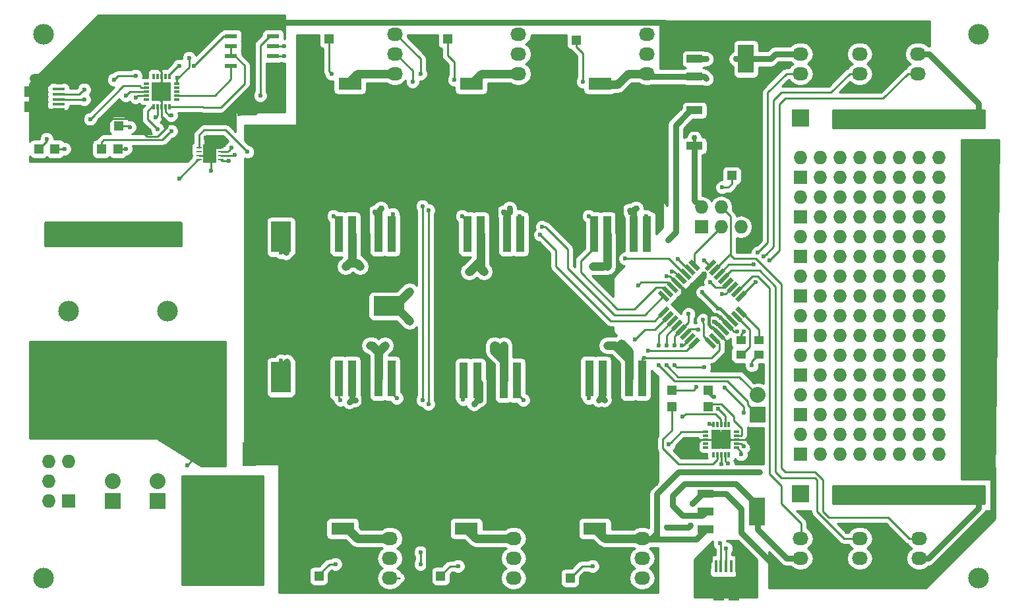
<source format=gtl>
G04 #@! TF.FileFunction,Copper,L1,Top,Signal*
%FSLAX46Y46*%
G04 Gerber Fmt 4.6, Leading zero omitted, Abs format (unit mm)*
G04 Created by KiCad (PCBNEW 4.0.1-stable) date 11/13/2016 6:28:18 PM*
%MOMM*%
G01*
G04 APERTURE LIST*
%ADD10C,0.100000*%
%ADD11R,1.198880X1.198880*%
%ADD12R,0.730000X0.300000*%
%ADD13R,0.300000X0.730000*%
%ADD14R,1.250000X1.250000*%
%ADD15R,2.032000X3.657600*%
%ADD16R,2.032000X1.016000*%
%ADD17R,0.400000X1.650000*%
%ADD18O,1.100000X1.500000*%
%ADD19O,1.200000X1.700000*%
%ADD20R,1.425000X2.500000*%
%ADD21R,1.100000X4.600000*%
%ADD22R,10.800000X9.400000*%
%ADD23R,2.032000X1.727200*%
%ADD24O,2.032000X1.727200*%
%ADD25R,0.700000X0.250000*%
%ADD26R,0.830000X1.190000*%
%ADD27R,1.727200X1.727200*%
%ADD28O,1.727200X1.727200*%
%ADD29R,2.999740X1.600200*%
%ADD30R,11.000000X3.000000*%
%ADD31R,1.650000X0.400000*%
%ADD32O,1.500000X1.100000*%
%ADD33O,1.700000X1.200000*%
%ADD34R,2.500000X1.425000*%
%ADD35R,1.651000X3.048000*%
%ADD36R,6.096000X6.096000*%
%ADD37R,1.550000X0.600000*%
%ADD38R,2.032000X2.032000*%
%ADD39O,2.032000X2.032000*%
%ADD40C,2.650000*%
%ADD41R,2.500000X4.000000*%
%ADD42R,4.000000X2.500000*%
%ADD43R,1.727200X2.032000*%
%ADD44O,1.727200X2.032000*%
%ADD45R,2.235200X2.235200*%
%ADD46R,1.300000X1.050000*%
%ADD47C,0.600000*%
%ADD48C,0.750000*%
%ADD49C,0.800000*%
%ADD50C,0.457200*%
%ADD51C,1.100000*%
%ADD52C,0.250000*%
%ADD53C,0.762000*%
%ADD54C,0.254000*%
G04 APERTURE END LIST*
D10*
G36*
X135262445Y-107337334D02*
X134873536Y-107726243D01*
X133742165Y-106594872D01*
X134131074Y-106205963D01*
X135262445Y-107337334D01*
X135262445Y-107337334D01*
G37*
G36*
X135828130Y-106771648D02*
X135439221Y-107160557D01*
X134307850Y-106029186D01*
X134696759Y-105640277D01*
X135828130Y-106771648D01*
X135828130Y-106771648D01*
G37*
G36*
X136393816Y-106205963D02*
X136004907Y-106594872D01*
X134873536Y-105463501D01*
X135262445Y-105074592D01*
X136393816Y-106205963D01*
X136393816Y-106205963D01*
G37*
G36*
X136959501Y-105640278D02*
X136570592Y-106029187D01*
X135439221Y-104897816D01*
X135828130Y-104508907D01*
X136959501Y-105640278D01*
X136959501Y-105640278D01*
G37*
G36*
X137525187Y-105074592D02*
X137136278Y-105463501D01*
X136004907Y-104332130D01*
X136393816Y-103943221D01*
X137525187Y-105074592D01*
X137525187Y-105074592D01*
G37*
G36*
X138090872Y-104508907D02*
X137701963Y-104897816D01*
X136570592Y-103766445D01*
X136959501Y-103377536D01*
X138090872Y-104508907D01*
X138090872Y-104508907D01*
G37*
G36*
X138656557Y-103943221D02*
X138267648Y-104332130D01*
X137136277Y-103200759D01*
X137525186Y-102811850D01*
X138656557Y-103943221D01*
X138656557Y-103943221D01*
G37*
G36*
X139222243Y-103377536D02*
X138833334Y-103766445D01*
X137701963Y-102635074D01*
X138090872Y-102246165D01*
X139222243Y-103377536D01*
X139222243Y-103377536D01*
G37*
G36*
X138833334Y-100195555D02*
X139222243Y-100584464D01*
X138090872Y-101715835D01*
X137701963Y-101326926D01*
X138833334Y-100195555D01*
X138833334Y-100195555D01*
G37*
G36*
X138267648Y-99629870D02*
X138656557Y-100018779D01*
X137525186Y-101150150D01*
X137136277Y-100761241D01*
X138267648Y-99629870D01*
X138267648Y-99629870D01*
G37*
G36*
X137701963Y-99064184D02*
X138090872Y-99453093D01*
X136959501Y-100584464D01*
X136570592Y-100195555D01*
X137701963Y-99064184D01*
X137701963Y-99064184D01*
G37*
G36*
X137136278Y-98498499D02*
X137525187Y-98887408D01*
X136393816Y-100018779D01*
X136004907Y-99629870D01*
X137136278Y-98498499D01*
X137136278Y-98498499D01*
G37*
G36*
X136570592Y-97932813D02*
X136959501Y-98321722D01*
X135828130Y-99453093D01*
X135439221Y-99064184D01*
X136570592Y-97932813D01*
X136570592Y-97932813D01*
G37*
G36*
X136004907Y-97367128D02*
X136393816Y-97756037D01*
X135262445Y-98887408D01*
X134873536Y-98498499D01*
X136004907Y-97367128D01*
X136004907Y-97367128D01*
G37*
G36*
X135439221Y-96801443D02*
X135828130Y-97190352D01*
X134696759Y-98321723D01*
X134307850Y-97932814D01*
X135439221Y-96801443D01*
X135439221Y-96801443D01*
G37*
G36*
X134873536Y-96235757D02*
X135262445Y-96624666D01*
X134131074Y-97756037D01*
X133742165Y-97367128D01*
X134873536Y-96235757D01*
X134873536Y-96235757D01*
G37*
G36*
X133211835Y-97367128D02*
X132822926Y-97756037D01*
X131691555Y-96624666D01*
X132080464Y-96235757D01*
X133211835Y-97367128D01*
X133211835Y-97367128D01*
G37*
G36*
X132646150Y-97932814D02*
X132257241Y-98321723D01*
X131125870Y-97190352D01*
X131514779Y-96801443D01*
X132646150Y-97932814D01*
X132646150Y-97932814D01*
G37*
G36*
X132080464Y-98498499D02*
X131691555Y-98887408D01*
X130560184Y-97756037D01*
X130949093Y-97367128D01*
X132080464Y-98498499D01*
X132080464Y-98498499D01*
G37*
G36*
X131514779Y-99064184D02*
X131125870Y-99453093D01*
X129994499Y-98321722D01*
X130383408Y-97932813D01*
X131514779Y-99064184D01*
X131514779Y-99064184D01*
G37*
G36*
X130949093Y-99629870D02*
X130560184Y-100018779D01*
X129428813Y-98887408D01*
X129817722Y-98498499D01*
X130949093Y-99629870D01*
X130949093Y-99629870D01*
G37*
G36*
X130383408Y-100195555D02*
X129994499Y-100584464D01*
X128863128Y-99453093D01*
X129252037Y-99064184D01*
X130383408Y-100195555D01*
X130383408Y-100195555D01*
G37*
G36*
X129817723Y-100761241D02*
X129428814Y-101150150D01*
X128297443Y-100018779D01*
X128686352Y-99629870D01*
X129817723Y-100761241D01*
X129817723Y-100761241D01*
G37*
G36*
X129252037Y-101326926D02*
X128863128Y-101715835D01*
X127731757Y-100584464D01*
X128120666Y-100195555D01*
X129252037Y-101326926D01*
X129252037Y-101326926D01*
G37*
G36*
X128863128Y-102246165D02*
X129252037Y-102635074D01*
X128120666Y-103766445D01*
X127731757Y-103377536D01*
X128863128Y-102246165D01*
X128863128Y-102246165D01*
G37*
G36*
X129428814Y-102811850D02*
X129817723Y-103200759D01*
X128686352Y-104332130D01*
X128297443Y-103943221D01*
X129428814Y-102811850D01*
X129428814Y-102811850D01*
G37*
G36*
X129994499Y-103377536D02*
X130383408Y-103766445D01*
X129252037Y-104897816D01*
X128863128Y-104508907D01*
X129994499Y-103377536D01*
X129994499Y-103377536D01*
G37*
G36*
X130560184Y-103943221D02*
X130949093Y-104332130D01*
X129817722Y-105463501D01*
X129428813Y-105074592D01*
X130560184Y-103943221D01*
X130560184Y-103943221D01*
G37*
G36*
X131125870Y-104508907D02*
X131514779Y-104897816D01*
X130383408Y-106029187D01*
X129994499Y-105640278D01*
X131125870Y-104508907D01*
X131125870Y-104508907D01*
G37*
G36*
X131691555Y-105074592D02*
X132080464Y-105463501D01*
X130949093Y-106594872D01*
X130560184Y-106205963D01*
X131691555Y-105074592D01*
X131691555Y-105074592D01*
G37*
G36*
X132257241Y-105640277D02*
X132646150Y-106029186D01*
X131514779Y-107160557D01*
X131125870Y-106771648D01*
X132257241Y-105640277D01*
X132257241Y-105640277D01*
G37*
G36*
X132822926Y-106205963D02*
X133211835Y-106594872D01*
X132080464Y-107726243D01*
X131691555Y-107337334D01*
X132822926Y-106205963D01*
X132822926Y-106205963D01*
G37*
D11*
X137253980Y-85471000D03*
X139352020Y-85471000D03*
D12*
X133925000Y-118380000D03*
X133925000Y-118880000D03*
X133925000Y-119380000D03*
X133925000Y-119880000D03*
X133925000Y-120380000D03*
D13*
X134890000Y-121345000D03*
X135390000Y-121345000D03*
X135890000Y-121345000D03*
X136390000Y-121345000D03*
X136890000Y-121345000D03*
D12*
X137855000Y-120380000D03*
X137855000Y-119880000D03*
X137855000Y-119380000D03*
X137855000Y-118880000D03*
X137855000Y-118380000D03*
D13*
X136890000Y-117415000D03*
X136390000Y-117415000D03*
X135890000Y-117415000D03*
X135390000Y-117415000D03*
X134890000Y-117415000D03*
D14*
X136515000Y-120005000D03*
X136515000Y-118755000D03*
X135265000Y-120005000D03*
X135265000Y-118755000D03*
D15*
X140462000Y-128651000D03*
D16*
X133858000Y-128651000D03*
X133858000Y-130937000D03*
X133858000Y-126365000D03*
D17*
X135225000Y-135660000D03*
X135875000Y-135660000D03*
X136524100Y-135660000D03*
X137175000Y-135660000D03*
X137825000Y-135660000D03*
D18*
X134100000Y-135535000D03*
X138950000Y-135535000D03*
D19*
X133800000Y-138535000D03*
X139250000Y-138535000D03*
D20*
X135562500Y-138785000D03*
X137487500Y-138785000D03*
D21*
X102850000Y-111760000D03*
X104550000Y-111760000D03*
X107950000Y-111760000D03*
D22*
X106250000Y-120910000D03*
D21*
X106250000Y-111760000D03*
X109650000Y-111760000D03*
X118950000Y-111500000D03*
X120650000Y-111500000D03*
X124050000Y-111500000D03*
D22*
X122350000Y-120650000D03*
D21*
X122350000Y-111500000D03*
X125750000Y-111500000D03*
D15*
X139065000Y-70485000D03*
D16*
X132461000Y-70485000D03*
X132461000Y-72771000D03*
X132461000Y-68199000D03*
D15*
X139065000Y-79375000D03*
D16*
X132461000Y-79375000D03*
X132461000Y-81661000D03*
X132461000Y-77089000D03*
D23*
X125730000Y-129540000D03*
D24*
X125730000Y-132080000D03*
X125730000Y-134620000D03*
X125730000Y-137160000D03*
D25*
X71631000Y-83415000D03*
X71631000Y-82915000D03*
X71631000Y-82415000D03*
X71631000Y-81915000D03*
X68831000Y-81915000D03*
X68831000Y-82415000D03*
X68831000Y-82915000D03*
X68831000Y-83415000D03*
D26*
X69816000Y-82070000D03*
X69816000Y-83260000D03*
X70646000Y-82070000D03*
X70646000Y-83260000D03*
D27*
X133350000Y-92075000D03*
D28*
X133350000Y-89535000D03*
X135890000Y-92075000D03*
X135890000Y-89535000D03*
X138430000Y-92075000D03*
X138430000Y-89535000D03*
D21*
X86770000Y-111500000D03*
X88470000Y-111500000D03*
X91870000Y-111500000D03*
D22*
X90170000Y-120650000D03*
D21*
X90170000Y-111500000D03*
X93570000Y-111500000D03*
D29*
X103164640Y-130810000D03*
X98765360Y-130810000D03*
D30*
X61046000Y-111887000D03*
X54546000Y-111887000D03*
D29*
X87289640Y-130810000D03*
X82890360Y-130810000D03*
X119674640Y-130810000D03*
X115275360Y-130810000D03*
X103799640Y-73660000D03*
X99400360Y-73660000D03*
X120309640Y-73660000D03*
X115910360Y-73660000D03*
X88219280Y-73660000D03*
X83820000Y-73660000D03*
D11*
X84234020Y-136906000D03*
X82135980Y-136906000D03*
X58420000Y-82042000D03*
X56321960Y-82042000D03*
X99888040Y-136906000D03*
X97790000Y-136906000D03*
X50358040Y-82042000D03*
X48260000Y-82042000D03*
X116492020Y-137160000D03*
X114393980Y-137160000D03*
X134239000Y-113030000D03*
X134239000Y-115128040D03*
X117254020Y-68072000D03*
X115155980Y-68072000D03*
X129540000Y-113030000D03*
X129540000Y-115128040D03*
X100744020Y-67945000D03*
X98645980Y-67945000D03*
X85504020Y-67945000D03*
X83405980Y-67945000D03*
X58547000Y-79087980D03*
X56448960Y-79087980D03*
D23*
X93345000Y-129540000D03*
D24*
X93345000Y-132080000D03*
X93345000Y-134620000D03*
X93345000Y-137160000D03*
D23*
X109220000Y-129540000D03*
D24*
X109220000Y-132080000D03*
X109220000Y-134620000D03*
X109220000Y-137160000D03*
D31*
X50800000Y-74392000D03*
X50800000Y-75042000D03*
X50800000Y-75691100D03*
X50800000Y-76342000D03*
X50800000Y-76992000D03*
D32*
X50925000Y-73267000D03*
X50925000Y-78117000D03*
D33*
X47925000Y-72967000D03*
X47925000Y-78417000D03*
D34*
X47675000Y-74729500D03*
X47675000Y-76654500D03*
D35*
X75311000Y-121285000D03*
D36*
X73025000Y-127635000D03*
D35*
X70739000Y-121285000D03*
D27*
X52070000Y-127254000D03*
D28*
X49530000Y-127254000D03*
X49530000Y-124714000D03*
X52070000Y-122174000D03*
X49530000Y-122174000D03*
D21*
X110080000Y-92970000D03*
X108380000Y-92970000D03*
X104980000Y-92970000D03*
D22*
X106680000Y-83820000D03*
D21*
X106680000Y-92970000D03*
X103280000Y-92970000D03*
X126365000Y-92970000D03*
X124665000Y-92970000D03*
X121265000Y-92970000D03*
D22*
X122965000Y-83820000D03*
D21*
X122965000Y-92970000D03*
X119565000Y-92970000D03*
X93570000Y-92970000D03*
X91870000Y-92970000D03*
X88470000Y-92970000D03*
D22*
X90170000Y-83820000D03*
D21*
X90170000Y-92970000D03*
X86770000Y-92970000D03*
D13*
X65018000Y-72721000D03*
X64518000Y-72721000D03*
X64018000Y-72721000D03*
X63518000Y-72721000D03*
X63018000Y-72721000D03*
D12*
X62053000Y-73686000D03*
X62053000Y-74186000D03*
X62053000Y-74686000D03*
X62053000Y-75186000D03*
X62053000Y-75686000D03*
D13*
X63018000Y-76651000D03*
X63518000Y-76651000D03*
X64018000Y-76651000D03*
X64518000Y-76651000D03*
X65018000Y-76651000D03*
D12*
X65983000Y-75686000D03*
X65983000Y-75186000D03*
X65983000Y-74686000D03*
X65983000Y-74186000D03*
X65983000Y-73686000D03*
D14*
X63393000Y-75311000D03*
X64643000Y-75311000D03*
X63393000Y-74061000D03*
X64643000Y-74061000D03*
D37*
X72959000Y-67564000D03*
X72959000Y-68834000D03*
X72959000Y-70104000D03*
X72959000Y-71374000D03*
X78359000Y-71374000D03*
X78359000Y-70104000D03*
X78359000Y-68834000D03*
X78359000Y-67564000D03*
D23*
X126365000Y-74930000D03*
D24*
X126365000Y-72390000D03*
X126365000Y-69850000D03*
X126365000Y-67310000D03*
D23*
X109855000Y-74930000D03*
D24*
X109855000Y-72390000D03*
X109855000Y-69850000D03*
X109855000Y-67310000D03*
D23*
X93980000Y-74930000D03*
D24*
X93980000Y-72390000D03*
X93980000Y-69850000D03*
X93980000Y-67310000D03*
D30*
X54546000Y-92837000D03*
X61046000Y-92837000D03*
D38*
X63500000Y-127254000D03*
D39*
X63500000Y-124714000D03*
D38*
X57785000Y-127254000D03*
D39*
X57785000Y-124714000D03*
D40*
X48895000Y-137160000D03*
X168910000Y-137160000D03*
X168910000Y-67310000D03*
X48895000Y-67310000D03*
D41*
X79375000Y-93343000D03*
X79375000Y-99443000D03*
X79375000Y-111381000D03*
X79375000Y-105281000D03*
D42*
X93220000Y-102235000D03*
X87120000Y-102235000D03*
D23*
X146050000Y-137160000D03*
D24*
X146050000Y-134620000D03*
X146050000Y-132080000D03*
D23*
X153670000Y-137160000D03*
D24*
X153670000Y-134620000D03*
X153670000Y-132080000D03*
D23*
X161290000Y-137160000D03*
D24*
X161290000Y-134620000D03*
X161290000Y-132080000D03*
D23*
X146050000Y-67310000D03*
D24*
X146050000Y-69850000D03*
X146050000Y-72390000D03*
D23*
X153670000Y-67310000D03*
D24*
X153670000Y-69850000D03*
X153670000Y-72390000D03*
D23*
X161137600Y-67310000D03*
D24*
X161137600Y-69850000D03*
X161137600Y-72390000D03*
D43*
X151130000Y-126365000D03*
D44*
X153670000Y-126365000D03*
X156210000Y-126365000D03*
X158750000Y-126365000D03*
X161290000Y-126365000D03*
X163830000Y-126365000D03*
X166370000Y-126365000D03*
X168910000Y-126365000D03*
D27*
X146050000Y-121285000D03*
D28*
X146050000Y-118745000D03*
X148590000Y-121285000D03*
X148590000Y-118745000D03*
X151130000Y-121285000D03*
X151130000Y-118745000D03*
X153670000Y-121285000D03*
X153670000Y-118745000D03*
X156210000Y-121285000D03*
X156210000Y-118745000D03*
X158750000Y-121285000D03*
X158750000Y-118745000D03*
X161290000Y-121285000D03*
X161290000Y-118745000D03*
X163830000Y-121285000D03*
X163830000Y-118745000D03*
D27*
X146050000Y-116205000D03*
D28*
X146050000Y-113665000D03*
X148590000Y-116205000D03*
X148590000Y-113665000D03*
X151130000Y-116205000D03*
X151130000Y-113665000D03*
X153670000Y-116205000D03*
X153670000Y-113665000D03*
X156210000Y-116205000D03*
X156210000Y-113665000D03*
X158750000Y-116205000D03*
X158750000Y-113665000D03*
X161290000Y-116205000D03*
X161290000Y-113665000D03*
X163830000Y-116205000D03*
X163830000Y-113665000D03*
D27*
X146050000Y-111125000D03*
D28*
X146050000Y-108585000D03*
X148590000Y-111125000D03*
X148590000Y-108585000D03*
X151130000Y-111125000D03*
X151130000Y-108585000D03*
X153670000Y-111125000D03*
X153670000Y-108585000D03*
X156210000Y-111125000D03*
X156210000Y-108585000D03*
X158750000Y-111125000D03*
X158750000Y-108585000D03*
X161290000Y-111125000D03*
X161290000Y-108585000D03*
X163830000Y-111125000D03*
X163830000Y-108585000D03*
D27*
X146050000Y-106045000D03*
D28*
X146050000Y-103505000D03*
X148590000Y-106045000D03*
X148590000Y-103505000D03*
X151130000Y-106045000D03*
X151130000Y-103505000D03*
X153670000Y-106045000D03*
X153670000Y-103505000D03*
X156210000Y-106045000D03*
X156210000Y-103505000D03*
X158750000Y-106045000D03*
X158750000Y-103505000D03*
X161290000Y-106045000D03*
X161290000Y-103505000D03*
X163830000Y-106045000D03*
X163830000Y-103505000D03*
D23*
X168910000Y-83185000D03*
D24*
X168910000Y-85725000D03*
X168910000Y-88265000D03*
X168910000Y-90805000D03*
X168910000Y-93345000D03*
X168910000Y-95885000D03*
X168910000Y-98425000D03*
X168910000Y-100965000D03*
X168910000Y-103505000D03*
X168910000Y-106045000D03*
X168910000Y-108585000D03*
X168910000Y-111125000D03*
X168910000Y-113665000D03*
X168910000Y-116205000D03*
X168910000Y-118745000D03*
X168910000Y-121285000D03*
D27*
X146050000Y-100965000D03*
D28*
X146050000Y-98425000D03*
X148590000Y-100965000D03*
X148590000Y-98425000D03*
X151130000Y-100965000D03*
X151130000Y-98425000D03*
X153670000Y-100965000D03*
X153670000Y-98425000D03*
X156210000Y-100965000D03*
X156210000Y-98425000D03*
X158750000Y-100965000D03*
X158750000Y-98425000D03*
X161290000Y-100965000D03*
X161290000Y-98425000D03*
X163830000Y-100965000D03*
X163830000Y-98425000D03*
D27*
X146050000Y-95885000D03*
D28*
X146050000Y-93345000D03*
X148590000Y-95885000D03*
X148590000Y-93345000D03*
X151130000Y-95885000D03*
X151130000Y-93345000D03*
X153670000Y-95885000D03*
X153670000Y-93345000D03*
X156210000Y-95885000D03*
X156210000Y-93345000D03*
X158750000Y-95885000D03*
X158750000Y-93345000D03*
X161290000Y-95885000D03*
X161290000Y-93345000D03*
X163830000Y-95885000D03*
X163830000Y-93345000D03*
D27*
X146050000Y-90805000D03*
D28*
X146050000Y-88265000D03*
X148590000Y-90805000D03*
X148590000Y-88265000D03*
X151130000Y-90805000D03*
X151130000Y-88265000D03*
X153670000Y-90805000D03*
X153670000Y-88265000D03*
X156210000Y-90805000D03*
X156210000Y-88265000D03*
X158750000Y-90805000D03*
X158750000Y-88265000D03*
X161290000Y-90805000D03*
X161290000Y-88265000D03*
X163830000Y-90805000D03*
X163830000Y-88265000D03*
D27*
X146050000Y-85725000D03*
D28*
X146050000Y-83185000D03*
X148590000Y-85725000D03*
X148590000Y-83185000D03*
X151130000Y-85725000D03*
X151130000Y-83185000D03*
X153670000Y-85725000D03*
X153670000Y-83185000D03*
X156210000Y-85725000D03*
X156210000Y-83185000D03*
X158750000Y-85725000D03*
X158750000Y-83185000D03*
X161290000Y-85725000D03*
X161290000Y-83185000D03*
X163830000Y-85725000D03*
X163830000Y-83185000D03*
D43*
X151130000Y-78105000D03*
D44*
X153670000Y-78105000D03*
X156210000Y-78105000D03*
X158750000Y-78105000D03*
X161290000Y-78105000D03*
X163830000Y-78105000D03*
X166370000Y-78105000D03*
X168910000Y-78105000D03*
D40*
X52070000Y-102870000D03*
X64770000Y-102870000D03*
D45*
X146050000Y-126365000D03*
X146050000Y-78105000D03*
D46*
X140723000Y-106644000D03*
X138423000Y-106644000D03*
X138423000Y-108494000D03*
X140723000Y-108494000D03*
D38*
X140589000Y-116205000D03*
D39*
X140589000Y-113665000D03*
D47*
X88900000Y-114300000D03*
X88138000Y-114554000D03*
X139827000Y-118491000D03*
X131445000Y-100711000D03*
X135820686Y-103759000D03*
X129921000Y-101981000D03*
X139827000Y-120268996D03*
D48*
X132207000Y-127635000D03*
X131953000Y-130429000D03*
X128905000Y-130683000D03*
D47*
X131445000Y-121285000D03*
D48*
X133731000Y-98171000D03*
D47*
X137939383Y-105473081D03*
X138049000Y-110109000D03*
X69723004Y-80645000D03*
X67945000Y-78867000D03*
X72009000Y-80898996D03*
X128905000Y-98425000D03*
X137795000Y-133350000D03*
X134620000Y-133350000D03*
X83820004Y-118110000D03*
D48*
X114300000Y-118110000D03*
D47*
X62738000Y-68834000D03*
X74041000Y-77597000D03*
X70358000Y-84836000D03*
X54102000Y-72644000D03*
X127762000Y-88646000D03*
X113030000Y-84328000D03*
X96520000Y-84328000D03*
X99568000Y-119888000D03*
D48*
X107950000Y-90170000D03*
X108712000Y-89662000D03*
X123063000Y-107060998D03*
X95885000Y-104140000D03*
X95885000Y-100330000D03*
D47*
X129031996Y-93726000D03*
X80010000Y-95377000D03*
X80137000Y-109347000D03*
D48*
X103505000Y-97790000D03*
D47*
X79375000Y-109220000D03*
X79375000Y-95377000D03*
X72644000Y-83566000D03*
D48*
X121285000Y-97155000D03*
X119380000Y-97155000D03*
X121285000Y-107315000D03*
X92710000Y-107314996D03*
X90805000Y-107314996D03*
X87630000Y-97155000D03*
X89535000Y-97154996D03*
X107950004Y-107315000D03*
X106680000Y-107315000D03*
X105410000Y-97790000D03*
D47*
X138811000Y-115951004D03*
X136325508Y-112703016D03*
X134366000Y-117348000D03*
X135001000Y-104267004D03*
X133477000Y-100456996D03*
X135508996Y-102527011D03*
X138811000Y-120269000D03*
D48*
X132460998Y-80645000D03*
D47*
X76708000Y-75184000D03*
X63245998Y-77978000D03*
X67564000Y-70358000D03*
X66040000Y-72898000D03*
X73406000Y-82804000D03*
X73025000Y-81915000D03*
D48*
X104140000Y-114807996D03*
X104902000Y-114300000D03*
X92202000Y-89661990D03*
X91440000Y-90170000D03*
D47*
X57912000Y-73152000D03*
X60706000Y-72644000D03*
X60706000Y-75438000D03*
X59436000Y-75184000D03*
X130937000Y-116459000D03*
X138811000Y-105537000D03*
X139827000Y-109854998D03*
X136727156Y-122486253D03*
X135890000Y-122555000D03*
X129540000Y-97790000D03*
X86359996Y-135382000D03*
X59436000Y-82042000D03*
X65278000Y-79756000D03*
X65278000Y-77724000D03*
X102108000Y-135636000D03*
X51562000Y-82042000D03*
X49276000Y-80772000D03*
X54864000Y-78232000D03*
X119380000Y-135636000D03*
X135001000Y-113919000D03*
X118110000Y-73406000D03*
X132715000Y-112648998D03*
X101600000Y-73152000D03*
X85852000Y-72390000D03*
X59944000Y-79248000D03*
X136017000Y-86995000D03*
X126539814Y-107955840D03*
X110490001Y-114300001D03*
X125981778Y-108909152D03*
X118872000Y-90678000D03*
X112903000Y-92036987D03*
X102616000Y-90678000D03*
X112649002Y-93091000D03*
X86106000Y-90678000D03*
X134493000Y-99187000D03*
X136017000Y-100710998D03*
X133731002Y-96392998D03*
X130311607Y-96183609D03*
X75057000Y-82423000D03*
X123571000Y-96138996D03*
X125222000Y-99568000D03*
X131699000Y-103251000D03*
X129921000Y-107315000D03*
X129921000Y-109855004D03*
X133731000Y-110109000D03*
X135509010Y-115443000D03*
X132969000Y-105283000D03*
X129159000Y-120015004D03*
X130819980Y-107315000D03*
X124841000Y-106553000D03*
X94234000Y-114046000D03*
X97536000Y-114300002D03*
X96266000Y-73405990D03*
X97536000Y-89408000D03*
X79756000Y-70104000D03*
X97282000Y-133858002D03*
X97282000Y-135382002D03*
X98298000Y-114808000D03*
X98298000Y-89916004D03*
X97282000Y-72389994D03*
X79756000Y-68834000D03*
X66294000Y-85852000D03*
X54102000Y-74422004D03*
X54102000Y-75691998D03*
X135724987Y-132715000D03*
X136525000Y-133350000D03*
X86995000Y-114300000D03*
X118872000Y-114046000D03*
X109982000Y-90678000D03*
X102758331Y-114225554D03*
X126238000Y-90678000D03*
X93726000Y-90424000D03*
X63500000Y-79502000D03*
X138430000Y-121285000D03*
X66294000Y-71374000D03*
X68189010Y-71374000D03*
X67310000Y-122682000D03*
X68072000Y-126492000D03*
X133543779Y-104013000D03*
X142113000Y-96393000D03*
X140589000Y-95377000D03*
X140335000Y-99187000D03*
X141351000Y-95885004D03*
X140080998Y-96901000D03*
X127888998Y-109855000D03*
X127889000Y-107315000D03*
X128905000Y-109855000D03*
X128905000Y-107315000D03*
X140842998Y-123571000D03*
X120142000Y-114300000D03*
X120904000Y-114299990D03*
D48*
X133985000Y-73025000D03*
X124968000Y-89662002D03*
X124206004Y-90170000D03*
X137795000Y-70485000D03*
X133985000Y-70485000D03*
D49*
X88900000Y-114300000D02*
X88475736Y-114300000D01*
X88475736Y-114300000D02*
X88470000Y-114294264D01*
X88470000Y-114294264D02*
X88470000Y-114222000D01*
X88138000Y-114554000D02*
X88470000Y-114222000D01*
X88470000Y-114222000D02*
X88470000Y-111500000D01*
D50*
X88265000Y-111705000D02*
X88470000Y-111500000D01*
D51*
X93345000Y-132080000D02*
X89194640Y-132080000D01*
X89194640Y-132080000D02*
X87924640Y-130810000D01*
D52*
X139827000Y-118491000D02*
X139827000Y-118999000D01*
X139827000Y-118159410D02*
X139827000Y-118491000D01*
X139827000Y-118999000D02*
X139827000Y-120268996D01*
X137855000Y-119380000D02*
X139446000Y-119380000D01*
X139446000Y-119380000D02*
X139827000Y-118999000D01*
X135265000Y-118755000D02*
X135265000Y-120005000D01*
D50*
X130188953Y-99258639D02*
X131445000Y-100514686D01*
X131445000Y-100514686D02*
X131445000Y-100711000D01*
X135633676Y-105834732D02*
X134794549Y-104995605D01*
X134794549Y-104995605D02*
X134651275Y-104995605D01*
X134651275Y-104995605D02*
X134272399Y-104616729D01*
X135820686Y-103759000D02*
X135346085Y-103284399D01*
X136765047Y-104703361D02*
X135820686Y-103759000D01*
X135346085Y-103284399D02*
X134526399Y-103284399D01*
X134526399Y-103284399D02*
X134239000Y-102997000D01*
X134794545Y-104995601D02*
X134651271Y-104995601D01*
X134651271Y-104995601D02*
X134272399Y-104616729D01*
X134272399Y-104616729D02*
X134272399Y-103222069D01*
X135633676Y-105834732D02*
X134794545Y-104995601D01*
X134272399Y-103222069D02*
X131699000Y-100648670D01*
D52*
X130825348Y-99895034D02*
X130825348Y-101076652D01*
X130825348Y-101076652D02*
X129921000Y-101981000D01*
X139527001Y-119968997D02*
X139827000Y-120268996D01*
X139192000Y-119633996D02*
X139527001Y-119968997D01*
X139192000Y-119380000D02*
X139192000Y-119633996D01*
X139192000Y-119380000D02*
X139827000Y-118745000D01*
X139827000Y-118745000D02*
X139827000Y-118159410D01*
X139192000Y-119380000D02*
X138606410Y-119380000D01*
D49*
X146050000Y-137160000D02*
X144272000Y-137160000D01*
X144272000Y-137160000D02*
X138430000Y-131318000D01*
X138430000Y-131318000D02*
X138430000Y-128270000D01*
X138430000Y-128270000D02*
X136525000Y-126365000D01*
X136525000Y-126365000D02*
X133985000Y-126365000D01*
X132207000Y-127635000D02*
X133477000Y-126365000D01*
X133477000Y-126365000D02*
X133858000Y-126365000D01*
X128905000Y-130683000D02*
X131699000Y-130683000D01*
X131699000Y-130683000D02*
X131953000Y-130429000D01*
D52*
X135265000Y-120005000D02*
X136515000Y-120005000D01*
X135265000Y-120005000D02*
X136515000Y-118755000D01*
X135265000Y-118755000D02*
X136515000Y-120005000D01*
X135265000Y-118755000D02*
X134640000Y-119380000D01*
X136515000Y-118755000D02*
X137140000Y-119380000D01*
X137855000Y-119380000D02*
X137140000Y-119380000D01*
X133925000Y-119380000D02*
X133310000Y-119380000D01*
X133310000Y-119380000D02*
X131445000Y-121245000D01*
X131445000Y-121245000D02*
X131445000Y-121285000D01*
X136515000Y-118755000D02*
X135265000Y-118755000D01*
X136515000Y-118755000D02*
X136515000Y-120005000D01*
X135265000Y-120005000D02*
X134640000Y-119380000D01*
X134640000Y-119380000D02*
X133925000Y-119380000D01*
X137140000Y-119380000D02*
X136515000Y-120005000D01*
X138606410Y-119380000D02*
X137855000Y-119380000D01*
D51*
X115910360Y-77465360D02*
X115910360Y-73660000D01*
D52*
X168910000Y-108585000D02*
X168910000Y-106045000D01*
X168910000Y-111125000D02*
X168910000Y-108585000D01*
D49*
X168910000Y-103505000D02*
X168910000Y-106045000D01*
X168910000Y-100965000D02*
X168910000Y-103505000D01*
X168910000Y-98425000D02*
X168910000Y-100965000D01*
X168910000Y-95885000D02*
X168910000Y-98425000D01*
X168910000Y-93345000D02*
X168910000Y-95885000D01*
X168910000Y-88265000D02*
X168910000Y-90805000D01*
D52*
X168910000Y-90805000D02*
X168910000Y-93345000D01*
X168910000Y-106045000D02*
X168910000Y-100965000D01*
X168910000Y-116205000D02*
X168910000Y-113665000D01*
X168910000Y-118745000D02*
X168910000Y-116205000D01*
X168910000Y-121285000D02*
X168910000Y-118745000D01*
D50*
X130945364Y-99895034D02*
X131699000Y-100648670D01*
X131699000Y-100648670D02*
X131699000Y-100203000D01*
X131699000Y-100203000D02*
X133731000Y-98171000D01*
X130825348Y-99895034D02*
X130945364Y-99895034D01*
X130188953Y-99258639D02*
X130825348Y-99895034D01*
D52*
X137939383Y-105473081D02*
X137534767Y-105473081D01*
X137534767Y-105473081D02*
X136765047Y-104703361D01*
X136525000Y-108585000D02*
X137749001Y-109809001D01*
X136525000Y-106726056D02*
X136525000Y-108585000D01*
X135633676Y-105834732D02*
X136525000Y-106726056D01*
X137749001Y-109809001D02*
X138049000Y-110109000D01*
D49*
X139065000Y-79375000D02*
X139065000Y-88900000D01*
X139065000Y-88900000D02*
X138430000Y-89535000D01*
D52*
X69816000Y-80737996D02*
X69723004Y-80645000D01*
X69816000Y-82070000D02*
X69816000Y-80737996D01*
X67520736Y-78867000D02*
X67945000Y-78867000D01*
X64770000Y-78740000D02*
X64897000Y-78867000D01*
X64897000Y-78867000D02*
X67520736Y-78867000D01*
X71709001Y-81198995D02*
X72009000Y-80898996D01*
X71631000Y-81276996D02*
X71709001Y-81198995D01*
X71631000Y-81915000D02*
X71631000Y-81276996D01*
X130188953Y-99258639D02*
X129355314Y-98425000D01*
X129355314Y-98425000D02*
X128905000Y-98425000D01*
X137795000Y-133350000D02*
X137795000Y-135630000D01*
X137795000Y-135630000D02*
X137825000Y-135660000D01*
X134620000Y-133350000D02*
X134620000Y-135015000D01*
X134620000Y-135015000D02*
X134100000Y-135535000D01*
X137825000Y-135660000D02*
X137825000Y-138447500D01*
X137825000Y-138447500D02*
X137487500Y-138785000D01*
X138950000Y-135535000D02*
X137950000Y-135535000D01*
X137950000Y-135535000D02*
X137825000Y-135660000D01*
X139250000Y-138535000D02*
X139250000Y-135835000D01*
X139250000Y-135835000D02*
X138950000Y-135535000D01*
X133800000Y-138535000D02*
X135312500Y-138535000D01*
X135312500Y-138535000D02*
X135562500Y-138785000D01*
X134100000Y-135535000D02*
X134100000Y-138235000D01*
X134100000Y-138235000D02*
X133800000Y-138535000D01*
X137487500Y-138785000D02*
X135562500Y-138785000D01*
X139250000Y-138535000D02*
X137737500Y-138535000D01*
X137737500Y-138535000D02*
X137487500Y-138785000D01*
D49*
X132461000Y-68199000D02*
X134277000Y-68199000D01*
X134277000Y-68199000D02*
X135166000Y-67310000D01*
X135166000Y-67310000D02*
X144234000Y-67310000D01*
X144234000Y-67310000D02*
X146050000Y-67310000D01*
D51*
X126365000Y-74930000D02*
X134620000Y-74930000D01*
X134620000Y-74930000D02*
X135890000Y-76200000D01*
D49*
X135890000Y-69812000D02*
X135890000Y-76200000D01*
X161290000Y-137160000D02*
X163106000Y-137160000D01*
X163106000Y-137160000D02*
X170815000Y-129451000D01*
X170815000Y-129451000D02*
X170815000Y-123037600D01*
X170815000Y-123037600D02*
X169062400Y-121285000D01*
X169062400Y-121285000D02*
X168910000Y-121285000D01*
X168910000Y-90805000D02*
X168910000Y-121285000D01*
X168910000Y-85725000D02*
X168910000Y-88265000D01*
X168910000Y-83185000D02*
X168910000Y-85725000D01*
X132461000Y-79375000D02*
X134277000Y-79375000D01*
X134277000Y-79375000D02*
X135890000Y-77762000D01*
X135890000Y-77762000D02*
X135890000Y-76200000D01*
X134277000Y-68199000D02*
X135890000Y-69812000D01*
X135890000Y-76200000D02*
X139065000Y-79375000D01*
X130810000Y-67945000D02*
X132207000Y-67945000D01*
X132207000Y-67945000D02*
X132461000Y-68199000D01*
D53*
X130810000Y-67945000D02*
X128651000Y-65786000D01*
X128651000Y-65786000D02*
X65786000Y-65786000D01*
D52*
X75311000Y-121285000D02*
X80645004Y-121285000D01*
X83520005Y-118409999D02*
X83820004Y-118110000D01*
X80645004Y-121285000D02*
X83520005Y-118409999D01*
X114300000Y-118110000D02*
X114300000Y-122460000D01*
X114300000Y-122460000D02*
X114935000Y-123095000D01*
D51*
X125730000Y-127635000D02*
X125730000Y-125730000D01*
X125730000Y-125730000D02*
X125730000Y-124030000D01*
X125730000Y-129540000D02*
X125730000Y-127635000D01*
X87120000Y-102235000D02*
X79375000Y-102235000D01*
X79375000Y-102235000D02*
X79375000Y-99443000D01*
D52*
X98010980Y-136906000D02*
X98044000Y-136872980D01*
X98044000Y-136872980D02*
X98044000Y-131826000D01*
X98044000Y-131826000D02*
X98765360Y-131104640D01*
X98765360Y-131104640D02*
X98765360Y-130810000D01*
D51*
X122826999Y-83958001D02*
X122965000Y-83820000D01*
X122826999Y-92831999D02*
X122826999Y-83958001D01*
X122965000Y-92970000D02*
X122826999Y-92831999D01*
X90170000Y-114850000D02*
X90170000Y-120650000D01*
X90200010Y-114819990D02*
X90170000Y-114850000D01*
X90200010Y-111530010D02*
X90200010Y-114819990D01*
X90170000Y-111500000D02*
X90200010Y-111530010D01*
X106250000Y-115110000D02*
X106250000Y-120910000D01*
X106306010Y-115053990D02*
X106250000Y-115110000D01*
X106306010Y-111816010D02*
X106306010Y-115053990D01*
X106250000Y-111760000D02*
X106306010Y-111816010D01*
D52*
X54102000Y-72644000D02*
X51548000Y-72644000D01*
X51548000Y-72644000D02*
X50925000Y-73267000D01*
X52451000Y-78117000D02*
X53195000Y-78117000D01*
X52195000Y-78117000D02*
X52451000Y-78117000D01*
X52451000Y-78117000D02*
X50925000Y-78117000D01*
X50800000Y-76992000D02*
X48012500Y-76992000D01*
X48012500Y-76992000D02*
X47675000Y-76654500D01*
D50*
X65786000Y-65786000D02*
X62738000Y-68834000D01*
D52*
X64018000Y-72721000D02*
X64018000Y-72146000D01*
X64018000Y-72146000D02*
X62738000Y-70866000D01*
X62738000Y-70866000D02*
X62738000Y-68834000D01*
X78359000Y-75311000D02*
X76073000Y-77597000D01*
X76073000Y-77597000D02*
X74041000Y-77597000D01*
X78359000Y-71374000D02*
X78359000Y-75311000D01*
X70358000Y-84836000D02*
X70358000Y-83548000D01*
X70358000Y-83548000D02*
X70646000Y-83260000D01*
X62150996Y-80438996D02*
X63488006Y-80438996D01*
X63488006Y-80438996D02*
X64770000Y-79157002D01*
X64770000Y-79157002D02*
X64770000Y-78740000D01*
X61468000Y-79756000D02*
X62150996Y-80438996D01*
X61468000Y-78486000D02*
X61468000Y-79756000D01*
X61145539Y-78163539D02*
X61468000Y-78486000D01*
X56448960Y-79087980D02*
X56763118Y-79087980D01*
X56763118Y-79087980D02*
X57687559Y-78163539D01*
X57687559Y-78163539D02*
X61145539Y-78163539D01*
X50925000Y-78117000D02*
X50925000Y-77117000D01*
X50925000Y-77117000D02*
X50800000Y-76992000D01*
X64770000Y-78740000D02*
X64018000Y-77988000D01*
X64018000Y-77988000D02*
X64018000Y-76651000D01*
X64018000Y-76651000D02*
X64018000Y-75936000D01*
X64018000Y-75936000D02*
X63393000Y-75311000D01*
X64018000Y-72721000D02*
X64018000Y-73436000D01*
X64018000Y-73436000D02*
X63393000Y-74061000D01*
X53195000Y-78117000D02*
X54165980Y-79087980D01*
X54165980Y-79087980D02*
X55599520Y-79087980D01*
X55599520Y-79087980D02*
X56448960Y-79087980D01*
X63393000Y-74061000D02*
X64643000Y-74061000D01*
X64643000Y-75311000D02*
X63393000Y-75311000D01*
X63393000Y-74061000D02*
X63393000Y-75311000D01*
X64643000Y-75311000D02*
X64643000Y-74061000D01*
X47925000Y-78417000D02*
X50625000Y-78417000D01*
X50625000Y-78417000D02*
X50925000Y-78117000D01*
X47675000Y-76654500D02*
X47675000Y-78167000D01*
X47675000Y-78167000D02*
X47925000Y-78417000D01*
X47675000Y-74729500D02*
X47675000Y-76654500D01*
X47675000Y-74729500D02*
X47675000Y-73217000D01*
X47675000Y-73217000D02*
X47925000Y-72967000D01*
X50925000Y-73267000D02*
X48225000Y-73267000D01*
X48225000Y-73267000D02*
X47925000Y-72967000D01*
X69816000Y-82070000D02*
X69816000Y-83260000D01*
X69816000Y-83260000D02*
X70646000Y-83260000D01*
X68831000Y-82915000D02*
X69471000Y-82915000D01*
X69471000Y-82915000D02*
X69667795Y-83111795D01*
X70646000Y-82070000D02*
X70801000Y-81915000D01*
X70801000Y-81915000D02*
X71631000Y-81915000D01*
X70646000Y-82070000D02*
X69816000Y-82070000D01*
X70646000Y-82070000D02*
X70646000Y-83230990D01*
X70646000Y-83230990D02*
X70675010Y-83260000D01*
X127762000Y-88646000D02*
X122965000Y-83849000D01*
X122965000Y-83849000D02*
X122965000Y-83820000D01*
X113030000Y-84328000D02*
X112522000Y-83820000D01*
X112522000Y-83820000D02*
X106680000Y-83820000D01*
X96520000Y-84328000D02*
X96012000Y-83820000D01*
X96012000Y-83820000D02*
X90170000Y-83820000D01*
X99568000Y-119888000D02*
X100590000Y-120910000D01*
X100590000Y-120910000D02*
X106250000Y-120910000D01*
D51*
X122350000Y-111500000D02*
X122350000Y-120650000D01*
D52*
X115155980Y-68072000D02*
X115155980Y-72905620D01*
X115155980Y-72905620D02*
X115910360Y-73660000D01*
X98645980Y-67945000D02*
X98645980Y-72905620D01*
X98645980Y-72905620D02*
X99400360Y-73660000D01*
X83405980Y-67945000D02*
X83405980Y-73245980D01*
X83405980Y-73245980D02*
X83820000Y-73660000D01*
X115275360Y-130810000D02*
X115275360Y-131860100D01*
X115275360Y-131860100D02*
X114393980Y-132741480D01*
X114393980Y-132741480D02*
X114393980Y-137160000D01*
X82008980Y-136906000D02*
X82008980Y-131691380D01*
X82008980Y-131691380D02*
X82890360Y-130810000D01*
D51*
X81788000Y-83820000D02*
X90170000Y-83820000D01*
X77236500Y-121285000D02*
X75311000Y-121285000D01*
X106680000Y-92970000D02*
X106680000Y-83820000D01*
X90170000Y-92970000D02*
X90170000Y-83820000D01*
X115910360Y-77465360D02*
X122265000Y-83820000D01*
X122265000Y-83820000D02*
X122965000Y-83820000D01*
X99695000Y-73660000D02*
X99695000Y-77535000D01*
X99695000Y-77535000D02*
X105980000Y-83820000D01*
X105980000Y-83820000D02*
X106680000Y-83820000D01*
X83820000Y-73660000D02*
X83820000Y-77470000D01*
X83820000Y-77470000D02*
X83670000Y-77620000D01*
X83670000Y-77620000D02*
X83670000Y-78020000D01*
X83670000Y-78020000D02*
X89470000Y-83820000D01*
X89470000Y-83820000D02*
X90170000Y-83820000D01*
X126365000Y-74930000D02*
X126365000Y-80420000D01*
X126365000Y-80420000D02*
X122965000Y-83820000D01*
X109855000Y-74930000D02*
X109855000Y-80645000D01*
X109855000Y-80645000D02*
X106680000Y-83820000D01*
X93980000Y-74930000D02*
X93980000Y-80010000D01*
X93980000Y-80010000D02*
X90170000Y-83820000D01*
X125730000Y-124030000D02*
X122350000Y-120650000D01*
X109220000Y-129540000D02*
X109220000Y-123880000D01*
X109220000Y-123880000D02*
X106250000Y-120910000D01*
X115275360Y-130810000D02*
X115275360Y-128909900D01*
X115275360Y-128909900D02*
X114935000Y-128569540D01*
X114935000Y-128569540D02*
X114935000Y-123095000D01*
X114935000Y-123095000D02*
X112750000Y-120910000D01*
X112750000Y-120910000D02*
X106250000Y-120910000D01*
X98765360Y-130810000D02*
X98765360Y-128909900D01*
X98765360Y-128909900D02*
X98425000Y-128569540D01*
X98425000Y-128569540D02*
X98425000Y-122405000D01*
X98425000Y-122405000D02*
X96670000Y-120650000D01*
X96670000Y-120650000D02*
X90170000Y-120650000D01*
X83525360Y-122849640D02*
X81960720Y-121285000D01*
X81960720Y-121285000D02*
X75311000Y-121285000D01*
X83525360Y-130810000D02*
X83525360Y-122849640D01*
X93345000Y-129540000D02*
X93345000Y-123825000D01*
X93345000Y-123825000D02*
X90170000Y-120650000D01*
X79248000Y-100413736D02*
X79248000Y-100838000D01*
X79248000Y-98719640D02*
X79248000Y-100413736D01*
X79375000Y-98592640D02*
X79248000Y-98719640D01*
X79248000Y-104564264D02*
X79248000Y-104140000D01*
X79248000Y-106004360D02*
X79248000Y-104564264D01*
X79121000Y-106131360D02*
X79248000Y-106004360D01*
D49*
X108458000Y-90297000D02*
X108077000Y-90297000D01*
X108077000Y-90297000D02*
X107950000Y-90170000D01*
X108458000Y-90297000D02*
X108607330Y-90297000D01*
X108712000Y-90192330D02*
X108712000Y-89662000D01*
X108607330Y-90297000D02*
X108712000Y-90192330D01*
X108458000Y-90297000D02*
X108458000Y-92892000D01*
X108458000Y-92892000D02*
X108380000Y-92970000D01*
D51*
X103799640Y-73660000D02*
X105069640Y-72390000D01*
X105069640Y-72390000D02*
X109855000Y-72390000D01*
X123437999Y-107435997D02*
X123063000Y-107060998D01*
X124050000Y-108047998D02*
X123437999Y-107435997D01*
X124050000Y-111500000D02*
X124050000Y-108047998D01*
D49*
X129031996Y-93726000D02*
X129032000Y-93726000D01*
X129032000Y-93726000D02*
X130048000Y-92710000D01*
X130048000Y-92710000D02*
X130048000Y-78994000D01*
X130048000Y-78994000D02*
X131953000Y-77089000D01*
X131953000Y-77089000D02*
X132461000Y-77089000D01*
D51*
X93980000Y-102235000D02*
X95885000Y-104140000D01*
X93220000Y-102235000D02*
X93980000Y-102235000D01*
X93980000Y-102235000D02*
X95885000Y-100330000D01*
X124050000Y-111500000D02*
X124050000Y-109094002D01*
X122270998Y-107315000D02*
X121815330Y-107315000D01*
X124050000Y-109094002D02*
X122270998Y-107315000D01*
X121815330Y-107315000D02*
X121285000Y-107315000D01*
D49*
X79375000Y-93343000D02*
X79375000Y-94742000D01*
X79375000Y-94742000D02*
X80010000Y-95377000D01*
X79375000Y-111381000D02*
X79375000Y-110109000D01*
X79375000Y-110109000D02*
X80137000Y-109347000D01*
D50*
X79375000Y-111381000D02*
X79375000Y-109220000D01*
X79375000Y-93343000D02*
X79375000Y-95377000D01*
D52*
X72644000Y-83566000D02*
X71782000Y-83566000D01*
X71782000Y-83566000D02*
X71631000Y-83415000D01*
D51*
X121265000Y-97135000D02*
X121285000Y-97155000D01*
X121265000Y-92970000D02*
X121265000Y-97135000D01*
X120650000Y-97155000D02*
X119380000Y-97155000D01*
X92335001Y-107689995D02*
X92710000Y-107314996D01*
X91924996Y-108100000D02*
X92335001Y-107689995D01*
X91870000Y-108100000D02*
X91924996Y-108100000D01*
X91870000Y-111500000D02*
X91870000Y-108100000D01*
X91084996Y-107314996D02*
X90805000Y-107314996D01*
X91870000Y-108100000D02*
X91084996Y-107314996D01*
X88470000Y-96370000D02*
X87685000Y-97155000D01*
X88470000Y-92970000D02*
X88470000Y-96370000D01*
X87685000Y-97155000D02*
X87630000Y-97155000D01*
X89160001Y-96779997D02*
X89535000Y-97154996D01*
X89105004Y-96725000D02*
X89160001Y-96779997D01*
X88470000Y-96725000D02*
X89105004Y-96725000D01*
X88470000Y-92970000D02*
X88470000Y-96725000D01*
X88470000Y-96090000D02*
X88470000Y-96725000D01*
X107950000Y-109220000D02*
X106680000Y-107950000D01*
X106680000Y-107950000D02*
X106680000Y-107315000D01*
X107950000Y-111760000D02*
X107950000Y-108360000D01*
X107950000Y-108360000D02*
X106905000Y-107315000D01*
X106905000Y-107315000D02*
X106680000Y-107315000D01*
X107950000Y-107315004D02*
X107950004Y-107315000D01*
X107950000Y-111760000D02*
X107950000Y-107315004D01*
X104980000Y-92970000D02*
X104980000Y-96370000D01*
X104980000Y-96370000D02*
X103560000Y-97790000D01*
X103560000Y-97790000D02*
X103505000Y-97790000D01*
X104980000Y-97360000D02*
X105035001Y-97415001D01*
X104980000Y-92970000D02*
X104980000Y-97360000D01*
X105035001Y-97415001D02*
X105410000Y-97790000D01*
D52*
X138811000Y-115526740D02*
X138811000Y-115951004D01*
X138811000Y-115188508D02*
X138811000Y-115526740D01*
X136325508Y-112703016D02*
X138811000Y-115188508D01*
X134433000Y-117415000D02*
X134366000Y-117348000D01*
X134890000Y-117415000D02*
X134433000Y-117415000D01*
D50*
X135197318Y-104267004D02*
X135001000Y-104267004D01*
X136199361Y-105269047D02*
X135197318Y-104267004D01*
X135300999Y-104567003D02*
X135001000Y-104267004D01*
X135555003Y-104567003D02*
X135300999Y-104567003D01*
X136199361Y-105211361D02*
X135555003Y-104567003D01*
X133477000Y-100495015D02*
X133477000Y-100456996D01*
X135508996Y-102527011D02*
X133477000Y-100495015D01*
X137330732Y-104137676D02*
X135720067Y-102527011D01*
X135720067Y-102527011D02*
X135508996Y-102527011D01*
D52*
X138811000Y-120221000D02*
X138811000Y-120269000D01*
X138470000Y-119880000D02*
X138811000Y-120221000D01*
X137855000Y-119880000D02*
X138470000Y-119880000D01*
D49*
X132461000Y-81661000D02*
X132461000Y-88646000D01*
X132461000Y-88646000D02*
X133350000Y-89535000D01*
D50*
X132461000Y-80645002D02*
X132460998Y-80645000D01*
X132461000Y-81661000D02*
X132461000Y-80645002D01*
D52*
X78359000Y-67564000D02*
X77884000Y-67564000D01*
X77884000Y-67564000D02*
X76708000Y-68740000D01*
X76708000Y-68740000D02*
X76708000Y-68824998D01*
X76708000Y-68824998D02*
X76708000Y-75184000D01*
X67564000Y-71537004D02*
X67564000Y-70782264D01*
X65983000Y-72955000D02*
X66146004Y-72955000D01*
X66146004Y-72955000D02*
X67564000Y-71537004D01*
X67564000Y-70782264D02*
X67564000Y-70358000D01*
X63518000Y-76651000D02*
X63518000Y-77705998D01*
X63518000Y-77705998D02*
X63245998Y-77978000D01*
X65983000Y-73686000D02*
X65983000Y-72955000D01*
X65983000Y-72955000D02*
X66040000Y-72898000D01*
X71631000Y-82915000D02*
X73295000Y-82915000D01*
X73295000Y-82915000D02*
X73406000Y-82804000D01*
X72725001Y-82214999D02*
X73025000Y-81915000D01*
X72525000Y-82415000D02*
X72725001Y-82214999D01*
X71631000Y-82415000D02*
X72525000Y-82415000D01*
D49*
X104550000Y-114397996D02*
X104514999Y-114432997D01*
X104550000Y-111760000D02*
X104550000Y-114397996D01*
X104514999Y-114432997D02*
X104140000Y-114807996D01*
X104902000Y-112112000D02*
X104902000Y-113769670D01*
X104550000Y-111760000D02*
X104902000Y-112112000D01*
X104902000Y-113769670D02*
X104902000Y-114300000D01*
D51*
X109220000Y-132080000D02*
X104434640Y-132080000D01*
X104434640Y-132080000D02*
X103164640Y-130810000D01*
D49*
X91948000Y-92384000D02*
X91948000Y-89915990D01*
X91948000Y-89915990D02*
X92202000Y-89661990D01*
X91440000Y-90170000D02*
X91694000Y-90424000D01*
X91694000Y-90424000D02*
X91694000Y-92794000D01*
X91694000Y-92794000D02*
X91870000Y-92970000D01*
D51*
X87924640Y-73660000D02*
X89194640Y-72390000D01*
X89194640Y-72390000D02*
X93980000Y-72390000D01*
D52*
X60706000Y-72644000D02*
X58420000Y-72644000D01*
X58420000Y-72644000D02*
X57912000Y-73152000D01*
X62053000Y-75186000D02*
X60958000Y-75186000D01*
X60958000Y-75186000D02*
X60706000Y-75438000D01*
X62053000Y-74686000D02*
X59934000Y-74686000D01*
X59934000Y-74686000D02*
X59436000Y-75184000D01*
X135890000Y-117415000D02*
X135890000Y-117094000D01*
X135890000Y-117094000D02*
X135865001Y-117069001D01*
X131343519Y-116052481D02*
X131236999Y-116159001D01*
X135865001Y-117069001D02*
X135865001Y-116789999D01*
X135865001Y-116789999D02*
X135127483Y-116052481D01*
X135127483Y-116052481D02*
X131343519Y-116052481D01*
X131236999Y-116159001D02*
X130937000Y-116459000D01*
X138755000Y-105537000D02*
X138811000Y-105537000D01*
X138423000Y-105869000D02*
X138755000Y-105537000D01*
X138423000Y-106644000D02*
X138423000Y-105869000D01*
X138423000Y-105925000D02*
X138511001Y-105836999D01*
X138511001Y-105836999D02*
X138811000Y-105537000D01*
X138423000Y-106179000D02*
X138423000Y-105925000D01*
X140723000Y-108494000D02*
X140680000Y-108494000D01*
X140680000Y-108494000D02*
X139827000Y-109347000D01*
X139827000Y-109347000D02*
X139827000Y-109854998D01*
X136727156Y-122486253D02*
X136390000Y-122149097D01*
X136390000Y-122149097D02*
X136390000Y-121345000D01*
X135890000Y-121345000D02*
X135890000Y-122555000D01*
X130754639Y-98692953D02*
X129851686Y-97790000D01*
X129851686Y-97790000D02*
X129540000Y-97790000D01*
X84107020Y-136906000D02*
X84107020Y-136872980D01*
X84107020Y-136872980D02*
X85598000Y-135382000D01*
X85598000Y-135382000D02*
X86359996Y-135382000D01*
X59436000Y-82042000D02*
X58420000Y-82042000D01*
X64978001Y-80055999D02*
X65278000Y-79756000D01*
X64144994Y-80889006D02*
X64978001Y-80055999D01*
X56625514Y-80889006D02*
X64144994Y-80889006D01*
X56321960Y-81192560D02*
X56625514Y-80889006D01*
X56321960Y-82042000D02*
X56321960Y-81192560D01*
X64976000Y-77724000D02*
X65278000Y-77724000D01*
X64518000Y-77266000D02*
X64976000Y-77724000D01*
X64518000Y-76651000D02*
X64518000Y-77266000D01*
X100109020Y-136906000D02*
X100109020Y-136618980D01*
X100109020Y-136618980D02*
X101092000Y-135636000D01*
X101092000Y-135636000D02*
X102108000Y-135636000D01*
X51562000Y-82042000D02*
X50358040Y-82042000D01*
X49276000Y-80772000D02*
X49276000Y-81026000D01*
X49276000Y-81026000D02*
X48260000Y-82042000D01*
X59124010Y-73971990D02*
X54864000Y-78232000D01*
X62053000Y-74186000D02*
X61438000Y-74186000D01*
X61438000Y-74186000D02*
X61223990Y-73971990D01*
X61223990Y-73971990D02*
X59124010Y-73971990D01*
X116492020Y-137160000D02*
X118016020Y-135636000D01*
X118016020Y-135636000D02*
X118110000Y-135636000D01*
X118110000Y-135636000D02*
X119380000Y-135636000D01*
X135001000Y-113919000D02*
X134747000Y-113919000D01*
X134747000Y-113919000D02*
X134239000Y-113411000D01*
X134239000Y-113411000D02*
X134239000Y-113030000D01*
X137855000Y-118880000D02*
X137855000Y-118855001D01*
X137855000Y-118855001D02*
X138480001Y-118855001D01*
X138480001Y-118855001D02*
X138545001Y-118790001D01*
X138545001Y-118790001D02*
X138545001Y-117969999D01*
X138545001Y-117969999D02*
X138304002Y-117729000D01*
X137541000Y-116459000D02*
X135899998Y-114817998D01*
X135899998Y-114817998D02*
X134549042Y-114817998D01*
X138304002Y-117729000D02*
X138303000Y-117729000D01*
X138303000Y-117729000D02*
X137541000Y-116967000D01*
X137541000Y-116967000D02*
X137541000Y-116459000D01*
X134549042Y-114817998D02*
X134239000Y-115128040D01*
X117254020Y-68072000D02*
X117254020Y-68921440D01*
X117254020Y-68921440D02*
X118110000Y-69777420D01*
X118110000Y-69777420D02*
X118110000Y-73406000D01*
X132333998Y-113030000D02*
X132415001Y-112948997D01*
X132415001Y-112948997D02*
X132715000Y-112648998D01*
X129540000Y-113030000D02*
X132333998Y-113030000D01*
X129540000Y-115128040D02*
X129540000Y-118200998D01*
X129540000Y-118200998D02*
X128397000Y-119343998D01*
X128397000Y-119343998D02*
X128397000Y-120523000D01*
X130429000Y-122555000D02*
X134795000Y-122555000D01*
X128397000Y-120523000D02*
X130429000Y-122555000D01*
X134795000Y-122555000D02*
X135390000Y-121960000D01*
X135390000Y-121960000D02*
X135390000Y-121345000D01*
X101600000Y-70866000D02*
X100744020Y-70010020D01*
X100744020Y-70010020D02*
X100744020Y-67945000D01*
X101600000Y-73152000D02*
X101600000Y-70866000D01*
X85852000Y-72390000D02*
X85504020Y-72042020D01*
X85504020Y-72042020D02*
X85504020Y-67945000D01*
X58547000Y-79087980D02*
X59783980Y-79087980D01*
X59783980Y-79087980D02*
X59944000Y-79248000D01*
X136017000Y-86995000D02*
X136779000Y-86995000D01*
X136779000Y-86995000D02*
X137253980Y-86520020D01*
X137253980Y-86520020D02*
X137253980Y-85471000D01*
X131461958Y-107955840D02*
X126964078Y-107955840D01*
X132451695Y-106966103D02*
X131461958Y-107955840D01*
X126964078Y-107955840D02*
X126539814Y-107955840D01*
X109728000Y-109982000D02*
X109728000Y-113538000D01*
X109728000Y-113538000D02*
X110490001Y-114300001D01*
X135067990Y-106400417D02*
X135704385Y-107036812D01*
X135704385Y-107036812D02*
X135704385Y-107881615D01*
X135704385Y-107881615D02*
X134676848Y-108909152D01*
X134676848Y-108909152D02*
X127627578Y-108909152D01*
X127627578Y-108909152D02*
X125981778Y-108909152D01*
X125750000Y-111500000D02*
X125750000Y-108950000D01*
X125750000Y-108950000D02*
X125790848Y-108909152D01*
X125790848Y-108909152D02*
X125981778Y-108909152D01*
X137896417Y-103571990D02*
X139573000Y-105248573D01*
X139573000Y-105248573D02*
X139573000Y-107469000D01*
X139573000Y-107469000D02*
X138548000Y-108494000D01*
X138548000Y-108494000D02*
X138423000Y-108494000D01*
X138462103Y-103006305D02*
X140723000Y-105267202D01*
X140723000Y-105267202D02*
X140723000Y-106644000D01*
X129057583Y-100390010D02*
X128489573Y-99822000D01*
X128489573Y-99822000D02*
X127508000Y-99822000D01*
X127508000Y-99822000D02*
X124714000Y-102616000D01*
X119565000Y-94720000D02*
X119565000Y-92970000D01*
X124714000Y-102616000D02*
X122564770Y-102616000D01*
X122564770Y-102616000D02*
X117856000Y-97907230D01*
X117856000Y-97907230D02*
X117856000Y-96429000D01*
X117856000Y-96429000D02*
X119565000Y-94720000D01*
X118872000Y-90678000D02*
X119565000Y-91371000D01*
X119565000Y-91371000D02*
X119565000Y-92970000D01*
X113327264Y-92075000D02*
X112903000Y-92075000D01*
X122174000Y-103378000D02*
X116205000Y-97409000D01*
X116205000Y-94952736D02*
X113327264Y-92075000D01*
X112903000Y-92075000D02*
X112903000Y-92036987D01*
X126069592Y-103378000D02*
X122174000Y-103378000D01*
X128491897Y-100955695D02*
X126069592Y-103378000D01*
X116205000Y-97409000D02*
X116205000Y-94952736D01*
X102616000Y-90678000D02*
X103280000Y-91342000D01*
X103280000Y-91342000D02*
X103280000Y-92970000D01*
X128491897Y-103006305D02*
X127358202Y-104140000D01*
X112649002Y-93091002D02*
X112649002Y-93091000D01*
X127358202Y-104140000D02*
X121666000Y-104140000D01*
X121666000Y-104140000D02*
X114681000Y-97155000D01*
X114681000Y-97155000D02*
X114681000Y-95123000D01*
X114681000Y-95123000D02*
X112649002Y-93091002D01*
X86106000Y-90678000D02*
X86770000Y-91342000D01*
X86770000Y-91342000D02*
X86770000Y-92970000D01*
X136191687Y-99831999D02*
X135137999Y-99831999D01*
X135137999Y-99831999D02*
X134792999Y-99486999D01*
X134792999Y-99486999D02*
X134493000Y-99187000D01*
X136765047Y-99258639D02*
X136191687Y-99831999D01*
X136444058Y-100710998D02*
X136441264Y-100710998D01*
X137330732Y-99824324D02*
X136444058Y-100710998D01*
X136441264Y-100710998D02*
X136017000Y-100710998D01*
X134502305Y-96995897D02*
X134333897Y-96995897D01*
X134333897Y-96995897D02*
X133731002Y-96393002D01*
X133731002Y-96393002D02*
X133731002Y-96392998D01*
X132451695Y-95513305D02*
X132451695Y-96506988D01*
X135890000Y-92075000D02*
X132451695Y-95513305D01*
X132451695Y-96506988D02*
X132451695Y-96995897D01*
X131886010Y-97561583D02*
X131689581Y-97561583D01*
X131689581Y-97561583D02*
X130311607Y-96183609D01*
X131320324Y-98127268D02*
X131147268Y-98127268D01*
X131147268Y-98127268D02*
X129158996Y-96138996D01*
X129158996Y-96138996D02*
X123995264Y-96138996D01*
X123995264Y-96138996D02*
X123571000Y-96138996D01*
X74757001Y-82123001D02*
X75057000Y-82423000D01*
X72263000Y-79629000D02*
X74757001Y-82123001D01*
X69469000Y-79629000D02*
X72263000Y-79629000D01*
X68831000Y-80267000D02*
X69469000Y-79629000D01*
X68831000Y-81915000D02*
X68831000Y-80267000D01*
X129623268Y-99824324D02*
X128986873Y-99187929D01*
X128986873Y-99187929D02*
X125602071Y-99187929D01*
X125602071Y-99187929D02*
X125222000Y-99568000D01*
X131699000Y-103675264D02*
X131699000Y-103251000D01*
X131699000Y-104324686D02*
X131699000Y-103675264D01*
X130754639Y-105269047D02*
X131699000Y-104324686D01*
X129921000Y-106102686D02*
X129921000Y-106890736D01*
X129921000Y-106890736D02*
X129921000Y-107315000D01*
X130754639Y-105269047D02*
X129921000Y-106102686D01*
X130174996Y-110109000D02*
X129921000Y-109855004D01*
X133731000Y-110109000D02*
X130174996Y-110109000D01*
X135809009Y-115742999D02*
X135509010Y-115443000D01*
X136390000Y-116323990D02*
X135809009Y-115742999D01*
X136390000Y-117415000D02*
X136390000Y-116323990D01*
X132884337Y-105198337D02*
X132969000Y-105283000D01*
X131956719Y-105198337D02*
X132884337Y-105198337D01*
X131320324Y-105834732D02*
X131956719Y-105198337D01*
X131320324Y-105834732D02*
X131284258Y-105834732D01*
X133925000Y-118380000D02*
X130794004Y-118380000D01*
X130794004Y-118380000D02*
X129458999Y-119715005D01*
X129458999Y-119715005D02*
X129159000Y-120015004D01*
X131886010Y-106400417D02*
X130971427Y-107315000D01*
X130971427Y-107315000D02*
X130819980Y-107315000D01*
X124841000Y-106553000D02*
X126111000Y-105283000D01*
X126111000Y-105283000D02*
X127346573Y-105283000D01*
X127346573Y-105283000D02*
X128421188Y-104208385D01*
X128421188Y-104208385D02*
X129057583Y-103571990D01*
X93570000Y-111500000D02*
X93570000Y-109884000D01*
X93570000Y-111500000D02*
X93570000Y-109750000D01*
X93570000Y-109750000D02*
X93980000Y-109340000D01*
X93570000Y-111500000D02*
X93570000Y-112112000D01*
X93570000Y-112112000D02*
X93726000Y-112268000D01*
X93726000Y-112268000D02*
X93472000Y-112522000D01*
X93472000Y-112522000D02*
X93472000Y-113284000D01*
X93472000Y-113284000D02*
X94234000Y-114046000D01*
X97536000Y-89408000D02*
X97536000Y-114300002D01*
X96266000Y-72981726D02*
X96266000Y-73405990D01*
X94132400Y-69850000D02*
X96266000Y-71983600D01*
X93980000Y-69850000D02*
X94132400Y-69850000D01*
X96266000Y-71983600D02*
X96266000Y-72981726D01*
X79756000Y-70104000D02*
X78359000Y-70104000D01*
X97282000Y-133858000D02*
X97282000Y-133858002D01*
X97282000Y-135382002D02*
X97282000Y-133858000D01*
X98298000Y-89916004D02*
X98298000Y-114808000D01*
X97282000Y-71965730D02*
X97282000Y-72389994D01*
X97282000Y-70459600D02*
X97282000Y-71965730D01*
X94132400Y-67310000D02*
X97282000Y-70459600D01*
X93980000Y-67310000D02*
X94132400Y-67310000D01*
X93345000Y-137160000D02*
X94611000Y-137160000D01*
X78359000Y-68834000D02*
X79756000Y-68834000D01*
X66294000Y-85852000D02*
X68731000Y-83415000D01*
X68731000Y-83415000D02*
X68831000Y-83415000D01*
X52070000Y-75042000D02*
X52451000Y-75042000D01*
X52451000Y-75042000D02*
X53482004Y-75042000D01*
X50800000Y-75042000D02*
X52451000Y-75042000D01*
X53482004Y-75042000D02*
X53802001Y-74722003D01*
X53802001Y-74722003D02*
X54102000Y-74422004D01*
X52197000Y-75691100D02*
X54101102Y-75691100D01*
X52070000Y-75691100D02*
X52197000Y-75691100D01*
X52197000Y-75691100D02*
X50800000Y-75691100D01*
X54101102Y-75691100D02*
X54102000Y-75691998D01*
X135875000Y-135660000D02*
X135875000Y-132865013D01*
X135875000Y-132865013D02*
X135724987Y-132715000D01*
X136524100Y-135660000D02*
X136524100Y-133350900D01*
X136524100Y-133350900D02*
X136525000Y-133350000D01*
X86770000Y-111500000D02*
X86770000Y-114075000D01*
X86770000Y-114075000D02*
X86995000Y-114300000D01*
X118950000Y-111500000D02*
X118950000Y-113968000D01*
X118950000Y-113968000D02*
X118872000Y-114046000D01*
X109982000Y-90678000D02*
X109982000Y-92872000D01*
X109982000Y-92872000D02*
X110080000Y-92970000D01*
X102850000Y-111760000D02*
X102758331Y-111851669D01*
X102758331Y-111851669D02*
X102758331Y-113801290D01*
X102758331Y-113801290D02*
X102758331Y-114225554D01*
X126238000Y-90678000D02*
X126238000Y-92843000D01*
X126238000Y-92843000D02*
X126365000Y-92970000D01*
X93570000Y-92970000D02*
X93570000Y-90580000D01*
X93570000Y-90580000D02*
X93726000Y-90424000D01*
X63018000Y-76651000D02*
X62795000Y-76651000D01*
X62795000Y-76651000D02*
X62230000Y-77216000D01*
X62230000Y-77216000D02*
X62230000Y-78232000D01*
X62230000Y-78232000D02*
X63200001Y-79202001D01*
X63200001Y-79202001D02*
X63500000Y-79502000D01*
X138430000Y-121285000D02*
X138430000Y-120955000D01*
X138430000Y-120955000D02*
X137855000Y-120380000D01*
X65018000Y-72506000D02*
X66150000Y-71374000D01*
X65018000Y-72721000D02*
X65018000Y-72506000D01*
X66150000Y-71374000D02*
X66294000Y-71374000D01*
X68189010Y-71374000D02*
X71999010Y-67564000D01*
X71999010Y-67564000D02*
X72959000Y-67564000D01*
X72959000Y-70104000D02*
X72959000Y-68834000D01*
X74676000Y-73660000D02*
X74676000Y-71346000D01*
X74676000Y-71346000D02*
X73434000Y-70104000D01*
X73434000Y-70104000D02*
X72959000Y-70104000D01*
X71628000Y-76708000D02*
X74676000Y-73660000D01*
X69399002Y-76708000D02*
X71628000Y-76708000D01*
X65018000Y-76651000D02*
X69342002Y-76651000D01*
X69342002Y-76651000D02*
X69399002Y-76708000D01*
X70864000Y-75186000D02*
X72959000Y-73091000D01*
X72959000Y-73091000D02*
X72959000Y-71374000D01*
X65983000Y-75186000D02*
X70864000Y-75186000D01*
X67310000Y-122682000D02*
X68707000Y-121285000D01*
X68707000Y-121285000D02*
X70739000Y-121285000D01*
X73025000Y-127635000D02*
X69215000Y-127635000D01*
X69215000Y-127635000D02*
X68072000Y-126492000D01*
X134502305Y-106966103D02*
X133612639Y-106076437D01*
X133612639Y-106076437D02*
X133612639Y-104506124D01*
X133543779Y-104437264D02*
X133543779Y-104013000D01*
X133612639Y-104506124D02*
X133543779Y-104437264D01*
X142113000Y-96393000D02*
X143383000Y-95123000D01*
X143383000Y-95123000D02*
X143383000Y-76327000D01*
X143383000Y-76327000D02*
X144145000Y-75565000D01*
X144145000Y-75565000D02*
X156696600Y-75565000D01*
X156696600Y-75565000D02*
X159871600Y-72390000D01*
X159871600Y-72390000D02*
X161137600Y-72390000D01*
X140589000Y-95377000D02*
X141859000Y-94107000D01*
X141859000Y-94107000D02*
X141859000Y-74803000D01*
X141859000Y-74803000D02*
X144272000Y-72390000D01*
X144272000Y-72390000D02*
X146050000Y-72390000D01*
X140230798Y-99187000D02*
X140335000Y-99187000D01*
X138462103Y-100955695D02*
X140230798Y-99187000D01*
X137896417Y-100390010D02*
X139861427Y-98425000D01*
X139861427Y-98425000D02*
X140589000Y-98425000D01*
X140589000Y-98425000D02*
X142113000Y-99949000D01*
X142113000Y-99949000D02*
X142113000Y-123825000D01*
X142113000Y-123825000D02*
X143637000Y-125349000D01*
X143637000Y-125349000D02*
X143637000Y-127635000D01*
X143637000Y-127635000D02*
X146177000Y-130175000D01*
X146177000Y-130175000D02*
X146177000Y-131953000D01*
X146177000Y-131953000D02*
X146050000Y-132080000D01*
X137896417Y-100390010D02*
X137896417Y-100355583D01*
X153670000Y-132080000D02*
X151638000Y-132080000D01*
X143637000Y-124333000D02*
X142875000Y-123571000D01*
X151638000Y-132080000D02*
X148209000Y-128651000D01*
X148209000Y-128651000D02*
X148209000Y-124587000D01*
X148209000Y-124587000D02*
X147955000Y-124333000D01*
X147955000Y-124333000D02*
X143637000Y-124333000D01*
X142875000Y-123571000D02*
X142875000Y-99732417D01*
X142875000Y-99732417D02*
X140805583Y-97663000D01*
X140805583Y-97663000D02*
X137229314Y-97663000D01*
X137229314Y-97663000D02*
X136199361Y-98692953D01*
X139656734Y-96901000D02*
X140080998Y-96901000D01*
X136859944Y-96901000D02*
X139656734Y-96901000D01*
X135633676Y-98127268D02*
X136859944Y-96901000D01*
X143637000Y-74803000D02*
X142621000Y-75819000D01*
X149991000Y-74803000D02*
X143637000Y-74803000D01*
X152404000Y-72390000D02*
X149991000Y-74803000D01*
X153670000Y-72390000D02*
X152404000Y-72390000D01*
X141650999Y-95585005D02*
X141351000Y-95885004D01*
X142621000Y-94615004D02*
X141650999Y-95585005D01*
X142621000Y-75819000D02*
X142621000Y-94615004D01*
X161290000Y-132080000D02*
X160024000Y-132080000D01*
X157357000Y-129413000D02*
X149733000Y-129413000D01*
X160024000Y-132080000D02*
X157357000Y-129413000D01*
X149733000Y-129413000D02*
X148971000Y-128651000D01*
X148971000Y-128651000D02*
X148971000Y-124587000D01*
X148971000Y-124587000D02*
X147955000Y-123571000D01*
X144145000Y-123571000D02*
X143637000Y-123063000D01*
X147955000Y-123571000D02*
X144145000Y-123571000D01*
X143637000Y-123063000D02*
X143637000Y-99441000D01*
X143637000Y-99441000D02*
X140335000Y-96139000D01*
X140335000Y-96139000D02*
X137506573Y-96139000D01*
X137506573Y-96139000D02*
X136998573Y-95631000D01*
X135067990Y-97561583D02*
X136998573Y-95631000D01*
X136998573Y-95631000D02*
X137078601Y-95550972D01*
X137078601Y-95550972D02*
X137078601Y-90723601D01*
X137078601Y-90723601D02*
X135890000Y-89535000D01*
X140589000Y-116205000D02*
X139319000Y-114935000D01*
X139319000Y-114935000D02*
X139319000Y-114517998D01*
X139319000Y-114517998D02*
X136688002Y-111887000D01*
X136688002Y-111887000D02*
X129920998Y-111887000D01*
X129920998Y-111887000D02*
X128188997Y-110154999D01*
X128188997Y-110154999D02*
X127888998Y-109855000D01*
X129623268Y-104137676D02*
X127889000Y-105871944D01*
X127889000Y-105871944D02*
X127889000Y-107315000D01*
X129204999Y-110154999D02*
X128905000Y-109855000D01*
X130369988Y-111319988D02*
X129204999Y-110154999D01*
X138243988Y-111319988D02*
X130369988Y-111319988D01*
X140589000Y-113665000D02*
X138243988Y-111319988D01*
X130188953Y-104703361D02*
X128905000Y-105987314D01*
X128905000Y-105987314D02*
X128905000Y-107315000D01*
D49*
X125730000Y-132080000D02*
X127546000Y-132080000D01*
X127546000Y-132080000D02*
X127635000Y-131991000D01*
X127635000Y-131991000D02*
X127635000Y-131445000D01*
X133985000Y-130937000D02*
X132715000Y-132207000D01*
X132715000Y-132207000D02*
X125857000Y-132207000D01*
X125857000Y-132207000D02*
X125730000Y-132080000D01*
X140418734Y-123571000D02*
X140842998Y-123571000D01*
X130429000Y-123571000D02*
X140418734Y-123571000D01*
X127635000Y-126365000D02*
X130429000Y-123571000D01*
X127635000Y-131445000D02*
X127635000Y-126365000D01*
X127127000Y-131953000D02*
X127635000Y-131445000D01*
X120441999Y-114000001D02*
X120142000Y-114300000D01*
X120604005Y-114000001D02*
X120441999Y-114000001D01*
X120650004Y-114046000D02*
X120604005Y-114000001D01*
X120903994Y-114299990D02*
X120904000Y-114299990D01*
X120650004Y-114046000D02*
X120903994Y-114299990D01*
X120650004Y-114046000D02*
X120650004Y-111500004D01*
X120650004Y-111500004D02*
X120650000Y-111500000D01*
D51*
X125730000Y-132080000D02*
X120944640Y-132080000D01*
X120944640Y-132080000D02*
X119674640Y-130810000D01*
X126365000Y-72390000D02*
X123952000Y-72390000D01*
X123952000Y-72390000D02*
X122555000Y-73787000D01*
X122555000Y-73787000D02*
X120436640Y-73787000D01*
X120436640Y-73787000D02*
X120309640Y-73660000D01*
D49*
X132461000Y-72771000D02*
X133731000Y-72771000D01*
X133731000Y-72771000D02*
X133985000Y-73025000D01*
X132461000Y-72771000D02*
X126746000Y-72771000D01*
X126746000Y-72771000D02*
X126365000Y-72390000D01*
X124665000Y-89870000D02*
X124872998Y-89662002D01*
X124872998Y-89662002D02*
X124968000Y-89662002D01*
X124665000Y-92970000D02*
X124665000Y-89870000D01*
X124665000Y-92970000D02*
X124665000Y-90490990D01*
X124665000Y-90490990D02*
X124115010Y-89941000D01*
X124115010Y-89941000D02*
X124115010Y-89916000D01*
X168910000Y-78105000D02*
X166370000Y-78105000D01*
X163830000Y-78105000D02*
X166370000Y-78105000D01*
X161290000Y-78105000D02*
X163830000Y-78105000D01*
X158750000Y-78105000D02*
X161290000Y-78105000D01*
X156210000Y-78105000D02*
X158750000Y-78105000D01*
X153670000Y-78105000D02*
X156210000Y-78105000D01*
X151130000Y-78105000D02*
X153670000Y-78105000D01*
X168910000Y-78105000D02*
X168910000Y-76200000D01*
X168910000Y-76200000D02*
X162560000Y-69850000D01*
X162560000Y-69850000D02*
X161290000Y-69850000D01*
X151130000Y-78105000D02*
X168910000Y-78105000D01*
X142240000Y-70485000D02*
X142875000Y-69850000D01*
X142875000Y-69850000D02*
X146050000Y-69850000D01*
X139065000Y-70485000D02*
X142240000Y-70485000D01*
X137795000Y-70485000D02*
X139192000Y-70485000D01*
X132588000Y-70485000D02*
X133985000Y-70485000D01*
X146050000Y-134620000D02*
X144272000Y-134620000D01*
X130937000Y-129159000D02*
X133477000Y-129159000D01*
X133477000Y-129159000D02*
X133985000Y-128651000D01*
X144272000Y-134620000D02*
X140589000Y-130937000D01*
X140589000Y-130937000D02*
X140589000Y-127889000D01*
X140589000Y-127889000D02*
X137795000Y-125095000D01*
X137795000Y-125095000D02*
X131191000Y-125095000D01*
X131191000Y-125095000D02*
X129667000Y-126619000D01*
X129667000Y-126619000D02*
X129667000Y-127889000D01*
X129667000Y-127889000D02*
X130937000Y-129159000D01*
X168910000Y-126365000D02*
X166370000Y-126365000D01*
X163830000Y-126365000D02*
X166370000Y-126365000D01*
X161290000Y-126365000D02*
X163830000Y-126365000D01*
X158750000Y-126365000D02*
X161290000Y-126365000D01*
X156210000Y-126365000D02*
X158750000Y-126365000D01*
X153670000Y-126365000D02*
X156210000Y-126365000D01*
X151130000Y-126365000D02*
X153670000Y-126365000D01*
X146050000Y-134620000D02*
X145897600Y-134620000D01*
X168910000Y-126365000D02*
X151130000Y-126365000D01*
X161290000Y-134620000D02*
X162471000Y-134620000D01*
X162471000Y-134620000D02*
X168910000Y-128181000D01*
X168910000Y-128181000D02*
X168910000Y-126365000D01*
D54*
G36*
X72263000Y-122809000D02*
X69088900Y-122809000D01*
X63568499Y-119273057D01*
X63500000Y-119253000D01*
X47117000Y-119253000D01*
X47117000Y-106807000D01*
X72263000Y-106807000D01*
X72263000Y-122809000D01*
X72263000Y-122809000D01*
G37*
X72263000Y-122809000D02*
X69088900Y-122809000D01*
X63568499Y-119273057D01*
X63500000Y-119253000D01*
X47117000Y-119253000D01*
X47117000Y-106807000D01*
X72263000Y-106807000D01*
X72263000Y-122809000D01*
G36*
X128397000Y-88265000D02*
X84074000Y-88265000D01*
X84024590Y-88275006D01*
X83982965Y-88303447D01*
X83955685Y-88345841D01*
X83947000Y-88392000D01*
X83947000Y-115697000D01*
X83957006Y-115746410D01*
X83985447Y-115788035D01*
X84027841Y-115815315D01*
X84074000Y-115824000D01*
X104044498Y-115824000D01*
X104140000Y-115842997D01*
X104235504Y-115824000D01*
X127762000Y-115824000D01*
X127762000Y-118952665D01*
X127694852Y-119053159D01*
X127637000Y-119343998D01*
X127637000Y-120523000D01*
X127694852Y-120813839D01*
X127762000Y-120914333D01*
X127762000Y-124774288D01*
X126903144Y-125633144D01*
X126838427Y-125730000D01*
X79121000Y-125730000D01*
X79121000Y-122682000D01*
X79110994Y-122632590D01*
X79082553Y-122590965D01*
X79040159Y-122563685D01*
X78994000Y-122555000D01*
X74676000Y-122555000D01*
X74676000Y-109381000D01*
X77477560Y-109381000D01*
X77477560Y-113381000D01*
X77521838Y-113616317D01*
X77660910Y-113832441D01*
X77873110Y-113977431D01*
X78125000Y-114028440D01*
X80625000Y-114028440D01*
X80860317Y-113984162D01*
X81076441Y-113845090D01*
X81221431Y-113632890D01*
X81272440Y-113381000D01*
X81272440Y-109381000D01*
X81228162Y-109145683D01*
X81089090Y-108929559D01*
X81070415Y-108916799D01*
X80868856Y-108615144D01*
X80533078Y-108390785D01*
X80137000Y-108311999D01*
X79791796Y-108380666D01*
X79561799Y-108285162D01*
X79189833Y-108284838D01*
X78846057Y-108426883D01*
X78582808Y-108689673D01*
X78564584Y-108733560D01*
X78125000Y-108733560D01*
X77889683Y-108777838D01*
X77673559Y-108916910D01*
X77528569Y-109129110D01*
X77477560Y-109381000D01*
X74676000Y-109381000D01*
X74676000Y-91343000D01*
X77477560Y-91343000D01*
X77477560Y-95343000D01*
X77521838Y-95578317D01*
X77660910Y-95794441D01*
X77873110Y-95939431D01*
X78125000Y-95990440D01*
X78666233Y-95990440D01*
X78844673Y-96169192D01*
X79188201Y-96311838D01*
X79560167Y-96312162D01*
X79573914Y-96306482D01*
X79613923Y-96333215D01*
X80010000Y-96412001D01*
X80406078Y-96333215D01*
X80741856Y-96108856D01*
X80849162Y-95948261D01*
X80860317Y-95946162D01*
X81076441Y-95807090D01*
X81221431Y-95594890D01*
X81272440Y-95343000D01*
X81272440Y-91343000D01*
X81228162Y-91107683D01*
X81089090Y-90891559D01*
X80876890Y-90746569D01*
X80625000Y-90695560D01*
X78125000Y-90695560D01*
X77889683Y-90739838D01*
X77673559Y-90878910D01*
X77528569Y-91091110D01*
X77477560Y-91343000D01*
X74676000Y-91343000D01*
X74676000Y-83277198D01*
X74870201Y-83357838D01*
X75242167Y-83358162D01*
X75585943Y-83216117D01*
X75849192Y-82953327D01*
X75991838Y-82609799D01*
X75992162Y-82237833D01*
X75850117Y-81894057D01*
X75587327Y-81630808D01*
X75243799Y-81488162D01*
X75196923Y-81488121D01*
X74676000Y-80967198D01*
X74676000Y-78994000D01*
X128397000Y-78994000D01*
X128397000Y-88265000D01*
X128397000Y-88265000D01*
G37*
X128397000Y-88265000D02*
X84074000Y-88265000D01*
X84024590Y-88275006D01*
X83982965Y-88303447D01*
X83955685Y-88345841D01*
X83947000Y-88392000D01*
X83947000Y-115697000D01*
X83957006Y-115746410D01*
X83985447Y-115788035D01*
X84027841Y-115815315D01*
X84074000Y-115824000D01*
X104044498Y-115824000D01*
X104140000Y-115842997D01*
X104235504Y-115824000D01*
X127762000Y-115824000D01*
X127762000Y-118952665D01*
X127694852Y-119053159D01*
X127637000Y-119343998D01*
X127637000Y-120523000D01*
X127694852Y-120813839D01*
X127762000Y-120914333D01*
X127762000Y-124774288D01*
X126903144Y-125633144D01*
X126838427Y-125730000D01*
X79121000Y-125730000D01*
X79121000Y-122682000D01*
X79110994Y-122632590D01*
X79082553Y-122590965D01*
X79040159Y-122563685D01*
X78994000Y-122555000D01*
X74676000Y-122555000D01*
X74676000Y-109381000D01*
X77477560Y-109381000D01*
X77477560Y-113381000D01*
X77521838Y-113616317D01*
X77660910Y-113832441D01*
X77873110Y-113977431D01*
X78125000Y-114028440D01*
X80625000Y-114028440D01*
X80860317Y-113984162D01*
X81076441Y-113845090D01*
X81221431Y-113632890D01*
X81272440Y-113381000D01*
X81272440Y-109381000D01*
X81228162Y-109145683D01*
X81089090Y-108929559D01*
X81070415Y-108916799D01*
X80868856Y-108615144D01*
X80533078Y-108390785D01*
X80137000Y-108311999D01*
X79791796Y-108380666D01*
X79561799Y-108285162D01*
X79189833Y-108284838D01*
X78846057Y-108426883D01*
X78582808Y-108689673D01*
X78564584Y-108733560D01*
X78125000Y-108733560D01*
X77889683Y-108777838D01*
X77673559Y-108916910D01*
X77528569Y-109129110D01*
X77477560Y-109381000D01*
X74676000Y-109381000D01*
X74676000Y-91343000D01*
X77477560Y-91343000D01*
X77477560Y-95343000D01*
X77521838Y-95578317D01*
X77660910Y-95794441D01*
X77873110Y-95939431D01*
X78125000Y-95990440D01*
X78666233Y-95990440D01*
X78844673Y-96169192D01*
X79188201Y-96311838D01*
X79560167Y-96312162D01*
X79573914Y-96306482D01*
X79613923Y-96333215D01*
X80010000Y-96412001D01*
X80406078Y-96333215D01*
X80741856Y-96108856D01*
X80849162Y-95948261D01*
X80860317Y-95946162D01*
X81076441Y-95807090D01*
X81221431Y-95594890D01*
X81272440Y-95343000D01*
X81272440Y-91343000D01*
X81228162Y-91107683D01*
X81089090Y-90891559D01*
X80876890Y-90746569D01*
X80625000Y-90695560D01*
X78125000Y-90695560D01*
X77889683Y-90739838D01*
X77673559Y-90878910D01*
X77528569Y-91091110D01*
X77477560Y-91343000D01*
X74676000Y-91343000D01*
X74676000Y-83277198D01*
X74870201Y-83357838D01*
X75242167Y-83358162D01*
X75585943Y-83216117D01*
X75849192Y-82953327D01*
X75991838Y-82609799D01*
X75992162Y-82237833D01*
X75850117Y-81894057D01*
X75587327Y-81630808D01*
X75243799Y-81488162D01*
X75196923Y-81488121D01*
X74676000Y-80967198D01*
X74676000Y-78994000D01*
X128397000Y-78994000D01*
X128397000Y-88265000D01*
G36*
X77089000Y-138049000D02*
X66675000Y-138049000D01*
X66675000Y-124079000D01*
X77089000Y-124079000D01*
X77089000Y-138049000D01*
X77089000Y-138049000D01*
G37*
X77089000Y-138049000D02*
X66675000Y-138049000D01*
X66675000Y-124079000D01*
X77089000Y-124079000D01*
X77089000Y-138049000D01*
G36*
X72626983Y-81067785D02*
X72496057Y-81121883D01*
X72232808Y-81384673D01*
X72120558Y-81655000D01*
X72042431Y-81655000D01*
X71981000Y-81642560D01*
X71281000Y-81642560D01*
X71045683Y-81686838D01*
X70829559Y-81825910D01*
X70684569Y-82038110D01*
X70633560Y-82290000D01*
X70633560Y-82540000D01*
X70657944Y-82669589D01*
X70633560Y-82790000D01*
X70633560Y-83040000D01*
X70657944Y-83169589D01*
X70633560Y-83290000D01*
X70633560Y-83540000D01*
X70662349Y-83693000D01*
X69797457Y-83693000D01*
X69828440Y-83540000D01*
X69828440Y-83290000D01*
X69784162Y-83054683D01*
X69693810Y-82914273D01*
X69777431Y-82791890D01*
X69828440Y-82540000D01*
X69828440Y-82290000D01*
X69804056Y-82160411D01*
X69828440Y-82040000D01*
X69828440Y-81790000D01*
X69784162Y-81554683D01*
X69645090Y-81338559D01*
X69591000Y-81301601D01*
X69591000Y-80581802D01*
X69783802Y-80389000D01*
X71948198Y-80389000D01*
X72626983Y-81067785D01*
X72626983Y-81067785D01*
G37*
X72626983Y-81067785D02*
X72496057Y-81121883D01*
X72232808Y-81384673D01*
X72120558Y-81655000D01*
X72042431Y-81655000D01*
X71981000Y-81642560D01*
X71281000Y-81642560D01*
X71045683Y-81686838D01*
X70829559Y-81825910D01*
X70684569Y-82038110D01*
X70633560Y-82290000D01*
X70633560Y-82540000D01*
X70657944Y-82669589D01*
X70633560Y-82790000D01*
X70633560Y-83040000D01*
X70657944Y-83169589D01*
X70633560Y-83290000D01*
X70633560Y-83540000D01*
X70662349Y-83693000D01*
X69797457Y-83693000D01*
X69828440Y-83540000D01*
X69828440Y-83290000D01*
X69784162Y-83054683D01*
X69693810Y-82914273D01*
X69777431Y-82791890D01*
X69828440Y-82540000D01*
X69828440Y-82290000D01*
X69804056Y-82160411D01*
X69828440Y-82040000D01*
X69828440Y-81790000D01*
X69784162Y-81554683D01*
X69645090Y-81338559D01*
X69591000Y-81301601D01*
X69591000Y-80581802D01*
X69783802Y-80389000D01*
X71948198Y-80389000D01*
X72626983Y-81067785D01*
G36*
X79883000Y-67899110D02*
X79774349Y-67899015D01*
X79781440Y-67864000D01*
X79781440Y-67264000D01*
X79737162Y-67028683D01*
X79598090Y-66812559D01*
X79385890Y-66667569D01*
X79134000Y-66616560D01*
X77584000Y-66616560D01*
X77348683Y-66660838D01*
X77132559Y-66799910D01*
X76987569Y-67012110D01*
X76936560Y-67264000D01*
X76936560Y-67436638D01*
X76170599Y-68202599D01*
X76005852Y-68449161D01*
X75948000Y-68740000D01*
X75948000Y-74621537D01*
X75915808Y-74653673D01*
X75773162Y-74997201D01*
X75772838Y-75369167D01*
X75914883Y-75712943D01*
X76177673Y-75976192D01*
X76521201Y-76118838D01*
X76893167Y-76119162D01*
X77236943Y-75977117D01*
X77500192Y-75714327D01*
X77642838Y-75370799D01*
X77643162Y-74998833D01*
X77501117Y-74655057D01*
X77468000Y-74621882D01*
X77468000Y-71027949D01*
X77584000Y-71051440D01*
X79134000Y-71051440D01*
X79369317Y-71007162D01*
X79417794Y-70975968D01*
X79569201Y-71038838D01*
X79883000Y-71039111D01*
X79883000Y-77343000D01*
X73660000Y-77343000D01*
X73610590Y-77353006D01*
X73568965Y-77381447D01*
X73541685Y-77423841D01*
X73533000Y-77470000D01*
X73533000Y-79824198D01*
X72800401Y-79091599D01*
X72553839Y-78926852D01*
X72263000Y-78869000D01*
X69469000Y-78869000D01*
X69178160Y-78926852D01*
X68931599Y-79091599D01*
X68293599Y-79729599D01*
X68128852Y-79976161D01*
X68071000Y-80267000D01*
X68071000Y-81299243D01*
X68029559Y-81325910D01*
X67884569Y-81538110D01*
X67833560Y-81790000D01*
X67833560Y-82040000D01*
X67857944Y-82169589D01*
X67833560Y-82290000D01*
X67833560Y-82540000D01*
X67877838Y-82775317D01*
X67968190Y-82915727D01*
X67884569Y-83038110D01*
X67846856Y-83224342D01*
X67378198Y-83693000D01*
X47117000Y-83693000D01*
X47117000Y-82969381D01*
X47196470Y-83092881D01*
X47408670Y-83237871D01*
X47660560Y-83288880D01*
X48859440Y-83288880D01*
X49094757Y-83244602D01*
X49310881Y-83105530D01*
X49311563Y-83104533D01*
X49506710Y-83237871D01*
X49758600Y-83288880D01*
X50957480Y-83288880D01*
X51192797Y-83244602D01*
X51408921Y-83105530D01*
X51496780Y-82976944D01*
X51747167Y-82977162D01*
X52090943Y-82835117D01*
X52354192Y-82572327D01*
X52496838Y-82228799D01*
X52497162Y-81856833D01*
X52355117Y-81513057D01*
X52092327Y-81249808D01*
X51748799Y-81107162D01*
X51496100Y-81106942D01*
X51421570Y-80991119D01*
X51209370Y-80846129D01*
X50957480Y-80795120D01*
X50210981Y-80795120D01*
X50211162Y-80586833D01*
X50069117Y-80243057D01*
X49806327Y-79979808D01*
X49462799Y-79837162D01*
X49090833Y-79836838D01*
X48747057Y-79978883D01*
X48483808Y-80241673D01*
X48341162Y-80585201D01*
X48340979Y-80795120D01*
X47660560Y-80795120D01*
X47425243Y-80839398D01*
X47209119Y-80978470D01*
X47117000Y-81113291D01*
X47117000Y-78417167D01*
X53928838Y-78417167D01*
X54070883Y-78760943D01*
X54333673Y-79024192D01*
X54677201Y-79166838D01*
X55049167Y-79167162D01*
X55392943Y-79025117D01*
X55656192Y-78762327D01*
X55798838Y-78418799D01*
X55798879Y-78371923D01*
X58588785Y-75582017D01*
X58642883Y-75712943D01*
X58905673Y-75976192D01*
X59249201Y-76118838D01*
X59621167Y-76119162D01*
X59935276Y-75989375D01*
X60175673Y-76230192D01*
X60519201Y-76372838D01*
X60891167Y-76373162D01*
X61197596Y-76246548D01*
X61223910Y-76287441D01*
X61436110Y-76432431D01*
X61688000Y-76483440D01*
X61887758Y-76483440D01*
X61692599Y-76678599D01*
X61527852Y-76925161D01*
X61470000Y-77216000D01*
X61470000Y-78232000D01*
X61527852Y-78522839D01*
X61692599Y-78769401D01*
X62564878Y-79641680D01*
X62564838Y-79687167D01*
X62706883Y-80030943D01*
X62804775Y-80129006D01*
X60260235Y-80129006D01*
X60472943Y-80041117D01*
X60736192Y-79778327D01*
X60878838Y-79434799D01*
X60879162Y-79062833D01*
X60737117Y-78719057D01*
X60474327Y-78455808D01*
X60130799Y-78313162D01*
X59760820Y-78312840D01*
X59749602Y-78253223D01*
X59610530Y-78037099D01*
X59398330Y-77892109D01*
X59146440Y-77841100D01*
X57947560Y-77841100D01*
X57712243Y-77885378D01*
X57496119Y-78024450D01*
X57351129Y-78236650D01*
X57300120Y-78488540D01*
X57300120Y-79687420D01*
X57344398Y-79922737D01*
X57477128Y-80129006D01*
X56625514Y-80129006D01*
X56334674Y-80186858D01*
X56088113Y-80351605D01*
X55784559Y-80655159D01*
X55686513Y-80801895D01*
X55487203Y-80839398D01*
X55271079Y-80978470D01*
X55126089Y-81190670D01*
X55075080Y-81442560D01*
X55075080Y-82641440D01*
X55119358Y-82876757D01*
X55258430Y-83092881D01*
X55470630Y-83237871D01*
X55722520Y-83288880D01*
X56921400Y-83288880D01*
X57156717Y-83244602D01*
X57372841Y-83105530D01*
X57373523Y-83104533D01*
X57568670Y-83237871D01*
X57820560Y-83288880D01*
X59019440Y-83288880D01*
X59254757Y-83244602D01*
X59470881Y-83105530D01*
X59558628Y-82977108D01*
X59621167Y-82977162D01*
X59964943Y-82835117D01*
X60228192Y-82572327D01*
X60370838Y-82228799D01*
X60371162Y-81856833D01*
X60285290Y-81649006D01*
X64144994Y-81649006D01*
X64435833Y-81591154D01*
X64682395Y-81426407D01*
X65417680Y-80691122D01*
X65463167Y-80691162D01*
X65806943Y-80549117D01*
X66070192Y-80286327D01*
X66212838Y-79942799D01*
X66213162Y-79570833D01*
X66071117Y-79227057D01*
X65808327Y-78963808D01*
X65464799Y-78821162D01*
X65092833Y-78820838D01*
X64749057Y-78962883D01*
X64485808Y-79225673D01*
X64435135Y-79347706D01*
X64435162Y-79316833D01*
X64293117Y-78973057D01*
X64030327Y-78709808D01*
X63893339Y-78652925D01*
X64038190Y-78508327D01*
X64180836Y-78164799D01*
X64180931Y-78055529D01*
X64201678Y-78024480D01*
X64438599Y-78261401D01*
X64602951Y-78371217D01*
X64747673Y-78516192D01*
X65091201Y-78658838D01*
X65463167Y-78659162D01*
X65806943Y-78517117D01*
X66070192Y-78254327D01*
X66212838Y-77910799D01*
X66213162Y-77538833D01*
X66160343Y-77411000D01*
X69112445Y-77411000D01*
X69399002Y-77468000D01*
X71628000Y-77468000D01*
X71918839Y-77410148D01*
X72165401Y-77245401D01*
X75213401Y-74197401D01*
X75378148Y-73950839D01*
X75436000Y-73660000D01*
X75436000Y-71346000D01*
X75383718Y-71083161D01*
X75378148Y-71055160D01*
X75213401Y-70808599D01*
X74381440Y-69976638D01*
X74381440Y-69804000D01*
X74337162Y-69568683D01*
X74273322Y-69469472D01*
X74330431Y-69385890D01*
X74381440Y-69134000D01*
X74381440Y-68534000D01*
X74337162Y-68298683D01*
X74273322Y-68199472D01*
X74330431Y-68115890D01*
X74381440Y-67864000D01*
X74381440Y-67264000D01*
X74337162Y-67028683D01*
X74198090Y-66812559D01*
X73985890Y-66667569D01*
X73734000Y-66616560D01*
X72184000Y-66616560D01*
X71948683Y-66660838D01*
X71732559Y-66799910D01*
X71675169Y-66883903D01*
X71461609Y-67026599D01*
X68445426Y-70042782D01*
X68357117Y-69829057D01*
X68094327Y-69565808D01*
X67750799Y-69423162D01*
X67378833Y-69422838D01*
X67035057Y-69564883D01*
X66771808Y-69827673D01*
X66629162Y-70171201D01*
X66628875Y-70500649D01*
X66480799Y-70439162D01*
X66108833Y-70438838D01*
X65765057Y-70580883D01*
X65501808Y-70843673D01*
X65428159Y-71021039D01*
X64728406Y-71720792D01*
X64668000Y-71708560D01*
X64368000Y-71708560D01*
X64132683Y-71752838D01*
X64018022Y-71826620D01*
X63919890Y-71759569D01*
X63668000Y-71708560D01*
X63368000Y-71708560D01*
X63264329Y-71728067D01*
X63168000Y-71708560D01*
X62868000Y-71708560D01*
X62632683Y-71752838D01*
X62416559Y-71891910D01*
X62271569Y-72104110D01*
X62220560Y-72356000D01*
X62220560Y-72888560D01*
X61688000Y-72888560D01*
X61610823Y-72903082D01*
X61640838Y-72830799D01*
X61641162Y-72458833D01*
X61499117Y-72115057D01*
X61236327Y-71851808D01*
X60892799Y-71709162D01*
X60520833Y-71708838D01*
X60177057Y-71850883D01*
X60143882Y-71884000D01*
X58420000Y-71884000D01*
X58129161Y-71941852D01*
X57930781Y-72074405D01*
X57882599Y-72106599D01*
X57772320Y-72216878D01*
X57726833Y-72216838D01*
X57383057Y-72358883D01*
X57119808Y-72621673D01*
X56977162Y-72965201D01*
X56976838Y-73337167D01*
X57118883Y-73680943D01*
X57381673Y-73944192D01*
X57725201Y-74086838D01*
X57934178Y-74087020D01*
X54724320Y-77296878D01*
X54678833Y-77296838D01*
X54335057Y-77438883D01*
X54071808Y-77701673D01*
X53929162Y-78045201D01*
X53928838Y-78417167D01*
X47117000Y-78417167D01*
X47117000Y-74192000D01*
X49327560Y-74192000D01*
X49327560Y-74592000D01*
X49351944Y-74721589D01*
X49327560Y-74842000D01*
X49327560Y-75242000D01*
X49351856Y-75371122D01*
X49327560Y-75491100D01*
X49327560Y-75891100D01*
X49352032Y-76021155D01*
X49327560Y-76142000D01*
X49327560Y-76542000D01*
X49371838Y-76777317D01*
X49510910Y-76993441D01*
X49723110Y-77138431D01*
X49975000Y-77189440D01*
X51625000Y-77189440D01*
X51860317Y-77145162D01*
X52076441Y-77006090D01*
X52221431Y-76793890D01*
X52272440Y-76542000D01*
X52272440Y-76451100D01*
X53538641Y-76451100D01*
X53571673Y-76484190D01*
X53915201Y-76626836D01*
X54287167Y-76627160D01*
X54630943Y-76485115D01*
X54894192Y-76222325D01*
X55036838Y-75878797D01*
X55037162Y-75506831D01*
X54895117Y-75163055D01*
X54789293Y-75057047D01*
X54894192Y-74952331D01*
X55036838Y-74608803D01*
X55037162Y-74236837D01*
X54895117Y-73893061D01*
X54632327Y-73629812D01*
X54288799Y-73487166D01*
X53916833Y-73486842D01*
X53573057Y-73628887D01*
X53309808Y-73891677D01*
X53167162Y-74235205D01*
X53167121Y-74282000D01*
X52272440Y-74282000D01*
X52272440Y-74192000D01*
X52228162Y-73956683D01*
X52089090Y-73740559D01*
X51876890Y-73595569D01*
X51625000Y-73544560D01*
X49975000Y-73544560D01*
X49739683Y-73588838D01*
X49523559Y-73727910D01*
X49378569Y-73940110D01*
X49327560Y-74192000D01*
X47117000Y-74192000D01*
X47117000Y-73712606D01*
X55932606Y-64897000D01*
X79883000Y-64897000D01*
X79883000Y-67899110D01*
X79883000Y-67899110D01*
G37*
X79883000Y-67899110D02*
X79774349Y-67899015D01*
X79781440Y-67864000D01*
X79781440Y-67264000D01*
X79737162Y-67028683D01*
X79598090Y-66812559D01*
X79385890Y-66667569D01*
X79134000Y-66616560D01*
X77584000Y-66616560D01*
X77348683Y-66660838D01*
X77132559Y-66799910D01*
X76987569Y-67012110D01*
X76936560Y-67264000D01*
X76936560Y-67436638D01*
X76170599Y-68202599D01*
X76005852Y-68449161D01*
X75948000Y-68740000D01*
X75948000Y-74621537D01*
X75915808Y-74653673D01*
X75773162Y-74997201D01*
X75772838Y-75369167D01*
X75914883Y-75712943D01*
X76177673Y-75976192D01*
X76521201Y-76118838D01*
X76893167Y-76119162D01*
X77236943Y-75977117D01*
X77500192Y-75714327D01*
X77642838Y-75370799D01*
X77643162Y-74998833D01*
X77501117Y-74655057D01*
X77468000Y-74621882D01*
X77468000Y-71027949D01*
X77584000Y-71051440D01*
X79134000Y-71051440D01*
X79369317Y-71007162D01*
X79417794Y-70975968D01*
X79569201Y-71038838D01*
X79883000Y-71039111D01*
X79883000Y-77343000D01*
X73660000Y-77343000D01*
X73610590Y-77353006D01*
X73568965Y-77381447D01*
X73541685Y-77423841D01*
X73533000Y-77470000D01*
X73533000Y-79824198D01*
X72800401Y-79091599D01*
X72553839Y-78926852D01*
X72263000Y-78869000D01*
X69469000Y-78869000D01*
X69178160Y-78926852D01*
X68931599Y-79091599D01*
X68293599Y-79729599D01*
X68128852Y-79976161D01*
X68071000Y-80267000D01*
X68071000Y-81299243D01*
X68029559Y-81325910D01*
X67884569Y-81538110D01*
X67833560Y-81790000D01*
X67833560Y-82040000D01*
X67857944Y-82169589D01*
X67833560Y-82290000D01*
X67833560Y-82540000D01*
X67877838Y-82775317D01*
X67968190Y-82915727D01*
X67884569Y-83038110D01*
X67846856Y-83224342D01*
X67378198Y-83693000D01*
X47117000Y-83693000D01*
X47117000Y-82969381D01*
X47196470Y-83092881D01*
X47408670Y-83237871D01*
X47660560Y-83288880D01*
X48859440Y-83288880D01*
X49094757Y-83244602D01*
X49310881Y-83105530D01*
X49311563Y-83104533D01*
X49506710Y-83237871D01*
X49758600Y-83288880D01*
X50957480Y-83288880D01*
X51192797Y-83244602D01*
X51408921Y-83105530D01*
X51496780Y-82976944D01*
X51747167Y-82977162D01*
X52090943Y-82835117D01*
X52354192Y-82572327D01*
X52496838Y-82228799D01*
X52497162Y-81856833D01*
X52355117Y-81513057D01*
X52092327Y-81249808D01*
X51748799Y-81107162D01*
X51496100Y-81106942D01*
X51421570Y-80991119D01*
X51209370Y-80846129D01*
X50957480Y-80795120D01*
X50210981Y-80795120D01*
X50211162Y-80586833D01*
X50069117Y-80243057D01*
X49806327Y-79979808D01*
X49462799Y-79837162D01*
X49090833Y-79836838D01*
X48747057Y-79978883D01*
X48483808Y-80241673D01*
X48341162Y-80585201D01*
X48340979Y-80795120D01*
X47660560Y-80795120D01*
X47425243Y-80839398D01*
X47209119Y-80978470D01*
X47117000Y-81113291D01*
X47117000Y-78417167D01*
X53928838Y-78417167D01*
X54070883Y-78760943D01*
X54333673Y-79024192D01*
X54677201Y-79166838D01*
X55049167Y-79167162D01*
X55392943Y-79025117D01*
X55656192Y-78762327D01*
X55798838Y-78418799D01*
X55798879Y-78371923D01*
X58588785Y-75582017D01*
X58642883Y-75712943D01*
X58905673Y-75976192D01*
X59249201Y-76118838D01*
X59621167Y-76119162D01*
X59935276Y-75989375D01*
X60175673Y-76230192D01*
X60519201Y-76372838D01*
X60891167Y-76373162D01*
X61197596Y-76246548D01*
X61223910Y-76287441D01*
X61436110Y-76432431D01*
X61688000Y-76483440D01*
X61887758Y-76483440D01*
X61692599Y-76678599D01*
X61527852Y-76925161D01*
X61470000Y-77216000D01*
X61470000Y-78232000D01*
X61527852Y-78522839D01*
X61692599Y-78769401D01*
X62564878Y-79641680D01*
X62564838Y-79687167D01*
X62706883Y-80030943D01*
X62804775Y-80129006D01*
X60260235Y-80129006D01*
X60472943Y-80041117D01*
X60736192Y-79778327D01*
X60878838Y-79434799D01*
X60879162Y-79062833D01*
X60737117Y-78719057D01*
X60474327Y-78455808D01*
X60130799Y-78313162D01*
X59760820Y-78312840D01*
X59749602Y-78253223D01*
X59610530Y-78037099D01*
X59398330Y-77892109D01*
X59146440Y-77841100D01*
X57947560Y-77841100D01*
X57712243Y-77885378D01*
X57496119Y-78024450D01*
X57351129Y-78236650D01*
X57300120Y-78488540D01*
X57300120Y-79687420D01*
X57344398Y-79922737D01*
X57477128Y-80129006D01*
X56625514Y-80129006D01*
X56334674Y-80186858D01*
X56088113Y-80351605D01*
X55784559Y-80655159D01*
X55686513Y-80801895D01*
X55487203Y-80839398D01*
X55271079Y-80978470D01*
X55126089Y-81190670D01*
X55075080Y-81442560D01*
X55075080Y-82641440D01*
X55119358Y-82876757D01*
X55258430Y-83092881D01*
X55470630Y-83237871D01*
X55722520Y-83288880D01*
X56921400Y-83288880D01*
X57156717Y-83244602D01*
X57372841Y-83105530D01*
X57373523Y-83104533D01*
X57568670Y-83237871D01*
X57820560Y-83288880D01*
X59019440Y-83288880D01*
X59254757Y-83244602D01*
X59470881Y-83105530D01*
X59558628Y-82977108D01*
X59621167Y-82977162D01*
X59964943Y-82835117D01*
X60228192Y-82572327D01*
X60370838Y-82228799D01*
X60371162Y-81856833D01*
X60285290Y-81649006D01*
X64144994Y-81649006D01*
X64435833Y-81591154D01*
X64682395Y-81426407D01*
X65417680Y-80691122D01*
X65463167Y-80691162D01*
X65806943Y-80549117D01*
X66070192Y-80286327D01*
X66212838Y-79942799D01*
X66213162Y-79570833D01*
X66071117Y-79227057D01*
X65808327Y-78963808D01*
X65464799Y-78821162D01*
X65092833Y-78820838D01*
X64749057Y-78962883D01*
X64485808Y-79225673D01*
X64435135Y-79347706D01*
X64435162Y-79316833D01*
X64293117Y-78973057D01*
X64030327Y-78709808D01*
X63893339Y-78652925D01*
X64038190Y-78508327D01*
X64180836Y-78164799D01*
X64180931Y-78055529D01*
X64201678Y-78024480D01*
X64438599Y-78261401D01*
X64602951Y-78371217D01*
X64747673Y-78516192D01*
X65091201Y-78658838D01*
X65463167Y-78659162D01*
X65806943Y-78517117D01*
X66070192Y-78254327D01*
X66212838Y-77910799D01*
X66213162Y-77538833D01*
X66160343Y-77411000D01*
X69112445Y-77411000D01*
X69399002Y-77468000D01*
X71628000Y-77468000D01*
X71918839Y-77410148D01*
X72165401Y-77245401D01*
X75213401Y-74197401D01*
X75378148Y-73950839D01*
X75436000Y-73660000D01*
X75436000Y-71346000D01*
X75383718Y-71083161D01*
X75378148Y-71055160D01*
X75213401Y-70808599D01*
X74381440Y-69976638D01*
X74381440Y-69804000D01*
X74337162Y-69568683D01*
X74273322Y-69469472D01*
X74330431Y-69385890D01*
X74381440Y-69134000D01*
X74381440Y-68534000D01*
X74337162Y-68298683D01*
X74273322Y-68199472D01*
X74330431Y-68115890D01*
X74381440Y-67864000D01*
X74381440Y-67264000D01*
X74337162Y-67028683D01*
X74198090Y-66812559D01*
X73985890Y-66667569D01*
X73734000Y-66616560D01*
X72184000Y-66616560D01*
X71948683Y-66660838D01*
X71732559Y-66799910D01*
X71675169Y-66883903D01*
X71461609Y-67026599D01*
X68445426Y-70042782D01*
X68357117Y-69829057D01*
X68094327Y-69565808D01*
X67750799Y-69423162D01*
X67378833Y-69422838D01*
X67035057Y-69564883D01*
X66771808Y-69827673D01*
X66629162Y-70171201D01*
X66628875Y-70500649D01*
X66480799Y-70439162D01*
X66108833Y-70438838D01*
X65765057Y-70580883D01*
X65501808Y-70843673D01*
X65428159Y-71021039D01*
X64728406Y-71720792D01*
X64668000Y-71708560D01*
X64368000Y-71708560D01*
X64132683Y-71752838D01*
X64018022Y-71826620D01*
X63919890Y-71759569D01*
X63668000Y-71708560D01*
X63368000Y-71708560D01*
X63264329Y-71728067D01*
X63168000Y-71708560D01*
X62868000Y-71708560D01*
X62632683Y-71752838D01*
X62416559Y-71891910D01*
X62271569Y-72104110D01*
X62220560Y-72356000D01*
X62220560Y-72888560D01*
X61688000Y-72888560D01*
X61610823Y-72903082D01*
X61640838Y-72830799D01*
X61641162Y-72458833D01*
X61499117Y-72115057D01*
X61236327Y-71851808D01*
X60892799Y-71709162D01*
X60520833Y-71708838D01*
X60177057Y-71850883D01*
X60143882Y-71884000D01*
X58420000Y-71884000D01*
X58129161Y-71941852D01*
X57930781Y-72074405D01*
X57882599Y-72106599D01*
X57772320Y-72216878D01*
X57726833Y-72216838D01*
X57383057Y-72358883D01*
X57119808Y-72621673D01*
X56977162Y-72965201D01*
X56976838Y-73337167D01*
X57118883Y-73680943D01*
X57381673Y-73944192D01*
X57725201Y-74086838D01*
X57934178Y-74087020D01*
X54724320Y-77296878D01*
X54678833Y-77296838D01*
X54335057Y-77438883D01*
X54071808Y-77701673D01*
X53929162Y-78045201D01*
X53928838Y-78417167D01*
X47117000Y-78417167D01*
X47117000Y-74192000D01*
X49327560Y-74192000D01*
X49327560Y-74592000D01*
X49351944Y-74721589D01*
X49327560Y-74842000D01*
X49327560Y-75242000D01*
X49351856Y-75371122D01*
X49327560Y-75491100D01*
X49327560Y-75891100D01*
X49352032Y-76021155D01*
X49327560Y-76142000D01*
X49327560Y-76542000D01*
X49371838Y-76777317D01*
X49510910Y-76993441D01*
X49723110Y-77138431D01*
X49975000Y-77189440D01*
X51625000Y-77189440D01*
X51860317Y-77145162D01*
X52076441Y-77006090D01*
X52221431Y-76793890D01*
X52272440Y-76542000D01*
X52272440Y-76451100D01*
X53538641Y-76451100D01*
X53571673Y-76484190D01*
X53915201Y-76626836D01*
X54287167Y-76627160D01*
X54630943Y-76485115D01*
X54894192Y-76222325D01*
X55036838Y-75878797D01*
X55037162Y-75506831D01*
X54895117Y-75163055D01*
X54789293Y-75057047D01*
X54894192Y-74952331D01*
X55036838Y-74608803D01*
X55037162Y-74236837D01*
X54895117Y-73893061D01*
X54632327Y-73629812D01*
X54288799Y-73487166D01*
X53916833Y-73486842D01*
X53573057Y-73628887D01*
X53309808Y-73891677D01*
X53167162Y-74235205D01*
X53167121Y-74282000D01*
X52272440Y-74282000D01*
X52272440Y-74192000D01*
X52228162Y-73956683D01*
X52089090Y-73740559D01*
X51876890Y-73595569D01*
X51625000Y-73544560D01*
X49975000Y-73544560D01*
X49739683Y-73588838D01*
X49523559Y-73727910D01*
X49378569Y-73940110D01*
X49327560Y-74192000D01*
X47117000Y-74192000D01*
X47117000Y-73712606D01*
X55932606Y-64897000D01*
X79883000Y-64897000D01*
X79883000Y-67899110D01*
G36*
X64116110Y-73682431D02*
X64368000Y-73733440D01*
X64668000Y-73733440D01*
X64771671Y-73713933D01*
X64868000Y-73733440D01*
X64970560Y-73733440D01*
X64970560Y-73836000D01*
X64990067Y-73939671D01*
X64970560Y-74036000D01*
X64970560Y-74336000D01*
X64990067Y-74439671D01*
X64970560Y-74536000D01*
X64970560Y-74836000D01*
X64990067Y-74939671D01*
X64970560Y-75036000D01*
X64970560Y-75336000D01*
X64990067Y-75439671D01*
X64970560Y-75536000D01*
X64970560Y-75638560D01*
X64868000Y-75638560D01*
X64764329Y-75658067D01*
X64668000Y-75638560D01*
X64368000Y-75638560D01*
X64132683Y-75682838D01*
X64018022Y-75756620D01*
X63919890Y-75689569D01*
X63668000Y-75638560D01*
X63368000Y-75638560D01*
X63264329Y-75658067D01*
X63168000Y-75638560D01*
X63065440Y-75638560D01*
X63065440Y-75536000D01*
X63045933Y-75432329D01*
X63065440Y-75336000D01*
X63065440Y-75036000D01*
X63045933Y-74932329D01*
X63065440Y-74836000D01*
X63065440Y-74536000D01*
X63045933Y-74432329D01*
X63065440Y-74336000D01*
X63065440Y-74036000D01*
X63045933Y-73932329D01*
X63065440Y-73836000D01*
X63065440Y-73733440D01*
X63168000Y-73733440D01*
X63271671Y-73713933D01*
X63368000Y-73733440D01*
X63668000Y-73733440D01*
X63903317Y-73689162D01*
X64017978Y-73615380D01*
X64116110Y-73682431D01*
X64116110Y-73682431D01*
G37*
X64116110Y-73682431D02*
X64368000Y-73733440D01*
X64668000Y-73733440D01*
X64771671Y-73713933D01*
X64868000Y-73733440D01*
X64970560Y-73733440D01*
X64970560Y-73836000D01*
X64990067Y-73939671D01*
X64970560Y-74036000D01*
X64970560Y-74336000D01*
X64990067Y-74439671D01*
X64970560Y-74536000D01*
X64970560Y-74836000D01*
X64990067Y-74939671D01*
X64970560Y-75036000D01*
X64970560Y-75336000D01*
X64990067Y-75439671D01*
X64970560Y-75536000D01*
X64970560Y-75638560D01*
X64868000Y-75638560D01*
X64764329Y-75658067D01*
X64668000Y-75638560D01*
X64368000Y-75638560D01*
X64132683Y-75682838D01*
X64018022Y-75756620D01*
X63919890Y-75689569D01*
X63668000Y-75638560D01*
X63368000Y-75638560D01*
X63264329Y-75658067D01*
X63168000Y-75638560D01*
X63065440Y-75638560D01*
X63065440Y-75536000D01*
X63045933Y-75432329D01*
X63065440Y-75336000D01*
X63065440Y-75036000D01*
X63045933Y-74932329D01*
X63065440Y-74836000D01*
X63065440Y-74536000D01*
X63045933Y-74432329D01*
X63065440Y-74336000D01*
X63065440Y-74036000D01*
X63045933Y-73932329D01*
X63065440Y-73836000D01*
X63065440Y-73733440D01*
X63168000Y-73733440D01*
X63271671Y-73713933D01*
X63368000Y-73733440D01*
X63668000Y-73733440D01*
X63903317Y-73689162D01*
X64017978Y-73615380D01*
X64116110Y-73682431D01*
G36*
X127762000Y-124774288D02*
X126903144Y-125633144D01*
X126678785Y-125968923D01*
X126599999Y-126365000D01*
X126600000Y-126365005D01*
X126600000Y-130770154D01*
X126488234Y-130695474D01*
X125914745Y-130581400D01*
X125545255Y-130581400D01*
X124971766Y-130695474D01*
X124673154Y-130895000D01*
X121821950Y-130895000D01*
X121821950Y-130009900D01*
X121777672Y-129774583D01*
X121638600Y-129558459D01*
X121426400Y-129413469D01*
X121174510Y-129362460D01*
X118174770Y-129362460D01*
X117939453Y-129406738D01*
X117723329Y-129545810D01*
X117578339Y-129758010D01*
X117527330Y-130009900D01*
X117527330Y-131610100D01*
X117571608Y-131845417D01*
X117710680Y-132061541D01*
X117922880Y-132206531D01*
X118174770Y-132257540D01*
X119446336Y-132257540D01*
X120106716Y-132917919D01*
X120106718Y-132917922D01*
X120438589Y-133139670D01*
X120491160Y-133174797D01*
X120944640Y-133265000D01*
X124673154Y-133265000D01*
X124800366Y-133350000D01*
X124485585Y-133560330D01*
X124160729Y-134046511D01*
X124046655Y-134620000D01*
X124160729Y-135193489D01*
X124485585Y-135679670D01*
X124800366Y-135890000D01*
X124485585Y-136100330D01*
X124160729Y-136586511D01*
X124046655Y-137160000D01*
X124160729Y-137733489D01*
X124485585Y-138219670D01*
X124971766Y-138544526D01*
X125545255Y-138658600D01*
X125914745Y-138658600D01*
X126488234Y-138544526D01*
X126974415Y-138219670D01*
X127299271Y-137733489D01*
X127413345Y-137160000D01*
X127299271Y-136586511D01*
X126974415Y-136100330D01*
X126659634Y-135890000D01*
X126974415Y-135679670D01*
X127299271Y-135193489D01*
X127413345Y-134620000D01*
X127299271Y-134046511D01*
X126974415Y-133560330D01*
X126659634Y-133350000D01*
X126821267Y-133242000D01*
X127762000Y-133242000D01*
X127762000Y-139065000D01*
X79121000Y-139065000D01*
X79121000Y-136306560D01*
X82987140Y-136306560D01*
X82987140Y-137505440D01*
X83031418Y-137740757D01*
X83170490Y-137956881D01*
X83382690Y-138101871D01*
X83634580Y-138152880D01*
X84833460Y-138152880D01*
X85068777Y-138108602D01*
X85284901Y-137969530D01*
X85429891Y-137757330D01*
X85480900Y-137505440D01*
X85480900Y-136573902D01*
X85865664Y-136189138D01*
X86173197Y-136316838D01*
X86545163Y-136317162D01*
X86888939Y-136175117D01*
X87152188Y-135912327D01*
X87294834Y-135568799D01*
X87295158Y-135196833D01*
X87153113Y-134853057D01*
X86890323Y-134589808D01*
X86546795Y-134447162D01*
X86174829Y-134446838D01*
X85831053Y-134588883D01*
X85797878Y-134622000D01*
X85598000Y-134622000D01*
X85307161Y-134679852D01*
X85060599Y-134844599D01*
X84246078Y-135659120D01*
X83634580Y-135659120D01*
X83399263Y-135703398D01*
X83183139Y-135842470D01*
X83038149Y-136054670D01*
X82987140Y-136306560D01*
X79121000Y-136306560D01*
X79121000Y-130009900D01*
X85142330Y-130009900D01*
X85142330Y-131610100D01*
X85186608Y-131845417D01*
X85325680Y-132061541D01*
X85537880Y-132206531D01*
X85789770Y-132257540D01*
X87696336Y-132257540D01*
X88356716Y-132917919D01*
X88356718Y-132917922D01*
X88741160Y-133174797D01*
X89194640Y-133265000D01*
X92288154Y-133265000D01*
X92415366Y-133350000D01*
X92100585Y-133560330D01*
X91775729Y-134046511D01*
X91661655Y-134620000D01*
X91775729Y-135193489D01*
X92100585Y-135679670D01*
X92415366Y-135890000D01*
X92100585Y-136100330D01*
X91775729Y-136586511D01*
X91661655Y-137160000D01*
X91775729Y-137733489D01*
X92100585Y-138219670D01*
X92586766Y-138544526D01*
X93160255Y-138658600D01*
X93529745Y-138658600D01*
X94103234Y-138544526D01*
X94589415Y-138219670D01*
X94817032Y-137879017D01*
X94901839Y-137862148D01*
X95148401Y-137697401D01*
X95313148Y-137450839D01*
X95371000Y-137160000D01*
X95313148Y-136869161D01*
X95148401Y-136622599D01*
X94901839Y-136457852D01*
X94817032Y-136440983D01*
X94589415Y-136100330D01*
X94274634Y-135890000D01*
X94589415Y-135679670D01*
X94914271Y-135193489D01*
X95028345Y-134620000D01*
X94914271Y-134046511D01*
X94912038Y-134043169D01*
X96346838Y-134043169D01*
X96488883Y-134386945D01*
X96522000Y-134420120D01*
X96522000Y-134819539D01*
X96489808Y-134851675D01*
X96347162Y-135195203D01*
X96346838Y-135567169D01*
X96488883Y-135910945D01*
X96751673Y-136174194D01*
X97095201Y-136316840D01*
X97467167Y-136317164D01*
X97492830Y-136306560D01*
X98641160Y-136306560D01*
X98641160Y-137505440D01*
X98685438Y-137740757D01*
X98824510Y-137956881D01*
X99036710Y-138101871D01*
X99288600Y-138152880D01*
X100487480Y-138152880D01*
X100722797Y-138108602D01*
X100938921Y-137969530D01*
X101083911Y-137757330D01*
X101134920Y-137505440D01*
X101134920Y-136667882D01*
X101406802Y-136396000D01*
X101545537Y-136396000D01*
X101577673Y-136428192D01*
X101921201Y-136570838D01*
X102293167Y-136571162D01*
X102636943Y-136429117D01*
X102900192Y-136166327D01*
X103042838Y-135822799D01*
X103043162Y-135450833D01*
X102901117Y-135107057D01*
X102638327Y-134843808D01*
X102294799Y-134701162D01*
X101922833Y-134700838D01*
X101579057Y-134842883D01*
X101545882Y-134876000D01*
X101092000Y-134876000D01*
X100801161Y-134933852D01*
X100554599Y-135098599D01*
X99994078Y-135659120D01*
X99288600Y-135659120D01*
X99053283Y-135703398D01*
X98837159Y-135842470D01*
X98692169Y-136054670D01*
X98641160Y-136306560D01*
X97492830Y-136306560D01*
X97810943Y-136175119D01*
X98074192Y-135912329D01*
X98216838Y-135568801D01*
X98217162Y-135196835D01*
X98075117Y-134853059D01*
X98042000Y-134819884D01*
X98042000Y-134420465D01*
X98074192Y-134388329D01*
X98216838Y-134044801D01*
X98217162Y-133672835D01*
X98075117Y-133329059D01*
X97812327Y-133065810D01*
X97468799Y-132923164D01*
X97096833Y-132922840D01*
X96753057Y-133064885D01*
X96489808Y-133327675D01*
X96347162Y-133671203D01*
X96346838Y-134043169D01*
X94912038Y-134043169D01*
X94589415Y-133560330D01*
X94274634Y-133350000D01*
X94589415Y-133139670D01*
X94914271Y-132653489D01*
X95028345Y-132080000D01*
X94914271Y-131506511D01*
X94589415Y-131020330D01*
X94103234Y-130695474D01*
X93529745Y-130581400D01*
X93160255Y-130581400D01*
X92586766Y-130695474D01*
X92288154Y-130895000D01*
X89685483Y-130895000D01*
X89436950Y-130646467D01*
X89436950Y-130009900D01*
X101017330Y-130009900D01*
X101017330Y-131610100D01*
X101061608Y-131845417D01*
X101200680Y-132061541D01*
X101412880Y-132206531D01*
X101664770Y-132257540D01*
X102936336Y-132257540D01*
X103596716Y-132917919D01*
X103596718Y-132917922D01*
X103928589Y-133139670D01*
X103981160Y-133174797D01*
X104434640Y-133265000D01*
X108163154Y-133265000D01*
X108290366Y-133350000D01*
X107975585Y-133560330D01*
X107650729Y-134046511D01*
X107536655Y-134620000D01*
X107650729Y-135193489D01*
X107975585Y-135679670D01*
X108290366Y-135890000D01*
X107975585Y-136100330D01*
X107650729Y-136586511D01*
X107536655Y-137160000D01*
X107650729Y-137733489D01*
X107975585Y-138219670D01*
X108461766Y-138544526D01*
X109035255Y-138658600D01*
X109404745Y-138658600D01*
X109978234Y-138544526D01*
X110464415Y-138219670D01*
X110789271Y-137733489D01*
X110903345Y-137160000D01*
X110789271Y-136586511D01*
X110771932Y-136560560D01*
X115245140Y-136560560D01*
X115245140Y-137759440D01*
X115289418Y-137994757D01*
X115428490Y-138210881D01*
X115640690Y-138355871D01*
X115892580Y-138406880D01*
X117091460Y-138406880D01*
X117326777Y-138362602D01*
X117542901Y-138223530D01*
X117687891Y-138011330D01*
X117738900Y-137759440D01*
X117738900Y-136987922D01*
X118330822Y-136396000D01*
X118817537Y-136396000D01*
X118849673Y-136428192D01*
X119193201Y-136570838D01*
X119565167Y-136571162D01*
X119908943Y-136429117D01*
X120172192Y-136166327D01*
X120314838Y-135822799D01*
X120315162Y-135450833D01*
X120173117Y-135107057D01*
X119910327Y-134843808D01*
X119566799Y-134701162D01*
X119194833Y-134700838D01*
X118851057Y-134842883D01*
X118817882Y-134876000D01*
X118016020Y-134876000D01*
X117773434Y-134924254D01*
X117725180Y-134933852D01*
X117478619Y-135098599D01*
X116664098Y-135913120D01*
X115892580Y-135913120D01*
X115657263Y-135957398D01*
X115441139Y-136096470D01*
X115296149Y-136308670D01*
X115245140Y-136560560D01*
X110771932Y-136560560D01*
X110464415Y-136100330D01*
X110149634Y-135890000D01*
X110464415Y-135679670D01*
X110789271Y-135193489D01*
X110903345Y-134620000D01*
X110789271Y-134046511D01*
X110464415Y-133560330D01*
X110149634Y-133350000D01*
X110464415Y-133139670D01*
X110789271Y-132653489D01*
X110903345Y-132080000D01*
X110789271Y-131506511D01*
X110464415Y-131020330D01*
X109978234Y-130695474D01*
X109404745Y-130581400D01*
X109035255Y-130581400D01*
X108461766Y-130695474D01*
X108163154Y-130895000D01*
X105311950Y-130895000D01*
X105311950Y-130009900D01*
X105267672Y-129774583D01*
X105128600Y-129558459D01*
X104916400Y-129413469D01*
X104664510Y-129362460D01*
X101664770Y-129362460D01*
X101429453Y-129406738D01*
X101213329Y-129545810D01*
X101068339Y-129758010D01*
X101017330Y-130009900D01*
X89436950Y-130009900D01*
X89392672Y-129774583D01*
X89253600Y-129558459D01*
X89041400Y-129413469D01*
X88789510Y-129362460D01*
X85789770Y-129362460D01*
X85554453Y-129406738D01*
X85338329Y-129545810D01*
X85193339Y-129758010D01*
X85142330Y-130009900D01*
X79121000Y-130009900D01*
X79121000Y-124714000D01*
X127762000Y-124714000D01*
X127762000Y-124774288D01*
X127762000Y-124774288D01*
G37*
X127762000Y-124774288D02*
X126903144Y-125633144D01*
X126678785Y-125968923D01*
X126599999Y-126365000D01*
X126600000Y-126365005D01*
X126600000Y-130770154D01*
X126488234Y-130695474D01*
X125914745Y-130581400D01*
X125545255Y-130581400D01*
X124971766Y-130695474D01*
X124673154Y-130895000D01*
X121821950Y-130895000D01*
X121821950Y-130009900D01*
X121777672Y-129774583D01*
X121638600Y-129558459D01*
X121426400Y-129413469D01*
X121174510Y-129362460D01*
X118174770Y-129362460D01*
X117939453Y-129406738D01*
X117723329Y-129545810D01*
X117578339Y-129758010D01*
X117527330Y-130009900D01*
X117527330Y-131610100D01*
X117571608Y-131845417D01*
X117710680Y-132061541D01*
X117922880Y-132206531D01*
X118174770Y-132257540D01*
X119446336Y-132257540D01*
X120106716Y-132917919D01*
X120106718Y-132917922D01*
X120438589Y-133139670D01*
X120491160Y-133174797D01*
X120944640Y-133265000D01*
X124673154Y-133265000D01*
X124800366Y-133350000D01*
X124485585Y-133560330D01*
X124160729Y-134046511D01*
X124046655Y-134620000D01*
X124160729Y-135193489D01*
X124485585Y-135679670D01*
X124800366Y-135890000D01*
X124485585Y-136100330D01*
X124160729Y-136586511D01*
X124046655Y-137160000D01*
X124160729Y-137733489D01*
X124485585Y-138219670D01*
X124971766Y-138544526D01*
X125545255Y-138658600D01*
X125914745Y-138658600D01*
X126488234Y-138544526D01*
X126974415Y-138219670D01*
X127299271Y-137733489D01*
X127413345Y-137160000D01*
X127299271Y-136586511D01*
X126974415Y-136100330D01*
X126659634Y-135890000D01*
X126974415Y-135679670D01*
X127299271Y-135193489D01*
X127413345Y-134620000D01*
X127299271Y-134046511D01*
X126974415Y-133560330D01*
X126659634Y-133350000D01*
X126821267Y-133242000D01*
X127762000Y-133242000D01*
X127762000Y-139065000D01*
X79121000Y-139065000D01*
X79121000Y-136306560D01*
X82987140Y-136306560D01*
X82987140Y-137505440D01*
X83031418Y-137740757D01*
X83170490Y-137956881D01*
X83382690Y-138101871D01*
X83634580Y-138152880D01*
X84833460Y-138152880D01*
X85068777Y-138108602D01*
X85284901Y-137969530D01*
X85429891Y-137757330D01*
X85480900Y-137505440D01*
X85480900Y-136573902D01*
X85865664Y-136189138D01*
X86173197Y-136316838D01*
X86545163Y-136317162D01*
X86888939Y-136175117D01*
X87152188Y-135912327D01*
X87294834Y-135568799D01*
X87295158Y-135196833D01*
X87153113Y-134853057D01*
X86890323Y-134589808D01*
X86546795Y-134447162D01*
X86174829Y-134446838D01*
X85831053Y-134588883D01*
X85797878Y-134622000D01*
X85598000Y-134622000D01*
X85307161Y-134679852D01*
X85060599Y-134844599D01*
X84246078Y-135659120D01*
X83634580Y-135659120D01*
X83399263Y-135703398D01*
X83183139Y-135842470D01*
X83038149Y-136054670D01*
X82987140Y-136306560D01*
X79121000Y-136306560D01*
X79121000Y-130009900D01*
X85142330Y-130009900D01*
X85142330Y-131610100D01*
X85186608Y-131845417D01*
X85325680Y-132061541D01*
X85537880Y-132206531D01*
X85789770Y-132257540D01*
X87696336Y-132257540D01*
X88356716Y-132917919D01*
X88356718Y-132917922D01*
X88741160Y-133174797D01*
X89194640Y-133265000D01*
X92288154Y-133265000D01*
X92415366Y-133350000D01*
X92100585Y-133560330D01*
X91775729Y-134046511D01*
X91661655Y-134620000D01*
X91775729Y-135193489D01*
X92100585Y-135679670D01*
X92415366Y-135890000D01*
X92100585Y-136100330D01*
X91775729Y-136586511D01*
X91661655Y-137160000D01*
X91775729Y-137733489D01*
X92100585Y-138219670D01*
X92586766Y-138544526D01*
X93160255Y-138658600D01*
X93529745Y-138658600D01*
X94103234Y-138544526D01*
X94589415Y-138219670D01*
X94817032Y-137879017D01*
X94901839Y-137862148D01*
X95148401Y-137697401D01*
X95313148Y-137450839D01*
X95371000Y-137160000D01*
X95313148Y-136869161D01*
X95148401Y-136622599D01*
X94901839Y-136457852D01*
X94817032Y-136440983D01*
X94589415Y-136100330D01*
X94274634Y-135890000D01*
X94589415Y-135679670D01*
X94914271Y-135193489D01*
X95028345Y-134620000D01*
X94914271Y-134046511D01*
X94912038Y-134043169D01*
X96346838Y-134043169D01*
X96488883Y-134386945D01*
X96522000Y-134420120D01*
X96522000Y-134819539D01*
X96489808Y-134851675D01*
X96347162Y-135195203D01*
X96346838Y-135567169D01*
X96488883Y-135910945D01*
X96751673Y-136174194D01*
X97095201Y-136316840D01*
X97467167Y-136317164D01*
X97492830Y-136306560D01*
X98641160Y-136306560D01*
X98641160Y-137505440D01*
X98685438Y-137740757D01*
X98824510Y-137956881D01*
X99036710Y-138101871D01*
X99288600Y-138152880D01*
X100487480Y-138152880D01*
X100722797Y-138108602D01*
X100938921Y-137969530D01*
X101083911Y-137757330D01*
X101134920Y-137505440D01*
X101134920Y-136667882D01*
X101406802Y-136396000D01*
X101545537Y-136396000D01*
X101577673Y-136428192D01*
X101921201Y-136570838D01*
X102293167Y-136571162D01*
X102636943Y-136429117D01*
X102900192Y-136166327D01*
X103042838Y-135822799D01*
X103043162Y-135450833D01*
X102901117Y-135107057D01*
X102638327Y-134843808D01*
X102294799Y-134701162D01*
X101922833Y-134700838D01*
X101579057Y-134842883D01*
X101545882Y-134876000D01*
X101092000Y-134876000D01*
X100801161Y-134933852D01*
X100554599Y-135098599D01*
X99994078Y-135659120D01*
X99288600Y-135659120D01*
X99053283Y-135703398D01*
X98837159Y-135842470D01*
X98692169Y-136054670D01*
X98641160Y-136306560D01*
X97492830Y-136306560D01*
X97810943Y-136175119D01*
X98074192Y-135912329D01*
X98216838Y-135568801D01*
X98217162Y-135196835D01*
X98075117Y-134853059D01*
X98042000Y-134819884D01*
X98042000Y-134420465D01*
X98074192Y-134388329D01*
X98216838Y-134044801D01*
X98217162Y-133672835D01*
X98075117Y-133329059D01*
X97812327Y-133065810D01*
X97468799Y-132923164D01*
X97096833Y-132922840D01*
X96753057Y-133064885D01*
X96489808Y-133327675D01*
X96347162Y-133671203D01*
X96346838Y-134043169D01*
X94912038Y-134043169D01*
X94589415Y-133560330D01*
X94274634Y-133350000D01*
X94589415Y-133139670D01*
X94914271Y-132653489D01*
X95028345Y-132080000D01*
X94914271Y-131506511D01*
X94589415Y-131020330D01*
X94103234Y-130695474D01*
X93529745Y-130581400D01*
X93160255Y-130581400D01*
X92586766Y-130695474D01*
X92288154Y-130895000D01*
X89685483Y-130895000D01*
X89436950Y-130646467D01*
X89436950Y-130009900D01*
X101017330Y-130009900D01*
X101017330Y-131610100D01*
X101061608Y-131845417D01*
X101200680Y-132061541D01*
X101412880Y-132206531D01*
X101664770Y-132257540D01*
X102936336Y-132257540D01*
X103596716Y-132917919D01*
X103596718Y-132917922D01*
X103928589Y-133139670D01*
X103981160Y-133174797D01*
X104434640Y-133265000D01*
X108163154Y-133265000D01*
X108290366Y-133350000D01*
X107975585Y-133560330D01*
X107650729Y-134046511D01*
X107536655Y-134620000D01*
X107650729Y-135193489D01*
X107975585Y-135679670D01*
X108290366Y-135890000D01*
X107975585Y-136100330D01*
X107650729Y-136586511D01*
X107536655Y-137160000D01*
X107650729Y-137733489D01*
X107975585Y-138219670D01*
X108461766Y-138544526D01*
X109035255Y-138658600D01*
X109404745Y-138658600D01*
X109978234Y-138544526D01*
X110464415Y-138219670D01*
X110789271Y-137733489D01*
X110903345Y-137160000D01*
X110789271Y-136586511D01*
X110771932Y-136560560D01*
X115245140Y-136560560D01*
X115245140Y-137759440D01*
X115289418Y-137994757D01*
X115428490Y-138210881D01*
X115640690Y-138355871D01*
X115892580Y-138406880D01*
X117091460Y-138406880D01*
X117326777Y-138362602D01*
X117542901Y-138223530D01*
X117687891Y-138011330D01*
X117738900Y-137759440D01*
X117738900Y-136987922D01*
X118330822Y-136396000D01*
X118817537Y-136396000D01*
X118849673Y-136428192D01*
X119193201Y-136570838D01*
X119565167Y-136571162D01*
X119908943Y-136429117D01*
X120172192Y-136166327D01*
X120314838Y-135822799D01*
X120315162Y-135450833D01*
X120173117Y-135107057D01*
X119910327Y-134843808D01*
X119566799Y-134701162D01*
X119194833Y-134700838D01*
X118851057Y-134842883D01*
X118817882Y-134876000D01*
X118016020Y-134876000D01*
X117773434Y-134924254D01*
X117725180Y-134933852D01*
X117478619Y-135098599D01*
X116664098Y-135913120D01*
X115892580Y-135913120D01*
X115657263Y-135957398D01*
X115441139Y-136096470D01*
X115296149Y-136308670D01*
X115245140Y-136560560D01*
X110771932Y-136560560D01*
X110464415Y-136100330D01*
X110149634Y-135890000D01*
X110464415Y-135679670D01*
X110789271Y-135193489D01*
X110903345Y-134620000D01*
X110789271Y-134046511D01*
X110464415Y-133560330D01*
X110149634Y-133350000D01*
X110464415Y-133139670D01*
X110789271Y-132653489D01*
X110903345Y-132080000D01*
X110789271Y-131506511D01*
X110464415Y-131020330D01*
X109978234Y-130695474D01*
X109404745Y-130581400D01*
X109035255Y-130581400D01*
X108461766Y-130695474D01*
X108163154Y-130895000D01*
X105311950Y-130895000D01*
X105311950Y-130009900D01*
X105267672Y-129774583D01*
X105128600Y-129558459D01*
X104916400Y-129413469D01*
X104664510Y-129362460D01*
X101664770Y-129362460D01*
X101429453Y-129406738D01*
X101213329Y-129545810D01*
X101068339Y-129758010D01*
X101017330Y-130009900D01*
X89436950Y-130009900D01*
X89392672Y-129774583D01*
X89253600Y-129558459D01*
X89041400Y-129413469D01*
X88789510Y-129362460D01*
X85789770Y-129362460D01*
X85554453Y-129406738D01*
X85338329Y-129545810D01*
X85193339Y-129758010D01*
X85142330Y-130009900D01*
X79121000Y-130009900D01*
X79121000Y-124714000D01*
X127762000Y-124714000D01*
X127762000Y-124774288D01*
G36*
X84257140Y-68544440D02*
X84301418Y-68779757D01*
X84440490Y-68995881D01*
X84652690Y-69140871D01*
X84744020Y-69159366D01*
X84744020Y-72042020D01*
X84801872Y-72332859D01*
X84916899Y-72505010D01*
X84916838Y-72575167D01*
X85058883Y-72918943D01*
X85321673Y-73182192D01*
X85665201Y-73324838D01*
X86037167Y-73325162D01*
X86071970Y-73310782D01*
X86071970Y-74460100D01*
X86116248Y-74695417D01*
X86255320Y-74911541D01*
X86467520Y-75056531D01*
X86719410Y-75107540D01*
X89719150Y-75107540D01*
X89954467Y-75063262D01*
X90170591Y-74924190D01*
X90315581Y-74711990D01*
X90366590Y-74460100D01*
X90366590Y-73575000D01*
X92923154Y-73575000D01*
X93221766Y-73774526D01*
X93795255Y-73888600D01*
X94164745Y-73888600D01*
X94738234Y-73774526D01*
X95224415Y-73449670D01*
X95331100Y-73290004D01*
X95330838Y-73591157D01*
X95472883Y-73934933D01*
X95735673Y-74198182D01*
X96079201Y-74340828D01*
X96451167Y-74341152D01*
X96794943Y-74199107D01*
X97058192Y-73936317D01*
X97200838Y-73592789D01*
X97201071Y-73324924D01*
X97467167Y-73325156D01*
X97810943Y-73183111D01*
X98074192Y-72920321D01*
X98216838Y-72576793D01*
X98217162Y-72204827D01*
X98075117Y-71861051D01*
X98042000Y-71827876D01*
X98042000Y-70459600D01*
X97984148Y-70168761D01*
X97819401Y-69922199D01*
X95587666Y-67690464D01*
X95638083Y-67437000D01*
X99497140Y-67437000D01*
X99497140Y-68544440D01*
X99541418Y-68779757D01*
X99680490Y-68995881D01*
X99892690Y-69140871D01*
X99984020Y-69159366D01*
X99984020Y-70010020D01*
X100041872Y-70300859D01*
X100206619Y-70547421D01*
X100840000Y-71180802D01*
X100840000Y-72589537D01*
X100807808Y-72621673D01*
X100665162Y-72965201D01*
X100664838Y-73337167D01*
X100806883Y-73680943D01*
X101069673Y-73944192D01*
X101413201Y-74086838D01*
X101652330Y-74087046D01*
X101652330Y-74460100D01*
X101696608Y-74695417D01*
X101835680Y-74911541D01*
X102047880Y-75056531D01*
X102299770Y-75107540D01*
X105299510Y-75107540D01*
X105534827Y-75063262D01*
X105750951Y-74924190D01*
X105895941Y-74711990D01*
X105946950Y-74460100D01*
X105946950Y-73575000D01*
X108798154Y-73575000D01*
X109096766Y-73774526D01*
X109670255Y-73888600D01*
X110039745Y-73888600D01*
X110613234Y-73774526D01*
X111099415Y-73449670D01*
X111424271Y-72963489D01*
X111538345Y-72390000D01*
X111424271Y-71816511D01*
X111099415Y-71330330D01*
X110784634Y-71120000D01*
X111099415Y-70909670D01*
X111424271Y-70423489D01*
X111538345Y-69850000D01*
X111424271Y-69276511D01*
X111099415Y-68790330D01*
X110784634Y-68580000D01*
X111099415Y-68369670D01*
X111424271Y-67883489D01*
X111513083Y-67437000D01*
X116014341Y-67437000D01*
X116007140Y-67472560D01*
X116007140Y-68671440D01*
X116051418Y-68906757D01*
X116190490Y-69122881D01*
X116402690Y-69267871D01*
X116618174Y-69311508D01*
X116716619Y-69458841D01*
X117350000Y-70092222D01*
X117350000Y-72843537D01*
X117317808Y-72875673D01*
X117175162Y-73219201D01*
X117174838Y-73591167D01*
X117316883Y-73934943D01*
X117579673Y-74198192D01*
X117923201Y-74340838D01*
X118162330Y-74341046D01*
X118162330Y-74460100D01*
X118206608Y-74695417D01*
X118345680Y-74911541D01*
X118557880Y-75056531D01*
X118809770Y-75107540D01*
X121809510Y-75107540D01*
X122044827Y-75063262D01*
X122186652Y-74972000D01*
X122554995Y-74972000D01*
X122555000Y-74972001D01*
X123008480Y-74881797D01*
X123392922Y-74624922D01*
X124442843Y-73575000D01*
X125308154Y-73575000D01*
X125606766Y-73774526D01*
X126180255Y-73888600D01*
X126549745Y-73888600D01*
X126965003Y-73806000D01*
X128143000Y-73806000D01*
X128143000Y-79883000D01*
X81407000Y-79883000D01*
X81407000Y-67437000D01*
X84257140Y-67437000D01*
X84257140Y-68544440D01*
X84257140Y-68544440D01*
G37*
X84257140Y-68544440D02*
X84301418Y-68779757D01*
X84440490Y-68995881D01*
X84652690Y-69140871D01*
X84744020Y-69159366D01*
X84744020Y-72042020D01*
X84801872Y-72332859D01*
X84916899Y-72505010D01*
X84916838Y-72575167D01*
X85058883Y-72918943D01*
X85321673Y-73182192D01*
X85665201Y-73324838D01*
X86037167Y-73325162D01*
X86071970Y-73310782D01*
X86071970Y-74460100D01*
X86116248Y-74695417D01*
X86255320Y-74911541D01*
X86467520Y-75056531D01*
X86719410Y-75107540D01*
X89719150Y-75107540D01*
X89954467Y-75063262D01*
X90170591Y-74924190D01*
X90315581Y-74711990D01*
X90366590Y-74460100D01*
X90366590Y-73575000D01*
X92923154Y-73575000D01*
X93221766Y-73774526D01*
X93795255Y-73888600D01*
X94164745Y-73888600D01*
X94738234Y-73774526D01*
X95224415Y-73449670D01*
X95331100Y-73290004D01*
X95330838Y-73591157D01*
X95472883Y-73934933D01*
X95735673Y-74198182D01*
X96079201Y-74340828D01*
X96451167Y-74341152D01*
X96794943Y-74199107D01*
X97058192Y-73936317D01*
X97200838Y-73592789D01*
X97201071Y-73324924D01*
X97467167Y-73325156D01*
X97810943Y-73183111D01*
X98074192Y-72920321D01*
X98216838Y-72576793D01*
X98217162Y-72204827D01*
X98075117Y-71861051D01*
X98042000Y-71827876D01*
X98042000Y-70459600D01*
X97984148Y-70168761D01*
X97819401Y-69922199D01*
X95587666Y-67690464D01*
X95638083Y-67437000D01*
X99497140Y-67437000D01*
X99497140Y-68544440D01*
X99541418Y-68779757D01*
X99680490Y-68995881D01*
X99892690Y-69140871D01*
X99984020Y-69159366D01*
X99984020Y-70010020D01*
X100041872Y-70300859D01*
X100206619Y-70547421D01*
X100840000Y-71180802D01*
X100840000Y-72589537D01*
X100807808Y-72621673D01*
X100665162Y-72965201D01*
X100664838Y-73337167D01*
X100806883Y-73680943D01*
X101069673Y-73944192D01*
X101413201Y-74086838D01*
X101652330Y-74087046D01*
X101652330Y-74460100D01*
X101696608Y-74695417D01*
X101835680Y-74911541D01*
X102047880Y-75056531D01*
X102299770Y-75107540D01*
X105299510Y-75107540D01*
X105534827Y-75063262D01*
X105750951Y-74924190D01*
X105895941Y-74711990D01*
X105946950Y-74460100D01*
X105946950Y-73575000D01*
X108798154Y-73575000D01*
X109096766Y-73774526D01*
X109670255Y-73888600D01*
X110039745Y-73888600D01*
X110613234Y-73774526D01*
X111099415Y-73449670D01*
X111424271Y-72963489D01*
X111538345Y-72390000D01*
X111424271Y-71816511D01*
X111099415Y-71330330D01*
X110784634Y-71120000D01*
X111099415Y-70909670D01*
X111424271Y-70423489D01*
X111538345Y-69850000D01*
X111424271Y-69276511D01*
X111099415Y-68790330D01*
X110784634Y-68580000D01*
X111099415Y-68369670D01*
X111424271Y-67883489D01*
X111513083Y-67437000D01*
X116014341Y-67437000D01*
X116007140Y-67472560D01*
X116007140Y-68671440D01*
X116051418Y-68906757D01*
X116190490Y-69122881D01*
X116402690Y-69267871D01*
X116618174Y-69311508D01*
X116716619Y-69458841D01*
X117350000Y-70092222D01*
X117350000Y-72843537D01*
X117317808Y-72875673D01*
X117175162Y-73219201D01*
X117174838Y-73591167D01*
X117316883Y-73934943D01*
X117579673Y-74198192D01*
X117923201Y-74340838D01*
X118162330Y-74341046D01*
X118162330Y-74460100D01*
X118206608Y-74695417D01*
X118345680Y-74911541D01*
X118557880Y-75056531D01*
X118809770Y-75107540D01*
X121809510Y-75107540D01*
X122044827Y-75063262D01*
X122186652Y-74972000D01*
X122554995Y-74972000D01*
X122555000Y-74972001D01*
X123008480Y-74881797D01*
X123392922Y-74624922D01*
X124442843Y-73575000D01*
X125308154Y-73575000D01*
X125606766Y-73774526D01*
X126180255Y-73888600D01*
X126549745Y-73888600D01*
X126965003Y-73806000D01*
X128143000Y-73806000D01*
X128143000Y-79883000D01*
X81407000Y-79883000D01*
X81407000Y-67437000D01*
X84257140Y-67437000D01*
X84257140Y-68544440D01*
G36*
X66548000Y-94488000D02*
X49022000Y-94488000D01*
X49022000Y-91567000D01*
X66548000Y-91567000D01*
X66548000Y-94488000D01*
X66548000Y-94488000D01*
G37*
X66548000Y-94488000D02*
X49022000Y-94488000D01*
X49022000Y-91567000D01*
X66548000Y-91567000D01*
X66548000Y-94488000D01*
G36*
X140462000Y-134799606D02*
X140462000Y-139650000D01*
X132461000Y-139650000D01*
X132461000Y-134799606D01*
X134831153Y-132429453D01*
X134790149Y-132528201D01*
X134789825Y-132900167D01*
X134931870Y-133243943D01*
X135115000Y-133427393D01*
X135115000Y-134187560D01*
X135025000Y-134187560D01*
X134789683Y-134231838D01*
X134573559Y-134370910D01*
X134428569Y-134583110D01*
X134377560Y-134835000D01*
X134377560Y-136485000D01*
X134421838Y-136720317D01*
X134560910Y-136936441D01*
X134773110Y-137081431D01*
X135025000Y-137132440D01*
X135425000Y-137132440D01*
X135554589Y-137108056D01*
X135675000Y-137132440D01*
X136075000Y-137132440D01*
X136204122Y-137108144D01*
X136324100Y-137132440D01*
X136724100Y-137132440D01*
X136854155Y-137107968D01*
X136975000Y-137132440D01*
X137375000Y-137132440D01*
X137610317Y-137088162D01*
X137826441Y-136949090D01*
X137971431Y-136736890D01*
X138022440Y-136485000D01*
X138022440Y-134835000D01*
X137978162Y-134599683D01*
X137839090Y-134383559D01*
X137626890Y-134238569D01*
X137375000Y-134187560D01*
X137284100Y-134187560D01*
X137284100Y-133913361D01*
X137317192Y-133880327D01*
X137459838Y-133536799D01*
X137460162Y-133164833D01*
X137318117Y-132821057D01*
X137055327Y-132557808D01*
X136711799Y-132415162D01*
X136612732Y-132415076D01*
X136579232Y-132334000D01*
X137996394Y-132334000D01*
X140462000Y-134799606D01*
X140462000Y-134799606D01*
G37*
X140462000Y-134799606D02*
X140462000Y-139650000D01*
X132461000Y-139650000D01*
X132461000Y-134799606D01*
X134831153Y-132429453D01*
X134790149Y-132528201D01*
X134789825Y-132900167D01*
X134931870Y-133243943D01*
X135115000Y-133427393D01*
X135115000Y-134187560D01*
X135025000Y-134187560D01*
X134789683Y-134231838D01*
X134573559Y-134370910D01*
X134428569Y-134583110D01*
X134377560Y-134835000D01*
X134377560Y-136485000D01*
X134421838Y-136720317D01*
X134560910Y-136936441D01*
X134773110Y-137081431D01*
X135025000Y-137132440D01*
X135425000Y-137132440D01*
X135554589Y-137108056D01*
X135675000Y-137132440D01*
X136075000Y-137132440D01*
X136204122Y-137108144D01*
X136324100Y-137132440D01*
X136724100Y-137132440D01*
X136854155Y-137107968D01*
X136975000Y-137132440D01*
X137375000Y-137132440D01*
X137610317Y-137088162D01*
X137826441Y-136949090D01*
X137971431Y-136736890D01*
X138022440Y-136485000D01*
X138022440Y-134835000D01*
X137978162Y-134599683D01*
X137839090Y-134383559D01*
X137626890Y-134238569D01*
X137375000Y-134187560D01*
X137284100Y-134187560D01*
X137284100Y-133913361D01*
X137317192Y-133880327D01*
X137459838Y-133536799D01*
X137460162Y-133164833D01*
X137318117Y-132821057D01*
X137055327Y-132557808D01*
X136711799Y-132415162D01*
X136612732Y-132415076D01*
X136579232Y-132334000D01*
X137996394Y-132334000D01*
X140462000Y-134799606D01*
G36*
X147449000Y-128651000D02*
X147506852Y-128941839D01*
X147671599Y-129188401D01*
X151100599Y-132617401D01*
X151347160Y-132782148D01*
X151638000Y-132840000D01*
X152225352Y-132840000D01*
X152425585Y-133139670D01*
X152740366Y-133350000D01*
X152425585Y-133560330D01*
X152100729Y-134046511D01*
X151986655Y-134620000D01*
X152100729Y-135193489D01*
X152425585Y-135679670D01*
X152911766Y-136004526D01*
X153485255Y-136118600D01*
X153854745Y-136118600D01*
X154428234Y-136004526D01*
X154914415Y-135679670D01*
X155239271Y-135193489D01*
X155353345Y-134620000D01*
X155239271Y-134046511D01*
X154914415Y-133560330D01*
X154599634Y-133350000D01*
X154914415Y-133139670D01*
X155239271Y-132653489D01*
X155353345Y-132080000D01*
X155239271Y-131506511D01*
X154914415Y-131020330D01*
X154428234Y-130695474D01*
X153854745Y-130581400D01*
X153485255Y-130581400D01*
X152911766Y-130695474D01*
X152425585Y-131020330D01*
X152225352Y-131320000D01*
X151952802Y-131320000D01*
X150805802Y-130173000D01*
X157042198Y-130173000D01*
X159486599Y-132617401D01*
X159733161Y-132782148D01*
X159817968Y-132799017D01*
X160045585Y-133139670D01*
X160360366Y-133350000D01*
X160045585Y-133560330D01*
X159720729Y-134046511D01*
X159606655Y-134620000D01*
X159720729Y-135193489D01*
X160045585Y-135679670D01*
X160531766Y-136004526D01*
X161105255Y-136118600D01*
X161474745Y-136118600D01*
X162048234Y-136004526D01*
X162534415Y-135679670D01*
X162563146Y-135636672D01*
X162867077Y-135576215D01*
X163202856Y-135351856D01*
X169641853Y-128912858D01*
X169641856Y-128912856D01*
X169866215Y-128577077D01*
X169876773Y-128524000D01*
X170942000Y-128524000D01*
X170942000Y-129614394D01*
X162126394Y-138430000D01*
X141986000Y-138430000D01*
X141986000Y-133797711D01*
X143540142Y-135351853D01*
X143540144Y-135351856D01*
X143875923Y-135576215D01*
X144272000Y-135655001D01*
X144272005Y-135655000D01*
X144789101Y-135655000D01*
X144805585Y-135679670D01*
X145291766Y-136004526D01*
X145865255Y-136118600D01*
X146234745Y-136118600D01*
X146808234Y-136004526D01*
X147294415Y-135679670D01*
X147619271Y-135193489D01*
X147733345Y-134620000D01*
X147619271Y-134046511D01*
X147294415Y-133560330D01*
X146979634Y-133350000D01*
X147294415Y-133139670D01*
X147619271Y-132653489D01*
X147733345Y-132080000D01*
X147619271Y-131506511D01*
X147294415Y-131020330D01*
X146937000Y-130781513D01*
X146937000Y-130175000D01*
X146879148Y-129884161D01*
X146879148Y-129884160D01*
X146714401Y-129637599D01*
X145600802Y-128524000D01*
X147449000Y-128524000D01*
X147449000Y-128651000D01*
X147449000Y-128651000D01*
G37*
X147449000Y-128651000D02*
X147506852Y-128941839D01*
X147671599Y-129188401D01*
X151100599Y-132617401D01*
X151347160Y-132782148D01*
X151638000Y-132840000D01*
X152225352Y-132840000D01*
X152425585Y-133139670D01*
X152740366Y-133350000D01*
X152425585Y-133560330D01*
X152100729Y-134046511D01*
X151986655Y-134620000D01*
X152100729Y-135193489D01*
X152425585Y-135679670D01*
X152911766Y-136004526D01*
X153485255Y-136118600D01*
X153854745Y-136118600D01*
X154428234Y-136004526D01*
X154914415Y-135679670D01*
X155239271Y-135193489D01*
X155353345Y-134620000D01*
X155239271Y-134046511D01*
X154914415Y-133560330D01*
X154599634Y-133350000D01*
X154914415Y-133139670D01*
X155239271Y-132653489D01*
X155353345Y-132080000D01*
X155239271Y-131506511D01*
X154914415Y-131020330D01*
X154428234Y-130695474D01*
X153854745Y-130581400D01*
X153485255Y-130581400D01*
X152911766Y-130695474D01*
X152425585Y-131020330D01*
X152225352Y-131320000D01*
X151952802Y-131320000D01*
X150805802Y-130173000D01*
X157042198Y-130173000D01*
X159486599Y-132617401D01*
X159733161Y-132782148D01*
X159817968Y-132799017D01*
X160045585Y-133139670D01*
X160360366Y-133350000D01*
X160045585Y-133560330D01*
X159720729Y-134046511D01*
X159606655Y-134620000D01*
X159720729Y-135193489D01*
X160045585Y-135679670D01*
X160531766Y-136004526D01*
X161105255Y-136118600D01*
X161474745Y-136118600D01*
X162048234Y-136004526D01*
X162534415Y-135679670D01*
X162563146Y-135636672D01*
X162867077Y-135576215D01*
X163202856Y-135351856D01*
X169641853Y-128912858D01*
X169641856Y-128912856D01*
X169866215Y-128577077D01*
X169876773Y-128524000D01*
X170942000Y-128524000D01*
X170942000Y-129614394D01*
X162126394Y-138430000D01*
X141986000Y-138430000D01*
X141986000Y-133797711D01*
X143540142Y-135351853D01*
X143540144Y-135351856D01*
X143875923Y-135576215D01*
X144272000Y-135655001D01*
X144272005Y-135655000D01*
X144789101Y-135655000D01*
X144805585Y-135679670D01*
X145291766Y-136004526D01*
X145865255Y-136118600D01*
X146234745Y-136118600D01*
X146808234Y-136004526D01*
X147294415Y-135679670D01*
X147619271Y-135193489D01*
X147733345Y-134620000D01*
X147619271Y-134046511D01*
X147294415Y-133560330D01*
X146979634Y-133350000D01*
X147294415Y-133139670D01*
X147619271Y-132653489D01*
X147733345Y-132080000D01*
X147619271Y-131506511D01*
X147294415Y-131020330D01*
X146937000Y-130781513D01*
X146937000Y-130175000D01*
X146879148Y-129884161D01*
X146879148Y-129884160D01*
X146714401Y-129637599D01*
X145600802Y-128524000D01*
X147449000Y-128524000D01*
X147449000Y-128651000D01*
G36*
X170943827Y-124460000D02*
X166751000Y-124460000D01*
X166751000Y-80899000D01*
X171575146Y-80899000D01*
X170943827Y-124460000D01*
X170943827Y-124460000D01*
G37*
X170943827Y-124460000D02*
X166751000Y-124460000D01*
X166751000Y-80899000D01*
X171575146Y-80899000D01*
X170943827Y-124460000D01*
G36*
X169672000Y-127635000D02*
X150241000Y-127635000D01*
X150241000Y-125349000D01*
X169672000Y-125349000D01*
X169672000Y-127635000D01*
X169672000Y-127635000D01*
G37*
X169672000Y-127635000D02*
X150241000Y-127635000D01*
X150241000Y-125349000D01*
X169672000Y-125349000D01*
X169672000Y-127635000D01*
G36*
X169672000Y-79375000D02*
X150241000Y-79375000D01*
X150241000Y-77089000D01*
X169672000Y-77089000D01*
X169672000Y-79375000D01*
X169672000Y-79375000D01*
G37*
X169672000Y-79375000D02*
X150241000Y-79375000D01*
X150241000Y-77089000D01*
X169672000Y-77089000D01*
X169672000Y-79375000D01*
G36*
X139321110Y-117817431D02*
X139573000Y-117868440D01*
X141353000Y-117868440D01*
X141353000Y-122555000D01*
X140938517Y-122555000D01*
X140842998Y-122536000D01*
X137662113Y-122536000D01*
X137662318Y-122301086D01*
X137565225Y-122066103D01*
X137636431Y-121961890D01*
X137661415Y-121838517D01*
X137899673Y-122077192D01*
X138243201Y-122219838D01*
X138615167Y-122220162D01*
X138958943Y-122078117D01*
X139222192Y-121815327D01*
X139364838Y-121471799D01*
X139365162Y-121099833D01*
X139346764Y-121055307D01*
X139603192Y-120799327D01*
X139745838Y-120455799D01*
X139746162Y-120083833D01*
X139604117Y-119740057D01*
X139341327Y-119476808D01*
X139052802Y-119357002D01*
X139082402Y-119327402D01*
X139247149Y-119080840D01*
X139305001Y-118790001D01*
X139305001Y-117969999D01*
X139267346Y-117780696D01*
X139321110Y-117817431D01*
X139321110Y-117817431D01*
G37*
X139321110Y-117817431D02*
X139573000Y-117868440D01*
X141353000Y-117868440D01*
X141353000Y-122555000D01*
X140938517Y-122555000D01*
X140842998Y-122536000D01*
X137662113Y-122536000D01*
X137662318Y-122301086D01*
X137565225Y-122066103D01*
X137636431Y-121961890D01*
X137661415Y-121838517D01*
X137899673Y-122077192D01*
X138243201Y-122219838D01*
X138615167Y-122220162D01*
X138958943Y-122078117D01*
X139222192Y-121815327D01*
X139364838Y-121471799D01*
X139365162Y-121099833D01*
X139346764Y-121055307D01*
X139603192Y-120799327D01*
X139745838Y-120455799D01*
X139746162Y-120083833D01*
X139604117Y-119740057D01*
X139341327Y-119476808D01*
X139052802Y-119357002D01*
X139082402Y-119327402D01*
X139247149Y-119080840D01*
X139305001Y-118790001D01*
X139305001Y-117969999D01*
X139267346Y-117780696D01*
X139321110Y-117817431D01*
G36*
X132956838Y-119265317D02*
X133030620Y-119379978D01*
X132963569Y-119478110D01*
X132912560Y-119730000D01*
X132912560Y-120030000D01*
X132932067Y-120133671D01*
X132912560Y-120230000D01*
X132912560Y-120530000D01*
X132956838Y-120765317D01*
X133095910Y-120981441D01*
X133308110Y-121126431D01*
X133560000Y-121177440D01*
X134092560Y-121177440D01*
X134092560Y-121710000D01*
X134108554Y-121795000D01*
X130743802Y-121795000D01*
X129722463Y-120773661D01*
X129951192Y-120545331D01*
X130093838Y-120201803D01*
X130093879Y-120154927D01*
X131108806Y-119140000D01*
X132933258Y-119140000D01*
X132956838Y-119265317D01*
X132956838Y-119265317D01*
G37*
X132956838Y-119265317D02*
X133030620Y-119379978D01*
X132963569Y-119478110D01*
X132912560Y-119730000D01*
X132912560Y-120030000D01*
X132932067Y-120133671D01*
X132912560Y-120230000D01*
X132912560Y-120530000D01*
X132956838Y-120765317D01*
X133095910Y-120981441D01*
X133308110Y-121126431D01*
X133560000Y-121177440D01*
X134092560Y-121177440D01*
X134092560Y-121710000D01*
X134108554Y-121795000D01*
X130743802Y-121795000D01*
X129722463Y-120773661D01*
X129951192Y-120545331D01*
X130093838Y-120201803D01*
X130093879Y-120154927D01*
X131108806Y-119140000D01*
X132933258Y-119140000D01*
X132956838Y-119265317D01*
G36*
X136740000Y-118427440D02*
X136842560Y-118427440D01*
X136842560Y-118530000D01*
X136862067Y-118633671D01*
X136842560Y-118730000D01*
X136842560Y-119030000D01*
X136886838Y-119265317D01*
X136960620Y-119379978D01*
X136893569Y-119478110D01*
X136842560Y-119730000D01*
X136842560Y-120030000D01*
X136862067Y-120133671D01*
X136842560Y-120230000D01*
X136842560Y-120332560D01*
X136740000Y-120332560D01*
X136636329Y-120352067D01*
X136540000Y-120332560D01*
X136240000Y-120332560D01*
X136136329Y-120352067D01*
X136040000Y-120332560D01*
X135740000Y-120332560D01*
X135636329Y-120352067D01*
X135540000Y-120332560D01*
X135240000Y-120332560D01*
X135136329Y-120352067D01*
X135040000Y-120332560D01*
X134937440Y-120332560D01*
X134937440Y-120230000D01*
X134917933Y-120126329D01*
X134937440Y-120030000D01*
X134937440Y-119730000D01*
X134893162Y-119494683D01*
X134819380Y-119380022D01*
X134886431Y-119281890D01*
X134937440Y-119030000D01*
X134937440Y-118730000D01*
X134917933Y-118626329D01*
X134937440Y-118530000D01*
X134937440Y-118427440D01*
X135040000Y-118427440D01*
X135143671Y-118407933D01*
X135240000Y-118427440D01*
X135540000Y-118427440D01*
X135643671Y-118407933D01*
X135740000Y-118427440D01*
X136040000Y-118427440D01*
X136143671Y-118407933D01*
X136240000Y-118427440D01*
X136540000Y-118427440D01*
X136643671Y-118407933D01*
X136740000Y-118427440D01*
X136740000Y-118427440D01*
G37*
X136740000Y-118427440D02*
X136842560Y-118427440D01*
X136842560Y-118530000D01*
X136862067Y-118633671D01*
X136842560Y-118730000D01*
X136842560Y-119030000D01*
X136886838Y-119265317D01*
X136960620Y-119379978D01*
X136893569Y-119478110D01*
X136842560Y-119730000D01*
X136842560Y-120030000D01*
X136862067Y-120133671D01*
X136842560Y-120230000D01*
X136842560Y-120332560D01*
X136740000Y-120332560D01*
X136636329Y-120352067D01*
X136540000Y-120332560D01*
X136240000Y-120332560D01*
X136136329Y-120352067D01*
X136040000Y-120332560D01*
X135740000Y-120332560D01*
X135636329Y-120352067D01*
X135540000Y-120332560D01*
X135240000Y-120332560D01*
X135136329Y-120352067D01*
X135040000Y-120332560D01*
X134937440Y-120332560D01*
X134937440Y-120230000D01*
X134917933Y-120126329D01*
X134937440Y-120030000D01*
X134937440Y-119730000D01*
X134893162Y-119494683D01*
X134819380Y-119380022D01*
X134886431Y-119281890D01*
X134937440Y-119030000D01*
X134937440Y-118730000D01*
X134917933Y-118626329D01*
X134937440Y-118530000D01*
X134937440Y-118427440D01*
X135040000Y-118427440D01*
X135143671Y-118407933D01*
X135240000Y-118427440D01*
X135540000Y-118427440D01*
X135643671Y-118407933D01*
X135740000Y-118427440D01*
X136040000Y-118427440D01*
X136143671Y-118407933D01*
X136240000Y-118427440D01*
X136540000Y-118427440D01*
X136643671Y-118407933D01*
X136740000Y-118427440D01*
G36*
X137125560Y-107169000D02*
X137169838Y-107404317D01*
X137276759Y-107570477D01*
X137176569Y-107717110D01*
X137125560Y-107969000D01*
X137125560Y-109019000D01*
X137169838Y-109254317D01*
X137308910Y-109470441D01*
X137521110Y-109615431D01*
X137773000Y-109666440D01*
X138892892Y-109666440D01*
X138892162Y-109668199D01*
X138891838Y-110040165D01*
X139033883Y-110383941D01*
X139296673Y-110647190D01*
X139640201Y-110789836D01*
X140012167Y-110790160D01*
X140355943Y-110648115D01*
X140619192Y-110385325D01*
X140761838Y-110041797D01*
X140762162Y-109669831D01*
X140760761Y-109666440D01*
X141353000Y-109666440D01*
X141353000Y-112206389D01*
X141253155Y-112139675D01*
X140621345Y-112014000D01*
X140556655Y-112014000D01*
X140103033Y-112104231D01*
X138781389Y-110782587D01*
X138534827Y-110617840D01*
X138243988Y-110559988D01*
X134556137Y-110559988D01*
X134665838Y-110295799D01*
X134666162Y-109923833D01*
X134560930Y-109669152D01*
X134676848Y-109669152D01*
X134967687Y-109611300D01*
X135214249Y-109446553D01*
X136241786Y-108419016D01*
X136406533Y-108172454D01*
X136464385Y-107881615D01*
X136464385Y-107036812D01*
X136443119Y-106929901D01*
X136475508Y-106780592D01*
X136451436Y-106652657D01*
X136561648Y-106676565D01*
X136814219Y-106629041D01*
X137028401Y-106486996D01*
X137125560Y-106389837D01*
X137125560Y-107169000D01*
X137125560Y-107169000D01*
G37*
X137125560Y-107169000D02*
X137169838Y-107404317D01*
X137276759Y-107570477D01*
X137176569Y-107717110D01*
X137125560Y-107969000D01*
X137125560Y-109019000D01*
X137169838Y-109254317D01*
X137308910Y-109470441D01*
X137521110Y-109615431D01*
X137773000Y-109666440D01*
X138892892Y-109666440D01*
X138892162Y-109668199D01*
X138891838Y-110040165D01*
X139033883Y-110383941D01*
X139296673Y-110647190D01*
X139640201Y-110789836D01*
X140012167Y-110790160D01*
X140355943Y-110648115D01*
X140619192Y-110385325D01*
X140761838Y-110041797D01*
X140762162Y-109669831D01*
X140760761Y-109666440D01*
X141353000Y-109666440D01*
X141353000Y-112206389D01*
X141253155Y-112139675D01*
X140621345Y-112014000D01*
X140556655Y-112014000D01*
X140103033Y-112104231D01*
X138781389Y-110782587D01*
X138534827Y-110617840D01*
X138243988Y-110559988D01*
X134556137Y-110559988D01*
X134665838Y-110295799D01*
X134666162Y-109923833D01*
X134560930Y-109669152D01*
X134676848Y-109669152D01*
X134967687Y-109611300D01*
X135214249Y-109446553D01*
X136241786Y-108419016D01*
X136406533Y-108172454D01*
X136464385Y-107881615D01*
X136464385Y-107036812D01*
X136443119Y-106929901D01*
X136475508Y-106780592D01*
X136451436Y-106652657D01*
X136561648Y-106676565D01*
X136814219Y-106629041D01*
X137028401Y-106486996D01*
X137125560Y-106389837D01*
X137125560Y-107169000D01*
G36*
X133673265Y-98213846D02*
X133782138Y-98288236D01*
X133850041Y-98390623D01*
X133908631Y-98449213D01*
X133700808Y-98656673D01*
X133558162Y-99000201D01*
X133557838Y-99372167D01*
X133619797Y-99522120D01*
X133291833Y-99521834D01*
X132948057Y-99663879D01*
X132684808Y-99926669D01*
X132542162Y-100270197D01*
X132541838Y-100642163D01*
X132683883Y-100985939D01*
X132946673Y-101249188D01*
X133054727Y-101294056D01*
X134644941Y-102884271D01*
X134715879Y-103055954D01*
X134978669Y-103319203D01*
X135009513Y-103332011D01*
X134815833Y-103331842D01*
X134472057Y-103473887D01*
X134373391Y-103572381D01*
X134336896Y-103484057D01*
X134074106Y-103220808D01*
X133730578Y-103078162D01*
X133358612Y-103077838D01*
X133014836Y-103219883D01*
X132751587Y-103482673D01*
X132608941Y-103826201D01*
X132608617Y-104198167D01*
X132686993Y-104387851D01*
X132564808Y-104438337D01*
X132436393Y-104438337D01*
X132459000Y-104324686D01*
X132459000Y-103813463D01*
X132491192Y-103781327D01*
X132633838Y-103437799D01*
X132634162Y-103065833D01*
X132492117Y-102722057D01*
X132229327Y-102458808D01*
X131885799Y-102316162D01*
X131513833Y-102315838D01*
X131170057Y-102457883D01*
X130906808Y-102720673D01*
X130764162Y-103064201D01*
X130764016Y-103231435D01*
X130452308Y-102919727D01*
X130343435Y-102845337D01*
X130275532Y-102742950D01*
X129886623Y-102354041D01*
X129777747Y-102279649D01*
X129709846Y-102177265D01*
X129513581Y-101981000D01*
X129709846Y-101784735D01*
X129784236Y-101675862D01*
X129886623Y-101607959D01*
X130275532Y-101219050D01*
X130349924Y-101110174D01*
X130452308Y-101042273D01*
X130841217Y-100653364D01*
X130976302Y-100455661D01*
X131030786Y-100204499D01*
X131006713Y-100076563D01*
X131116926Y-100100471D01*
X131369497Y-100052947D01*
X131583679Y-99910902D01*
X131972588Y-99521993D01*
X132046979Y-99413119D01*
X132149364Y-99345217D01*
X132538273Y-98956308D01*
X132612663Y-98847435D01*
X132715050Y-98779532D01*
X133103959Y-98390623D01*
X133178351Y-98281747D01*
X133280735Y-98213846D01*
X133477000Y-98017581D01*
X133673265Y-98213846D01*
X133673265Y-98213846D01*
G37*
X133673265Y-98213846D02*
X133782138Y-98288236D01*
X133850041Y-98390623D01*
X133908631Y-98449213D01*
X133700808Y-98656673D01*
X133558162Y-99000201D01*
X133557838Y-99372167D01*
X133619797Y-99522120D01*
X133291833Y-99521834D01*
X132948057Y-99663879D01*
X132684808Y-99926669D01*
X132542162Y-100270197D01*
X132541838Y-100642163D01*
X132683883Y-100985939D01*
X132946673Y-101249188D01*
X133054727Y-101294056D01*
X134644941Y-102884271D01*
X134715879Y-103055954D01*
X134978669Y-103319203D01*
X135009513Y-103332011D01*
X134815833Y-103331842D01*
X134472057Y-103473887D01*
X134373391Y-103572381D01*
X134336896Y-103484057D01*
X134074106Y-103220808D01*
X133730578Y-103078162D01*
X133358612Y-103077838D01*
X133014836Y-103219883D01*
X132751587Y-103482673D01*
X132608941Y-103826201D01*
X132608617Y-104198167D01*
X132686993Y-104387851D01*
X132564808Y-104438337D01*
X132436393Y-104438337D01*
X132459000Y-104324686D01*
X132459000Y-103813463D01*
X132491192Y-103781327D01*
X132633838Y-103437799D01*
X132634162Y-103065833D01*
X132492117Y-102722057D01*
X132229327Y-102458808D01*
X131885799Y-102316162D01*
X131513833Y-102315838D01*
X131170057Y-102457883D01*
X130906808Y-102720673D01*
X130764162Y-103064201D01*
X130764016Y-103231435D01*
X130452308Y-102919727D01*
X130343435Y-102845337D01*
X130275532Y-102742950D01*
X129886623Y-102354041D01*
X129777747Y-102279649D01*
X129709846Y-102177265D01*
X129513581Y-101981000D01*
X129709846Y-101784735D01*
X129784236Y-101675862D01*
X129886623Y-101607959D01*
X130275532Y-101219050D01*
X130349924Y-101110174D01*
X130452308Y-101042273D01*
X130841217Y-100653364D01*
X130976302Y-100455661D01*
X131030786Y-100204499D01*
X131006713Y-100076563D01*
X131116926Y-100100471D01*
X131369497Y-100052947D01*
X131583679Y-99910902D01*
X131972588Y-99521993D01*
X132046979Y-99413119D01*
X132149364Y-99345217D01*
X132538273Y-98956308D01*
X132612663Y-98847435D01*
X132715050Y-98779532D01*
X133103959Y-98390623D01*
X133178351Y-98281747D01*
X133280735Y-98213846D01*
X133477000Y-98017581D01*
X133673265Y-98213846D01*
G36*
X162687000Y-68840261D02*
X162560000Y-68814999D01*
X162559995Y-68815000D01*
X162398499Y-68815000D01*
X162382015Y-68790330D01*
X161895834Y-68465474D01*
X161322345Y-68351400D01*
X160952855Y-68351400D01*
X160379366Y-68465474D01*
X159893185Y-68790330D01*
X159568329Y-69276511D01*
X159454255Y-69850000D01*
X159568329Y-70423489D01*
X159893185Y-70909670D01*
X160207966Y-71120000D01*
X159893185Y-71330330D01*
X159665568Y-71670983D01*
X159580761Y-71687852D01*
X159334199Y-71852599D01*
X156381798Y-74805000D01*
X151063802Y-74805000D01*
X152423000Y-73445802D01*
X152425585Y-73449670D01*
X152911766Y-73774526D01*
X153485255Y-73888600D01*
X153854745Y-73888600D01*
X154428234Y-73774526D01*
X154914415Y-73449670D01*
X155239271Y-72963489D01*
X155353345Y-72390000D01*
X155239271Y-71816511D01*
X154914415Y-71330330D01*
X154599634Y-71120000D01*
X154914415Y-70909670D01*
X155239271Y-70423489D01*
X155353345Y-69850000D01*
X155239271Y-69276511D01*
X154914415Y-68790330D01*
X154428234Y-68465474D01*
X153854745Y-68351400D01*
X153485255Y-68351400D01*
X152911766Y-68465474D01*
X152425585Y-68790330D01*
X152100729Y-69276511D01*
X151986655Y-69850000D01*
X152100729Y-70423489D01*
X152425585Y-70909670D01*
X152740366Y-71120000D01*
X152425585Y-71330330D01*
X152197968Y-71670983D01*
X152113160Y-71687852D01*
X151866599Y-71852599D01*
X149676198Y-74043000D01*
X143693802Y-74043000D01*
X144586802Y-73150000D01*
X144605352Y-73150000D01*
X144805585Y-73449670D01*
X145291766Y-73774526D01*
X145865255Y-73888600D01*
X146234745Y-73888600D01*
X146808234Y-73774526D01*
X147294415Y-73449670D01*
X147619271Y-72963489D01*
X147733345Y-72390000D01*
X147619271Y-71816511D01*
X147294415Y-71330330D01*
X146979634Y-71120000D01*
X147294415Y-70909670D01*
X147619271Y-70423489D01*
X147733345Y-69850000D01*
X147619271Y-69276511D01*
X147294415Y-68790330D01*
X146808234Y-68465474D01*
X146234745Y-68351400D01*
X145865255Y-68351400D01*
X145291766Y-68465474D01*
X144805585Y-68790330D01*
X144789101Y-68815000D01*
X142875005Y-68815000D01*
X142875000Y-68814999D01*
X142478923Y-68893785D01*
X142143144Y-69118144D01*
X142143142Y-69118147D01*
X141811288Y-69450000D01*
X140728440Y-69450000D01*
X140728440Y-68656200D01*
X140684162Y-68420883D01*
X140545090Y-68204759D01*
X140332890Y-68059769D01*
X140081000Y-68008760D01*
X138049000Y-68008760D01*
X137813683Y-68053038D01*
X137597559Y-68192110D01*
X137452569Y-68404310D01*
X137401560Y-68656200D01*
X137401560Y-69528260D01*
X137398923Y-69528785D01*
X137292843Y-69599665D01*
X137223628Y-69628264D01*
X137170161Y-69681638D01*
X137063144Y-69753144D01*
X136992262Y-69859228D01*
X136939263Y-69912134D01*
X136910291Y-69981906D01*
X136838785Y-70088923D01*
X136813895Y-70214055D01*
X136785176Y-70283217D01*
X136785110Y-70358764D01*
X136760000Y-70485000D01*
X136784890Y-70610132D01*
X136784825Y-70685020D01*
X136813676Y-70754844D01*
X136838785Y-70881077D01*
X136909665Y-70987157D01*
X136938264Y-71056372D01*
X136991638Y-71109839D01*
X137063144Y-71216856D01*
X137169228Y-71287738D01*
X137222134Y-71340737D01*
X137291906Y-71369709D01*
X137398923Y-71441215D01*
X137401560Y-71441740D01*
X137401560Y-72313800D01*
X137445838Y-72549117D01*
X137584910Y-72765241D01*
X137797110Y-72910231D01*
X138049000Y-72961240D01*
X140081000Y-72961240D01*
X140316317Y-72916962D01*
X140532441Y-72777890D01*
X140677431Y-72565690D01*
X140728440Y-72313800D01*
X140728440Y-71520000D01*
X142239995Y-71520000D01*
X142240000Y-71520001D01*
X142636077Y-71441215D01*
X142971856Y-71216856D01*
X143303711Y-70885000D01*
X144789101Y-70885000D01*
X144805585Y-70909670D01*
X145120366Y-71120000D01*
X144805585Y-71330330D01*
X144605352Y-71630000D01*
X144272000Y-71630000D01*
X143981160Y-71687852D01*
X143734599Y-71852599D01*
X141321599Y-74265599D01*
X141156852Y-74512161D01*
X141099000Y-74803000D01*
X141099000Y-93792198D01*
X140449320Y-94441878D01*
X140403833Y-94441838D01*
X140060057Y-94583883D01*
X139796808Y-94846673D01*
X139654162Y-95190201D01*
X139653998Y-95379000D01*
X137838601Y-95379000D01*
X137838601Y-93476918D01*
X137856511Y-93488885D01*
X138430000Y-93602959D01*
X139003489Y-93488885D01*
X139489670Y-93164029D01*
X139814526Y-92677848D01*
X139928600Y-92104359D01*
X139928600Y-92045641D01*
X139814526Y-91472152D01*
X139489670Y-90985971D01*
X139003489Y-90661115D01*
X138430000Y-90547041D01*
X137856511Y-90661115D01*
X137829731Y-90679009D01*
X137780749Y-90432762D01*
X137616002Y-90186200D01*
X137323158Y-89893356D01*
X137388600Y-89564359D01*
X137388600Y-89505641D01*
X137274526Y-88932152D01*
X136949670Y-88445971D01*
X136463489Y-88121115D01*
X135890000Y-88007041D01*
X135316511Y-88121115D01*
X134830330Y-88445971D01*
X134620000Y-88760752D01*
X134409670Y-88445971D01*
X133923489Y-88121115D01*
X133496000Y-88036082D01*
X133496000Y-87180167D01*
X135081838Y-87180167D01*
X135223883Y-87523943D01*
X135486673Y-87787192D01*
X135830201Y-87929838D01*
X136202167Y-87930162D01*
X136545943Y-87788117D01*
X136579118Y-87755000D01*
X136779000Y-87755000D01*
X137069839Y-87697148D01*
X137316401Y-87532401D01*
X137791381Y-87057421D01*
X137956128Y-86810859D01*
X137979336Y-86694187D01*
X138088737Y-86673602D01*
X138304861Y-86534530D01*
X138449851Y-86322330D01*
X138500860Y-86070440D01*
X138500860Y-84871560D01*
X138456582Y-84636243D01*
X138317510Y-84420119D01*
X138105310Y-84275129D01*
X137853420Y-84224120D01*
X136654540Y-84224120D01*
X136419223Y-84268398D01*
X136203099Y-84407470D01*
X136058109Y-84619670D01*
X136007100Y-84871560D01*
X136007100Y-86059991D01*
X135831833Y-86059838D01*
X135488057Y-86201883D01*
X135224808Y-86464673D01*
X135082162Y-86808201D01*
X135081838Y-87180167D01*
X133496000Y-87180167D01*
X133496000Y-82812865D01*
X133712317Y-82772162D01*
X133928441Y-82633090D01*
X134073431Y-82420890D01*
X134124440Y-82169000D01*
X134124440Y-81153000D01*
X134080162Y-80917683D01*
X133941090Y-80701559D01*
X133728890Y-80556569D01*
X133477000Y-80505560D01*
X133471120Y-80505560D01*
X133471173Y-80444980D01*
X133317734Y-80073628D01*
X133033864Y-79789263D01*
X132662781Y-79635176D01*
X132260978Y-79634825D01*
X131889626Y-79788264D01*
X131605261Y-80072134D01*
X131451174Y-80443217D01*
X131451120Y-80505560D01*
X131445000Y-80505560D01*
X131209683Y-80549838D01*
X131083000Y-80631356D01*
X131083000Y-79422712D01*
X132261271Y-78244440D01*
X133477000Y-78244440D01*
X133712317Y-78200162D01*
X133928441Y-78061090D01*
X134073431Y-77848890D01*
X134124440Y-77597000D01*
X134124440Y-76581000D01*
X134080162Y-76345683D01*
X133941090Y-76129559D01*
X133728890Y-75984569D01*
X133477000Y-75933560D01*
X131445000Y-75933560D01*
X131209683Y-75977838D01*
X130993559Y-76116910D01*
X130848569Y-76329110D01*
X130797560Y-76581000D01*
X130797560Y-76780729D01*
X129316144Y-78262144D01*
X129091785Y-78597923D01*
X129012999Y-78994000D01*
X129013000Y-78994005D01*
X129013000Y-89336394D01*
X128016000Y-88339394D01*
X128016000Y-73806000D01*
X131091494Y-73806000D01*
X131193110Y-73875431D01*
X131445000Y-73926440D01*
X133477000Y-73926440D01*
X133500366Y-73922043D01*
X133588922Y-73981215D01*
X133714057Y-74006106D01*
X133783217Y-74034824D01*
X133858760Y-74034890D01*
X133985000Y-74060001D01*
X134110135Y-74035110D01*
X134185020Y-74035175D01*
X134254842Y-74006325D01*
X134381077Y-73981215D01*
X134487155Y-73910336D01*
X134556372Y-73881736D01*
X134609843Y-73828359D01*
X134716855Y-73756855D01*
X134787735Y-73650776D01*
X134840737Y-73597866D01*
X134869710Y-73528092D01*
X134941215Y-73421077D01*
X134966106Y-73295944D01*
X134994824Y-73226783D01*
X134994890Y-73151239D01*
X135020001Y-73025000D01*
X134995110Y-72899864D01*
X134995175Y-72824980D01*
X134966325Y-72755158D01*
X134941215Y-72628922D01*
X134870335Y-72522842D01*
X134841736Y-72453628D01*
X134788361Y-72400159D01*
X134716855Y-72293144D01*
X134462856Y-72039144D01*
X134127077Y-71814785D01*
X133871369Y-71763921D01*
X133728890Y-71666569D01*
X133540686Y-71628457D01*
X133712317Y-71596162D01*
X133830676Y-71520000D01*
X133985000Y-71520000D01*
X134110132Y-71495110D01*
X134185020Y-71495175D01*
X134254844Y-71466324D01*
X134381077Y-71441215D01*
X134487157Y-71370335D01*
X134556372Y-71341736D01*
X134609839Y-71288362D01*
X134716856Y-71216856D01*
X134787738Y-71110772D01*
X134840737Y-71057866D01*
X134869709Y-70988094D01*
X134941215Y-70881077D01*
X134966105Y-70755945D01*
X134994824Y-70686783D01*
X134994890Y-70611236D01*
X135020000Y-70485000D01*
X134995110Y-70359868D01*
X134995175Y-70284980D01*
X134966324Y-70215156D01*
X134941215Y-70088923D01*
X134870335Y-69982843D01*
X134841736Y-69913628D01*
X134788362Y-69860161D01*
X134716856Y-69753144D01*
X134610772Y-69682262D01*
X134557866Y-69629263D01*
X134488094Y-69600291D01*
X134381077Y-69528785D01*
X134255945Y-69503895D01*
X134186783Y-69475176D01*
X134111236Y-69475110D01*
X133985000Y-69450000D01*
X133830506Y-69450000D01*
X133728890Y-69380569D01*
X133477000Y-69329560D01*
X131445000Y-69329560D01*
X131209683Y-69373838D01*
X130993559Y-69512910D01*
X130848569Y-69725110D01*
X130797560Y-69977000D01*
X130797560Y-70993000D01*
X130841838Y-71228317D01*
X130980910Y-71444441D01*
X131193110Y-71589431D01*
X131381314Y-71627543D01*
X131209683Y-71659838D01*
X131091324Y-71736000D01*
X128016000Y-71736000D01*
X128016000Y-70012609D01*
X128048345Y-69850000D01*
X128016000Y-69687391D01*
X128016000Y-67472609D01*
X128048345Y-67310000D01*
X128016000Y-67147391D01*
X128016000Y-65659000D01*
X162687000Y-65659000D01*
X162687000Y-68840261D01*
X162687000Y-68840261D01*
G37*
X162687000Y-68840261D02*
X162560000Y-68814999D01*
X162559995Y-68815000D01*
X162398499Y-68815000D01*
X162382015Y-68790330D01*
X161895834Y-68465474D01*
X161322345Y-68351400D01*
X160952855Y-68351400D01*
X160379366Y-68465474D01*
X159893185Y-68790330D01*
X159568329Y-69276511D01*
X159454255Y-69850000D01*
X159568329Y-70423489D01*
X159893185Y-70909670D01*
X160207966Y-71120000D01*
X159893185Y-71330330D01*
X159665568Y-71670983D01*
X159580761Y-71687852D01*
X159334199Y-71852599D01*
X156381798Y-74805000D01*
X151063802Y-74805000D01*
X152423000Y-73445802D01*
X152425585Y-73449670D01*
X152911766Y-73774526D01*
X153485255Y-73888600D01*
X153854745Y-73888600D01*
X154428234Y-73774526D01*
X154914415Y-73449670D01*
X155239271Y-72963489D01*
X155353345Y-72390000D01*
X155239271Y-71816511D01*
X154914415Y-71330330D01*
X154599634Y-71120000D01*
X154914415Y-70909670D01*
X155239271Y-70423489D01*
X155353345Y-69850000D01*
X155239271Y-69276511D01*
X154914415Y-68790330D01*
X154428234Y-68465474D01*
X153854745Y-68351400D01*
X153485255Y-68351400D01*
X152911766Y-68465474D01*
X152425585Y-68790330D01*
X152100729Y-69276511D01*
X151986655Y-69850000D01*
X152100729Y-70423489D01*
X152425585Y-70909670D01*
X152740366Y-71120000D01*
X152425585Y-71330330D01*
X152197968Y-71670983D01*
X152113160Y-71687852D01*
X151866599Y-71852599D01*
X149676198Y-74043000D01*
X143693802Y-74043000D01*
X144586802Y-73150000D01*
X144605352Y-73150000D01*
X144805585Y-73449670D01*
X145291766Y-73774526D01*
X145865255Y-73888600D01*
X146234745Y-73888600D01*
X146808234Y-73774526D01*
X147294415Y-73449670D01*
X147619271Y-72963489D01*
X147733345Y-72390000D01*
X147619271Y-71816511D01*
X147294415Y-71330330D01*
X146979634Y-71120000D01*
X147294415Y-70909670D01*
X147619271Y-70423489D01*
X147733345Y-69850000D01*
X147619271Y-69276511D01*
X147294415Y-68790330D01*
X146808234Y-68465474D01*
X146234745Y-68351400D01*
X145865255Y-68351400D01*
X145291766Y-68465474D01*
X144805585Y-68790330D01*
X144789101Y-68815000D01*
X142875005Y-68815000D01*
X142875000Y-68814999D01*
X142478923Y-68893785D01*
X142143144Y-69118144D01*
X142143142Y-69118147D01*
X141811288Y-69450000D01*
X140728440Y-69450000D01*
X140728440Y-68656200D01*
X140684162Y-68420883D01*
X140545090Y-68204759D01*
X140332890Y-68059769D01*
X140081000Y-68008760D01*
X138049000Y-68008760D01*
X137813683Y-68053038D01*
X137597559Y-68192110D01*
X137452569Y-68404310D01*
X137401560Y-68656200D01*
X137401560Y-69528260D01*
X137398923Y-69528785D01*
X137292843Y-69599665D01*
X137223628Y-69628264D01*
X137170161Y-69681638D01*
X137063144Y-69753144D01*
X136992262Y-69859228D01*
X136939263Y-69912134D01*
X136910291Y-69981906D01*
X136838785Y-70088923D01*
X136813895Y-70214055D01*
X136785176Y-70283217D01*
X136785110Y-70358764D01*
X136760000Y-70485000D01*
X136784890Y-70610132D01*
X136784825Y-70685020D01*
X136813676Y-70754844D01*
X136838785Y-70881077D01*
X136909665Y-70987157D01*
X136938264Y-71056372D01*
X136991638Y-71109839D01*
X137063144Y-71216856D01*
X137169228Y-71287738D01*
X137222134Y-71340737D01*
X137291906Y-71369709D01*
X137398923Y-71441215D01*
X137401560Y-71441740D01*
X137401560Y-72313800D01*
X137445838Y-72549117D01*
X137584910Y-72765241D01*
X137797110Y-72910231D01*
X138049000Y-72961240D01*
X140081000Y-72961240D01*
X140316317Y-72916962D01*
X140532441Y-72777890D01*
X140677431Y-72565690D01*
X140728440Y-72313800D01*
X140728440Y-71520000D01*
X142239995Y-71520000D01*
X142240000Y-71520001D01*
X142636077Y-71441215D01*
X142971856Y-71216856D01*
X143303711Y-70885000D01*
X144789101Y-70885000D01*
X144805585Y-70909670D01*
X145120366Y-71120000D01*
X144805585Y-71330330D01*
X144605352Y-71630000D01*
X144272000Y-71630000D01*
X143981160Y-71687852D01*
X143734599Y-71852599D01*
X141321599Y-74265599D01*
X141156852Y-74512161D01*
X141099000Y-74803000D01*
X141099000Y-93792198D01*
X140449320Y-94441878D01*
X140403833Y-94441838D01*
X140060057Y-94583883D01*
X139796808Y-94846673D01*
X139654162Y-95190201D01*
X139653998Y-95379000D01*
X137838601Y-95379000D01*
X137838601Y-93476918D01*
X137856511Y-93488885D01*
X138430000Y-93602959D01*
X139003489Y-93488885D01*
X139489670Y-93164029D01*
X139814526Y-92677848D01*
X139928600Y-92104359D01*
X139928600Y-92045641D01*
X139814526Y-91472152D01*
X139489670Y-90985971D01*
X139003489Y-90661115D01*
X138430000Y-90547041D01*
X137856511Y-90661115D01*
X137829731Y-90679009D01*
X137780749Y-90432762D01*
X137616002Y-90186200D01*
X137323158Y-89893356D01*
X137388600Y-89564359D01*
X137388600Y-89505641D01*
X137274526Y-88932152D01*
X136949670Y-88445971D01*
X136463489Y-88121115D01*
X135890000Y-88007041D01*
X135316511Y-88121115D01*
X134830330Y-88445971D01*
X134620000Y-88760752D01*
X134409670Y-88445971D01*
X133923489Y-88121115D01*
X133496000Y-88036082D01*
X133496000Y-87180167D01*
X135081838Y-87180167D01*
X135223883Y-87523943D01*
X135486673Y-87787192D01*
X135830201Y-87929838D01*
X136202167Y-87930162D01*
X136545943Y-87788117D01*
X136579118Y-87755000D01*
X136779000Y-87755000D01*
X137069839Y-87697148D01*
X137316401Y-87532401D01*
X137791381Y-87057421D01*
X137956128Y-86810859D01*
X137979336Y-86694187D01*
X138088737Y-86673602D01*
X138304861Y-86534530D01*
X138449851Y-86322330D01*
X138500860Y-86070440D01*
X138500860Y-84871560D01*
X138456582Y-84636243D01*
X138317510Y-84420119D01*
X138105310Y-84275129D01*
X137853420Y-84224120D01*
X136654540Y-84224120D01*
X136419223Y-84268398D01*
X136203099Y-84407470D01*
X136058109Y-84619670D01*
X136007100Y-84871560D01*
X136007100Y-86059991D01*
X135831833Y-86059838D01*
X135488057Y-86201883D01*
X135224808Y-86464673D01*
X135082162Y-86808201D01*
X135081838Y-87180167D01*
X133496000Y-87180167D01*
X133496000Y-82812865D01*
X133712317Y-82772162D01*
X133928441Y-82633090D01*
X134073431Y-82420890D01*
X134124440Y-82169000D01*
X134124440Y-81153000D01*
X134080162Y-80917683D01*
X133941090Y-80701559D01*
X133728890Y-80556569D01*
X133477000Y-80505560D01*
X133471120Y-80505560D01*
X133471173Y-80444980D01*
X133317734Y-80073628D01*
X133033864Y-79789263D01*
X132662781Y-79635176D01*
X132260978Y-79634825D01*
X131889626Y-79788264D01*
X131605261Y-80072134D01*
X131451174Y-80443217D01*
X131451120Y-80505560D01*
X131445000Y-80505560D01*
X131209683Y-80549838D01*
X131083000Y-80631356D01*
X131083000Y-79422712D01*
X132261271Y-78244440D01*
X133477000Y-78244440D01*
X133712317Y-78200162D01*
X133928441Y-78061090D01*
X134073431Y-77848890D01*
X134124440Y-77597000D01*
X134124440Y-76581000D01*
X134080162Y-76345683D01*
X133941090Y-76129559D01*
X133728890Y-75984569D01*
X133477000Y-75933560D01*
X131445000Y-75933560D01*
X131209683Y-75977838D01*
X130993559Y-76116910D01*
X130848569Y-76329110D01*
X130797560Y-76581000D01*
X130797560Y-76780729D01*
X129316144Y-78262144D01*
X129091785Y-78597923D01*
X129012999Y-78994000D01*
X129013000Y-78994005D01*
X129013000Y-89336394D01*
X128016000Y-88339394D01*
X128016000Y-73806000D01*
X131091494Y-73806000D01*
X131193110Y-73875431D01*
X131445000Y-73926440D01*
X133477000Y-73926440D01*
X133500366Y-73922043D01*
X133588922Y-73981215D01*
X133714057Y-74006106D01*
X133783217Y-74034824D01*
X133858760Y-74034890D01*
X133985000Y-74060001D01*
X134110135Y-74035110D01*
X134185020Y-74035175D01*
X134254842Y-74006325D01*
X134381077Y-73981215D01*
X134487155Y-73910336D01*
X134556372Y-73881736D01*
X134609843Y-73828359D01*
X134716855Y-73756855D01*
X134787735Y-73650776D01*
X134840737Y-73597866D01*
X134869710Y-73528092D01*
X134941215Y-73421077D01*
X134966106Y-73295944D01*
X134994824Y-73226783D01*
X134994890Y-73151239D01*
X135020001Y-73025000D01*
X134995110Y-72899864D01*
X134995175Y-72824980D01*
X134966325Y-72755158D01*
X134941215Y-72628922D01*
X134870335Y-72522842D01*
X134841736Y-72453628D01*
X134788361Y-72400159D01*
X134716855Y-72293144D01*
X134462856Y-72039144D01*
X134127077Y-71814785D01*
X133871369Y-71763921D01*
X133728890Y-71666569D01*
X133540686Y-71628457D01*
X133712317Y-71596162D01*
X133830676Y-71520000D01*
X133985000Y-71520000D01*
X134110132Y-71495110D01*
X134185020Y-71495175D01*
X134254844Y-71466324D01*
X134381077Y-71441215D01*
X134487157Y-71370335D01*
X134556372Y-71341736D01*
X134609839Y-71288362D01*
X134716856Y-71216856D01*
X134787738Y-71110772D01*
X134840737Y-71057866D01*
X134869709Y-70988094D01*
X134941215Y-70881077D01*
X134966105Y-70755945D01*
X134994824Y-70686783D01*
X134994890Y-70611236D01*
X135020000Y-70485000D01*
X134995110Y-70359868D01*
X134995175Y-70284980D01*
X134966324Y-70215156D01*
X134941215Y-70088923D01*
X134870335Y-69982843D01*
X134841736Y-69913628D01*
X134788362Y-69860161D01*
X134716856Y-69753144D01*
X134610772Y-69682262D01*
X134557866Y-69629263D01*
X134488094Y-69600291D01*
X134381077Y-69528785D01*
X134255945Y-69503895D01*
X134186783Y-69475176D01*
X134111236Y-69475110D01*
X133985000Y-69450000D01*
X133830506Y-69450000D01*
X133728890Y-69380569D01*
X133477000Y-69329560D01*
X131445000Y-69329560D01*
X131209683Y-69373838D01*
X130993559Y-69512910D01*
X130848569Y-69725110D01*
X130797560Y-69977000D01*
X130797560Y-70993000D01*
X130841838Y-71228317D01*
X130980910Y-71444441D01*
X131193110Y-71589431D01*
X131381314Y-71627543D01*
X131209683Y-71659838D01*
X131091324Y-71736000D01*
X128016000Y-71736000D01*
X128016000Y-70012609D01*
X128048345Y-69850000D01*
X128016000Y-69687391D01*
X128016000Y-67472609D01*
X128048345Y-67310000D01*
X128016000Y-67147391D01*
X128016000Y-65659000D01*
X162687000Y-65659000D01*
X162687000Y-68840261D01*
G36*
X128397000Y-92149394D02*
X127562440Y-92983954D01*
X127562440Y-90670000D01*
X127518162Y-90434683D01*
X127379090Y-90218559D01*
X127166890Y-90073569D01*
X126915000Y-90022560D01*
X126904841Y-90022560D01*
X126768327Y-89885808D01*
X126424799Y-89743162D01*
X126052833Y-89742838D01*
X125981018Y-89772511D01*
X126003000Y-89662002D01*
X125978110Y-89536870D01*
X125978175Y-89461982D01*
X125949324Y-89392158D01*
X125924215Y-89265925D01*
X125853335Y-89159845D01*
X125824736Y-89090630D01*
X125771362Y-89037163D01*
X125699856Y-88930146D01*
X125593772Y-88859264D01*
X125540866Y-88806265D01*
X125471094Y-88777293D01*
X125364077Y-88705787D01*
X125238945Y-88680897D01*
X125169783Y-88652178D01*
X125094236Y-88652112D01*
X124968000Y-88627002D01*
X124873003Y-88627002D01*
X124872998Y-88627001D01*
X124476981Y-88705775D01*
X124476921Y-88705787D01*
X124191827Y-88896280D01*
X124115010Y-88881000D01*
X123718933Y-88959785D01*
X123383154Y-89184144D01*
X123158795Y-89519923D01*
X123080010Y-89916000D01*
X123080010Y-89940995D01*
X123080009Y-89941000D01*
X123158795Y-90337077D01*
X123220172Y-90428935D01*
X123349268Y-90741372D01*
X123467560Y-90859870D01*
X123467560Y-95203905D01*
X123385833Y-95203834D01*
X123042057Y-95345879D01*
X122778808Y-95608669D01*
X122636162Y-95952197D01*
X122635838Y-96324163D01*
X122777883Y-96667939D01*
X123040673Y-96931188D01*
X123384201Y-97073834D01*
X123472483Y-97073911D01*
X122084197Y-98462197D01*
X122056334Y-98504211D01*
X122047000Y-98552000D01*
X122047000Y-101023428D01*
X119359493Y-98335921D01*
X119380000Y-98340000D01*
X120650000Y-98340000D01*
X120967500Y-98276845D01*
X121285000Y-98340000D01*
X121738479Y-98249797D01*
X122122921Y-97992921D01*
X122379797Y-97608479D01*
X122470000Y-97155000D01*
X122450000Y-97054453D01*
X122450000Y-95331431D01*
X122462440Y-95270000D01*
X122462440Y-90670000D01*
X122418162Y-90434683D01*
X122279090Y-90218559D01*
X122066890Y-90073569D01*
X121815000Y-90022560D01*
X120715000Y-90022560D01*
X120479683Y-90066838D01*
X120416522Y-90107481D01*
X120366890Y-90073569D01*
X120115000Y-90022560D01*
X119538841Y-90022560D01*
X119402327Y-89885808D01*
X119058799Y-89743162D01*
X118686833Y-89742838D01*
X118343057Y-89884883D01*
X118079808Y-90147673D01*
X117937162Y-90491201D01*
X117936838Y-90863167D01*
X118078883Y-91206943D01*
X118341673Y-91470192D01*
X118367560Y-91480941D01*
X118367560Y-94842638D01*
X117318599Y-95891599D01*
X117153852Y-96138161D01*
X117096000Y-96429000D01*
X117096000Y-97225198D01*
X116965000Y-97094198D01*
X116965000Y-94952736D01*
X116907148Y-94661897D01*
X116907148Y-94661896D01*
X116742401Y-94415335D01*
X113864665Y-91537599D01*
X113618103Y-91372852D01*
X113547052Y-91358719D01*
X113433327Y-91244795D01*
X113089799Y-91102149D01*
X112717833Y-91101825D01*
X112374057Y-91243870D01*
X112110808Y-91506660D01*
X111968162Y-91850188D01*
X111967838Y-92222154D01*
X112034443Y-92383350D01*
X111856810Y-92560673D01*
X111714164Y-92904201D01*
X111713840Y-93276167D01*
X111855885Y-93619943D01*
X112118675Y-93883192D01*
X112462203Y-94025838D01*
X112509077Y-94025879D01*
X113921000Y-95437802D01*
X113921000Y-97155000D01*
X113978852Y-97445839D01*
X114143599Y-97692401D01*
X121128599Y-104677401D01*
X121375161Y-104842148D01*
X121666000Y-104900000D01*
X122047000Y-104900000D01*
X122047000Y-105537000D01*
X122057006Y-105586410D01*
X122084197Y-105626803D01*
X122498066Y-106040672D01*
X122342956Y-106144313D01*
X122270998Y-106129999D01*
X122270993Y-106130000D01*
X121285000Y-106130000D01*
X120831520Y-106220203D01*
X120447078Y-106477078D01*
X120190203Y-106861520D01*
X120100000Y-107315000D01*
X120190203Y-107768480D01*
X120447078Y-108152922D01*
X120831520Y-108409797D01*
X121285000Y-108500000D01*
X121780154Y-108500000D01*
X122852560Y-109572405D01*
X122852560Y-113800000D01*
X122896838Y-114035317D01*
X123035910Y-114251441D01*
X123248110Y-114396431D01*
X123500000Y-114447440D01*
X124600000Y-114447440D01*
X124835317Y-114403162D01*
X124898478Y-114362519D01*
X124948110Y-114396431D01*
X125200000Y-114447440D01*
X126300000Y-114447440D01*
X126535317Y-114403162D01*
X126751441Y-114264090D01*
X126896431Y-114051890D01*
X126947440Y-113800000D01*
X126947440Y-110490046D01*
X127762000Y-111304606D01*
X127762000Y-117475000D01*
X82296000Y-117475000D01*
X82296000Y-109200000D01*
X85572560Y-109200000D01*
X85572560Y-113800000D01*
X85616838Y-114035317D01*
X85755910Y-114251441D01*
X85968110Y-114396431D01*
X86059899Y-114415019D01*
X86059838Y-114485167D01*
X86201883Y-114828943D01*
X86464673Y-115092192D01*
X86808201Y-115234838D01*
X87180167Y-115235162D01*
X87330709Y-115172959D01*
X87406144Y-115285856D01*
X87741923Y-115510215D01*
X88138000Y-115589001D01*
X88534077Y-115510215D01*
X88796306Y-115335000D01*
X88900000Y-115335000D01*
X89296077Y-115256215D01*
X89631856Y-115031856D01*
X89856215Y-114696077D01*
X89935000Y-114300000D01*
X89856215Y-113903923D01*
X89667440Y-113621400D01*
X89667440Y-109200000D01*
X89623162Y-108964683D01*
X89484090Y-108748559D01*
X89271890Y-108603569D01*
X89020000Y-108552560D01*
X87920000Y-108552560D01*
X87684683Y-108596838D01*
X87621522Y-108637481D01*
X87571890Y-108603569D01*
X87320000Y-108552560D01*
X86220000Y-108552560D01*
X85984683Y-108596838D01*
X85768559Y-108735910D01*
X85623569Y-108948110D01*
X85572560Y-109200000D01*
X82296000Y-109200000D01*
X82296000Y-107314996D01*
X89620000Y-107314996D01*
X89710203Y-107768476D01*
X89967078Y-108152918D01*
X90351520Y-108409793D01*
X90541798Y-108447642D01*
X90685000Y-108590843D01*
X90685000Y-109138569D01*
X90672560Y-109200000D01*
X90672560Y-113800000D01*
X90716838Y-114035317D01*
X90855910Y-114251441D01*
X91068110Y-114396431D01*
X91320000Y-114447440D01*
X92420000Y-114447440D01*
X92655317Y-114403162D01*
X92718478Y-114362519D01*
X92768110Y-114396431D01*
X93020000Y-114447440D01*
X93388200Y-114447440D01*
X93440883Y-114574943D01*
X93703673Y-114838192D01*
X94047201Y-114980838D01*
X94419167Y-114981162D01*
X94762943Y-114839117D01*
X95026192Y-114576327D01*
X95168838Y-114232799D01*
X95169162Y-113860833D01*
X95027117Y-113517057D01*
X94767440Y-113256926D01*
X94767440Y-109200000D01*
X94723162Y-108964683D01*
X94584090Y-108748559D01*
X94371890Y-108603569D01*
X94120000Y-108552560D01*
X93148279Y-108552560D01*
X93172920Y-108527919D01*
X93172923Y-108527917D01*
X93547922Y-108152917D01*
X93804797Y-107768475D01*
X93895001Y-107314996D01*
X93804797Y-106861516D01*
X93547922Y-106477074D01*
X93163480Y-106220199D01*
X92710000Y-106129995D01*
X92256521Y-106220199D01*
X91897499Y-106460089D01*
X91538476Y-106220199D01*
X91084996Y-106129995D01*
X91084991Y-106129996D01*
X90805000Y-106129996D01*
X90351520Y-106220199D01*
X89967078Y-106477074D01*
X89710203Y-106861516D01*
X89620000Y-107314996D01*
X82296000Y-107314996D01*
X82296000Y-100985000D01*
X90572560Y-100985000D01*
X90572560Y-103485000D01*
X90616838Y-103720317D01*
X90755910Y-103936441D01*
X90968110Y-104081431D01*
X91220000Y-104132440D01*
X94201597Y-104132440D01*
X95047079Y-104977922D01*
X95431521Y-105234797D01*
X95885000Y-105325001D01*
X96338480Y-105234797D01*
X96722922Y-104977922D01*
X96776000Y-104898485D01*
X96776000Y-113737539D01*
X96743808Y-113769675D01*
X96601162Y-114113203D01*
X96600838Y-114485169D01*
X96742883Y-114828945D01*
X97005673Y-115092194D01*
X97349201Y-115234840D01*
X97462736Y-115234939D01*
X97504883Y-115336943D01*
X97767673Y-115600192D01*
X98111201Y-115742838D01*
X98483167Y-115743162D01*
X98826943Y-115601117D01*
X99090192Y-115338327D01*
X99232838Y-114994799D01*
X99233162Y-114622833D01*
X99091117Y-114279057D01*
X99058000Y-114245882D01*
X99058000Y-109460000D01*
X101652560Y-109460000D01*
X101652560Y-114060000D01*
X101696838Y-114295317D01*
X101835910Y-114511441D01*
X101876145Y-114538932D01*
X101965214Y-114754497D01*
X102228004Y-115017746D01*
X102571532Y-115160392D01*
X102943498Y-115160716D01*
X103156546Y-115072686D01*
X103158675Y-115077838D01*
X103183785Y-115204073D01*
X103254665Y-115310153D01*
X103283264Y-115379368D01*
X103336638Y-115432835D01*
X103408144Y-115539852D01*
X103514228Y-115610734D01*
X103567134Y-115663733D01*
X103636906Y-115692705D01*
X103743923Y-115764211D01*
X103869056Y-115789102D01*
X103938217Y-115817820D01*
X104013761Y-115817886D01*
X104140000Y-115842997D01*
X104265135Y-115818106D01*
X104340020Y-115818171D01*
X104409842Y-115789321D01*
X104536077Y-115764211D01*
X104642157Y-115693331D01*
X104711372Y-115664732D01*
X104764839Y-115611358D01*
X104871856Y-115539852D01*
X105101533Y-115310175D01*
X105102020Y-115310175D01*
X105171844Y-115281324D01*
X105298077Y-115256215D01*
X105404157Y-115185335D01*
X105473372Y-115156736D01*
X105526839Y-115103362D01*
X105633856Y-115031856D01*
X105704738Y-114925772D01*
X105757737Y-114872866D01*
X105786709Y-114803094D01*
X105858215Y-114696077D01*
X105883105Y-114570945D01*
X105911824Y-114501783D01*
X105911890Y-114426236D01*
X105937000Y-114300000D01*
X105937000Y-112112005D01*
X105937001Y-112112000D01*
X105858215Y-111715922D01*
X105747440Y-111550136D01*
X105747440Y-109460000D01*
X105703162Y-109224683D01*
X105564090Y-109008559D01*
X105351890Y-108863569D01*
X105100000Y-108812560D01*
X104000000Y-108812560D01*
X103764683Y-108856838D01*
X103701522Y-108897481D01*
X103651890Y-108863569D01*
X103400000Y-108812560D01*
X102300000Y-108812560D01*
X102064683Y-108856838D01*
X101848559Y-108995910D01*
X101703569Y-109208110D01*
X101652560Y-109460000D01*
X99058000Y-109460000D01*
X99058000Y-107950000D01*
X105494999Y-107950000D01*
X105585203Y-108403480D01*
X105842078Y-108787922D01*
X106752560Y-109698403D01*
X106752560Y-114060000D01*
X106796838Y-114295317D01*
X106935910Y-114511441D01*
X107148110Y-114656431D01*
X107400000Y-114707440D01*
X108500000Y-114707440D01*
X108735317Y-114663162D01*
X108798478Y-114622519D01*
X108848110Y-114656431D01*
X109100000Y-114707440D01*
X109646680Y-114707440D01*
X109696884Y-114828944D01*
X109959674Y-115092193D01*
X110303202Y-115234839D01*
X110675168Y-115235163D01*
X111018944Y-115093118D01*
X111282193Y-114830328D01*
X111424839Y-114486800D01*
X111425163Y-114114834D01*
X111283118Y-113771058D01*
X111020328Y-113507809D01*
X110847440Y-113436019D01*
X110847440Y-109460000D01*
X110803162Y-109224683D01*
X110787279Y-109200000D01*
X117752560Y-109200000D01*
X117752560Y-113800000D01*
X117796838Y-114035317D01*
X117935910Y-114251441D01*
X117948875Y-114260300D01*
X118078883Y-114574943D01*
X118341673Y-114838192D01*
X118685201Y-114980838D01*
X119057167Y-114981162D01*
X119307233Y-114877837D01*
X119410144Y-115031856D01*
X119745923Y-115256215D01*
X120142000Y-115335001D01*
X120523022Y-115259210D01*
X120903994Y-115334991D01*
X120903999Y-115334990D01*
X120904000Y-115334990D01*
X121300077Y-115256205D01*
X121635856Y-115031846D01*
X121860215Y-114696067D01*
X121939000Y-114299990D01*
X121860215Y-113903913D01*
X121834263Y-113865072D01*
X121847440Y-113800000D01*
X121847440Y-109200000D01*
X121803162Y-108964683D01*
X121664090Y-108748559D01*
X121451890Y-108603569D01*
X121200000Y-108552560D01*
X120100000Y-108552560D01*
X119864683Y-108596838D01*
X119801522Y-108637481D01*
X119751890Y-108603569D01*
X119500000Y-108552560D01*
X118400000Y-108552560D01*
X118164683Y-108596838D01*
X117948559Y-108735910D01*
X117803569Y-108948110D01*
X117752560Y-109200000D01*
X110787279Y-109200000D01*
X110664090Y-109008559D01*
X110451890Y-108863569D01*
X110200000Y-108812560D01*
X109135000Y-108812560D01*
X109135000Y-108360005D01*
X109135001Y-108360000D01*
X109135000Y-108359995D01*
X109135000Y-107315025D01*
X109135005Y-107315000D01*
X109044801Y-106861520D01*
X108787926Y-106477078D01*
X108403484Y-106220203D01*
X107950004Y-106129999D01*
X107496525Y-106220203D01*
X107427503Y-106266322D01*
X107358480Y-106220203D01*
X106905000Y-106129999D01*
X106904995Y-106130000D01*
X106680000Y-106130000D01*
X106226520Y-106220203D01*
X105842078Y-106477078D01*
X105585203Y-106861520D01*
X105495000Y-107315000D01*
X105495000Y-107949995D01*
X105494999Y-107950000D01*
X99058000Y-107950000D01*
X99058000Y-90863167D01*
X101680838Y-90863167D01*
X101822883Y-91206943D01*
X102082560Y-91467074D01*
X102082560Y-95270000D01*
X102126838Y-95505317D01*
X102265910Y-95721441D01*
X102478110Y-95866431D01*
X102730000Y-95917440D01*
X103756717Y-95917440D01*
X102832829Y-96841327D01*
X102667078Y-96952078D01*
X102410203Y-97336520D01*
X102320000Y-97790000D01*
X102410203Y-98243480D01*
X102667078Y-98627922D01*
X103051520Y-98884797D01*
X103505000Y-98975000D01*
X103559995Y-98975000D01*
X103560000Y-98975001D01*
X104013480Y-98884797D01*
X104397922Y-98627922D01*
X104485000Y-98540844D01*
X104572079Y-98627922D01*
X104956521Y-98884797D01*
X105410000Y-98975001D01*
X105863480Y-98884797D01*
X106247922Y-98627922D01*
X106504797Y-98243480D01*
X106595001Y-97790000D01*
X106504797Y-97336521D01*
X106247922Y-96952079D01*
X106165000Y-96869157D01*
X106165000Y-95331431D01*
X106177440Y-95270000D01*
X106177440Y-90670000D01*
X106133162Y-90434683D01*
X105994090Y-90218559D01*
X105923022Y-90170000D01*
X106914999Y-90170000D01*
X106939890Y-90295135D01*
X106939825Y-90370020D01*
X106968675Y-90439842D01*
X106993785Y-90566077D01*
X107064665Y-90672157D01*
X107093264Y-90741372D01*
X107146638Y-90794839D01*
X107182560Y-90848600D01*
X107182560Y-95270000D01*
X107226838Y-95505317D01*
X107365910Y-95721441D01*
X107578110Y-95866431D01*
X107830000Y-95917440D01*
X108930000Y-95917440D01*
X109165317Y-95873162D01*
X109228478Y-95832519D01*
X109278110Y-95866431D01*
X109530000Y-95917440D01*
X110630000Y-95917440D01*
X110865317Y-95873162D01*
X111081441Y-95734090D01*
X111226431Y-95521890D01*
X111277440Y-95270000D01*
X111277440Y-90670000D01*
X111233162Y-90434683D01*
X111094090Y-90218559D01*
X110881890Y-90073569D01*
X110653614Y-90027342D01*
X110512327Y-89885808D01*
X110168799Y-89743162D01*
X109796833Y-89742838D01*
X109747000Y-89763429D01*
X109747000Y-89662000D01*
X109722110Y-89536868D01*
X109722175Y-89461980D01*
X109693324Y-89392156D01*
X109668215Y-89265923D01*
X109597335Y-89159843D01*
X109568736Y-89090628D01*
X109515362Y-89037161D01*
X109443856Y-88930144D01*
X109337772Y-88859262D01*
X109284866Y-88806263D01*
X109215094Y-88777291D01*
X109108077Y-88705785D01*
X108982945Y-88680895D01*
X108913783Y-88652176D01*
X108838236Y-88652110D01*
X108712000Y-88627000D01*
X108586868Y-88651890D01*
X108511980Y-88651825D01*
X108442156Y-88680676D01*
X108315923Y-88705785D01*
X108209843Y-88776665D01*
X108140628Y-88805264D01*
X108087161Y-88858638D01*
X107980144Y-88930144D01*
X107909262Y-89036228D01*
X107856263Y-89089134D01*
X107827291Y-89158906D01*
X107826904Y-89159485D01*
X107824865Y-89159890D01*
X107749980Y-89159825D01*
X107680158Y-89188675D01*
X107553923Y-89213785D01*
X107447843Y-89284665D01*
X107378628Y-89313264D01*
X107325161Y-89366638D01*
X107218144Y-89438144D01*
X107147262Y-89544228D01*
X107094263Y-89597134D01*
X107065291Y-89666906D01*
X106993785Y-89773923D01*
X106968894Y-89899056D01*
X106940176Y-89968217D01*
X106940110Y-90043761D01*
X106914999Y-90170000D01*
X105923022Y-90170000D01*
X105781890Y-90073569D01*
X105530000Y-90022560D01*
X104430000Y-90022560D01*
X104194683Y-90066838D01*
X104131522Y-90107481D01*
X104081890Y-90073569D01*
X103830000Y-90022560D01*
X103282841Y-90022560D01*
X103146327Y-89885808D01*
X102802799Y-89743162D01*
X102430833Y-89742838D01*
X102087057Y-89884883D01*
X101823808Y-90147673D01*
X101681162Y-90491201D01*
X101680838Y-90863167D01*
X99058000Y-90863167D01*
X99058000Y-90478467D01*
X99090192Y-90446331D01*
X99232838Y-90102803D01*
X99233162Y-89730837D01*
X99091117Y-89387061D01*
X98828327Y-89123812D01*
X98484799Y-88981166D01*
X98371267Y-88981067D01*
X98329117Y-88879057D01*
X98066327Y-88615808D01*
X97722799Y-88473162D01*
X97350833Y-88472838D01*
X97007057Y-88614883D01*
X96743808Y-88877673D01*
X96601162Y-89221201D01*
X96600838Y-89593167D01*
X96742883Y-89936943D01*
X96776000Y-89970118D01*
X96776000Y-99571515D01*
X96722922Y-99492078D01*
X96338480Y-99235203D01*
X95885000Y-99144999D01*
X95431521Y-99235203D01*
X95047079Y-99492078D01*
X94201597Y-100337560D01*
X91220000Y-100337560D01*
X90984683Y-100381838D01*
X90768559Y-100520910D01*
X90623569Y-100733110D01*
X90572560Y-100985000D01*
X82296000Y-100985000D01*
X82296000Y-90863167D01*
X85170838Y-90863167D01*
X85312883Y-91206943D01*
X85572560Y-91467074D01*
X85572560Y-95270000D01*
X85616838Y-95505317D01*
X85755910Y-95721441D01*
X85968110Y-95866431D01*
X86220000Y-95917440D01*
X87246717Y-95917440D01*
X86957829Y-96206327D01*
X86792078Y-96317078D01*
X86535203Y-96701520D01*
X86445000Y-97155000D01*
X86535203Y-97608480D01*
X86792078Y-97992922D01*
X87176520Y-98249797D01*
X87630000Y-98340000D01*
X87684995Y-98340000D01*
X87685000Y-98340001D01*
X88138480Y-98249797D01*
X88522922Y-97992922D01*
X88605844Y-97910000D01*
X88614161Y-97910000D01*
X88697079Y-97992918D01*
X89081521Y-98249793D01*
X89535000Y-98339997D01*
X89988480Y-98249793D01*
X90372922Y-97992918D01*
X90629797Y-97608476D01*
X90720001Y-97154996D01*
X90629797Y-96701517D01*
X90372922Y-96317075D01*
X89997923Y-95942075D01*
X89997920Y-95942073D01*
X89942926Y-95887078D01*
X89655000Y-95694693D01*
X89655000Y-95331431D01*
X89667440Y-95270000D01*
X89667440Y-90670000D01*
X89623162Y-90434683D01*
X89484090Y-90218559D01*
X89413022Y-90170000D01*
X90404999Y-90170000D01*
X90429890Y-90295135D01*
X90429825Y-90370020D01*
X90458675Y-90439842D01*
X90483785Y-90566077D01*
X90554665Y-90672157D01*
X90583264Y-90741372D01*
X90636638Y-90794839D01*
X90659000Y-90828306D01*
X90659000Y-92793995D01*
X90658999Y-92794000D01*
X90672560Y-92862175D01*
X90672560Y-95270000D01*
X90716838Y-95505317D01*
X90855910Y-95721441D01*
X91068110Y-95866431D01*
X91320000Y-95917440D01*
X92420000Y-95917440D01*
X92655317Y-95873162D01*
X92718478Y-95832519D01*
X92768110Y-95866431D01*
X93020000Y-95917440D01*
X94120000Y-95917440D01*
X94355317Y-95873162D01*
X94571441Y-95734090D01*
X94716431Y-95521890D01*
X94767440Y-95270000D01*
X94767440Y-90670000D01*
X94723162Y-90434683D01*
X94661075Y-90338198D01*
X94661162Y-90238833D01*
X94519117Y-89895057D01*
X94256327Y-89631808D01*
X93912799Y-89489162D01*
X93540833Y-89488838D01*
X93228250Y-89617995D01*
X93212110Y-89536855D01*
X93212175Y-89461970D01*
X93183325Y-89392148D01*
X93158215Y-89265913D01*
X93087336Y-89159835D01*
X93058736Y-89090618D01*
X93005359Y-89037147D01*
X92933855Y-88930135D01*
X92827776Y-88859255D01*
X92774866Y-88806253D01*
X92705092Y-88777280D01*
X92598077Y-88705775D01*
X92472944Y-88680884D01*
X92403783Y-88652166D01*
X92328239Y-88652100D01*
X92202000Y-88626989D01*
X92076864Y-88651880D01*
X92001980Y-88651815D01*
X91932158Y-88680665D01*
X91805922Y-88705775D01*
X91699842Y-88776655D01*
X91630628Y-88805254D01*
X91577159Y-88858629D01*
X91470144Y-88930135D01*
X91240453Y-89159825D01*
X91170158Y-89188675D01*
X91043923Y-89213785D01*
X90937843Y-89284665D01*
X90868628Y-89313264D01*
X90815161Y-89366638D01*
X90708144Y-89438144D01*
X90637262Y-89544228D01*
X90584263Y-89597134D01*
X90555291Y-89666906D01*
X90483785Y-89773923D01*
X90458894Y-89899056D01*
X90430176Y-89968217D01*
X90430110Y-90043761D01*
X90404999Y-90170000D01*
X89413022Y-90170000D01*
X89271890Y-90073569D01*
X89020000Y-90022560D01*
X87920000Y-90022560D01*
X87684683Y-90066838D01*
X87621522Y-90107481D01*
X87571890Y-90073569D01*
X87320000Y-90022560D01*
X86772841Y-90022560D01*
X86636327Y-89885808D01*
X86292799Y-89743162D01*
X85920833Y-89742838D01*
X85577057Y-89884883D01*
X85313808Y-90147673D01*
X85171162Y-90491201D01*
X85170838Y-90863167D01*
X82296000Y-90863167D01*
X82296000Y-85979000D01*
X128397000Y-85979000D01*
X128397000Y-92149394D01*
X128397000Y-92149394D01*
G37*
X128397000Y-92149394D02*
X127562440Y-92983954D01*
X127562440Y-90670000D01*
X127518162Y-90434683D01*
X127379090Y-90218559D01*
X127166890Y-90073569D01*
X126915000Y-90022560D01*
X126904841Y-90022560D01*
X126768327Y-89885808D01*
X126424799Y-89743162D01*
X126052833Y-89742838D01*
X125981018Y-89772511D01*
X126003000Y-89662002D01*
X125978110Y-89536870D01*
X125978175Y-89461982D01*
X125949324Y-89392158D01*
X125924215Y-89265925D01*
X125853335Y-89159845D01*
X125824736Y-89090630D01*
X125771362Y-89037163D01*
X125699856Y-88930146D01*
X125593772Y-88859264D01*
X125540866Y-88806265D01*
X125471094Y-88777293D01*
X125364077Y-88705787D01*
X125238945Y-88680897D01*
X125169783Y-88652178D01*
X125094236Y-88652112D01*
X124968000Y-88627002D01*
X124873003Y-88627002D01*
X124872998Y-88627001D01*
X124476981Y-88705775D01*
X124476921Y-88705787D01*
X124191827Y-88896280D01*
X124115010Y-88881000D01*
X123718933Y-88959785D01*
X123383154Y-89184144D01*
X123158795Y-89519923D01*
X123080010Y-89916000D01*
X123080010Y-89940995D01*
X123080009Y-89941000D01*
X123158795Y-90337077D01*
X123220172Y-90428935D01*
X123349268Y-90741372D01*
X123467560Y-90859870D01*
X123467560Y-95203905D01*
X123385833Y-95203834D01*
X123042057Y-95345879D01*
X122778808Y-95608669D01*
X122636162Y-95952197D01*
X122635838Y-96324163D01*
X122777883Y-96667939D01*
X123040673Y-96931188D01*
X123384201Y-97073834D01*
X123472483Y-97073911D01*
X122084197Y-98462197D01*
X122056334Y-98504211D01*
X122047000Y-98552000D01*
X122047000Y-101023428D01*
X119359493Y-98335921D01*
X119380000Y-98340000D01*
X120650000Y-98340000D01*
X120967500Y-98276845D01*
X121285000Y-98340000D01*
X121738479Y-98249797D01*
X122122921Y-97992921D01*
X122379797Y-97608479D01*
X122470000Y-97155000D01*
X122450000Y-97054453D01*
X122450000Y-95331431D01*
X122462440Y-95270000D01*
X122462440Y-90670000D01*
X122418162Y-90434683D01*
X122279090Y-90218559D01*
X122066890Y-90073569D01*
X121815000Y-90022560D01*
X120715000Y-90022560D01*
X120479683Y-90066838D01*
X120416522Y-90107481D01*
X120366890Y-90073569D01*
X120115000Y-90022560D01*
X119538841Y-90022560D01*
X119402327Y-89885808D01*
X119058799Y-89743162D01*
X118686833Y-89742838D01*
X118343057Y-89884883D01*
X118079808Y-90147673D01*
X117937162Y-90491201D01*
X117936838Y-90863167D01*
X118078883Y-91206943D01*
X118341673Y-91470192D01*
X118367560Y-91480941D01*
X118367560Y-94842638D01*
X117318599Y-95891599D01*
X117153852Y-96138161D01*
X117096000Y-96429000D01*
X117096000Y-97225198D01*
X116965000Y-97094198D01*
X116965000Y-94952736D01*
X116907148Y-94661897D01*
X116907148Y-94661896D01*
X116742401Y-94415335D01*
X113864665Y-91537599D01*
X113618103Y-91372852D01*
X113547052Y-91358719D01*
X113433327Y-91244795D01*
X113089799Y-91102149D01*
X112717833Y-91101825D01*
X112374057Y-91243870D01*
X112110808Y-91506660D01*
X111968162Y-91850188D01*
X111967838Y-92222154D01*
X112034443Y-92383350D01*
X111856810Y-92560673D01*
X111714164Y-92904201D01*
X111713840Y-93276167D01*
X111855885Y-93619943D01*
X112118675Y-93883192D01*
X112462203Y-94025838D01*
X112509077Y-94025879D01*
X113921000Y-95437802D01*
X113921000Y-97155000D01*
X113978852Y-97445839D01*
X114143599Y-97692401D01*
X121128599Y-104677401D01*
X121375161Y-104842148D01*
X121666000Y-104900000D01*
X122047000Y-104900000D01*
X122047000Y-105537000D01*
X122057006Y-105586410D01*
X122084197Y-105626803D01*
X122498066Y-106040672D01*
X122342956Y-106144313D01*
X122270998Y-106129999D01*
X122270993Y-106130000D01*
X121285000Y-106130000D01*
X120831520Y-106220203D01*
X120447078Y-106477078D01*
X120190203Y-106861520D01*
X120100000Y-107315000D01*
X120190203Y-107768480D01*
X120447078Y-108152922D01*
X120831520Y-108409797D01*
X121285000Y-108500000D01*
X121780154Y-108500000D01*
X122852560Y-109572405D01*
X122852560Y-113800000D01*
X122896838Y-114035317D01*
X123035910Y-114251441D01*
X123248110Y-114396431D01*
X123500000Y-114447440D01*
X124600000Y-114447440D01*
X124835317Y-114403162D01*
X124898478Y-114362519D01*
X124948110Y-114396431D01*
X125200000Y-114447440D01*
X126300000Y-114447440D01*
X126535317Y-114403162D01*
X126751441Y-114264090D01*
X126896431Y-114051890D01*
X126947440Y-113800000D01*
X126947440Y-110490046D01*
X127762000Y-111304606D01*
X127762000Y-117475000D01*
X82296000Y-117475000D01*
X82296000Y-109200000D01*
X85572560Y-109200000D01*
X85572560Y-113800000D01*
X85616838Y-114035317D01*
X85755910Y-114251441D01*
X85968110Y-114396431D01*
X86059899Y-114415019D01*
X86059838Y-114485167D01*
X86201883Y-114828943D01*
X86464673Y-115092192D01*
X86808201Y-115234838D01*
X87180167Y-115235162D01*
X87330709Y-115172959D01*
X87406144Y-115285856D01*
X87741923Y-115510215D01*
X88138000Y-115589001D01*
X88534077Y-115510215D01*
X88796306Y-115335000D01*
X88900000Y-115335000D01*
X89296077Y-115256215D01*
X89631856Y-115031856D01*
X89856215Y-114696077D01*
X89935000Y-114300000D01*
X89856215Y-113903923D01*
X89667440Y-113621400D01*
X89667440Y-109200000D01*
X89623162Y-108964683D01*
X89484090Y-108748559D01*
X89271890Y-108603569D01*
X89020000Y-108552560D01*
X87920000Y-108552560D01*
X87684683Y-108596838D01*
X87621522Y-108637481D01*
X87571890Y-108603569D01*
X87320000Y-108552560D01*
X86220000Y-108552560D01*
X85984683Y-108596838D01*
X85768559Y-108735910D01*
X85623569Y-108948110D01*
X85572560Y-109200000D01*
X82296000Y-109200000D01*
X82296000Y-107314996D01*
X89620000Y-107314996D01*
X89710203Y-107768476D01*
X89967078Y-108152918D01*
X90351520Y-108409793D01*
X90541798Y-108447642D01*
X90685000Y-108590843D01*
X90685000Y-109138569D01*
X90672560Y-109200000D01*
X90672560Y-113800000D01*
X90716838Y-114035317D01*
X90855910Y-114251441D01*
X91068110Y-114396431D01*
X91320000Y-114447440D01*
X92420000Y-114447440D01*
X92655317Y-114403162D01*
X92718478Y-114362519D01*
X92768110Y-114396431D01*
X93020000Y-114447440D01*
X93388200Y-114447440D01*
X93440883Y-114574943D01*
X93703673Y-114838192D01*
X94047201Y-114980838D01*
X94419167Y-114981162D01*
X94762943Y-114839117D01*
X95026192Y-114576327D01*
X95168838Y-114232799D01*
X95169162Y-113860833D01*
X95027117Y-113517057D01*
X94767440Y-113256926D01*
X94767440Y-109200000D01*
X94723162Y-108964683D01*
X94584090Y-108748559D01*
X94371890Y-108603569D01*
X94120000Y-108552560D01*
X93148279Y-108552560D01*
X93172920Y-108527919D01*
X93172923Y-108527917D01*
X93547922Y-108152917D01*
X93804797Y-107768475D01*
X93895001Y-107314996D01*
X93804797Y-106861516D01*
X93547922Y-106477074D01*
X93163480Y-106220199D01*
X92710000Y-106129995D01*
X92256521Y-106220199D01*
X91897499Y-106460089D01*
X91538476Y-106220199D01*
X91084996Y-106129995D01*
X91084991Y-106129996D01*
X90805000Y-106129996D01*
X90351520Y-106220199D01*
X89967078Y-106477074D01*
X89710203Y-106861516D01*
X89620000Y-107314996D01*
X82296000Y-107314996D01*
X82296000Y-100985000D01*
X90572560Y-100985000D01*
X90572560Y-103485000D01*
X90616838Y-103720317D01*
X90755910Y-103936441D01*
X90968110Y-104081431D01*
X91220000Y-104132440D01*
X94201597Y-104132440D01*
X95047079Y-104977922D01*
X95431521Y-105234797D01*
X95885000Y-105325001D01*
X96338480Y-105234797D01*
X96722922Y-104977922D01*
X96776000Y-104898485D01*
X96776000Y-113737539D01*
X96743808Y-113769675D01*
X96601162Y-114113203D01*
X96600838Y-114485169D01*
X96742883Y-114828945D01*
X97005673Y-115092194D01*
X97349201Y-115234840D01*
X97462736Y-115234939D01*
X97504883Y-115336943D01*
X97767673Y-115600192D01*
X98111201Y-115742838D01*
X98483167Y-115743162D01*
X98826943Y-115601117D01*
X99090192Y-115338327D01*
X99232838Y-114994799D01*
X99233162Y-114622833D01*
X99091117Y-114279057D01*
X99058000Y-114245882D01*
X99058000Y-109460000D01*
X101652560Y-109460000D01*
X101652560Y-114060000D01*
X101696838Y-114295317D01*
X101835910Y-114511441D01*
X101876145Y-114538932D01*
X101965214Y-114754497D01*
X102228004Y-115017746D01*
X102571532Y-115160392D01*
X102943498Y-115160716D01*
X103156546Y-115072686D01*
X103158675Y-115077838D01*
X103183785Y-115204073D01*
X103254665Y-115310153D01*
X103283264Y-115379368D01*
X103336638Y-115432835D01*
X103408144Y-115539852D01*
X103514228Y-115610734D01*
X103567134Y-115663733D01*
X103636906Y-115692705D01*
X103743923Y-115764211D01*
X103869056Y-115789102D01*
X103938217Y-115817820D01*
X104013761Y-115817886D01*
X104140000Y-115842997D01*
X104265135Y-115818106D01*
X104340020Y-115818171D01*
X104409842Y-115789321D01*
X104536077Y-115764211D01*
X104642157Y-115693331D01*
X104711372Y-115664732D01*
X104764839Y-115611358D01*
X104871856Y-115539852D01*
X105101533Y-115310175D01*
X105102020Y-115310175D01*
X105171844Y-115281324D01*
X105298077Y-115256215D01*
X105404157Y-115185335D01*
X105473372Y-115156736D01*
X105526839Y-115103362D01*
X105633856Y-115031856D01*
X105704738Y-114925772D01*
X105757737Y-114872866D01*
X105786709Y-114803094D01*
X105858215Y-114696077D01*
X105883105Y-114570945D01*
X105911824Y-114501783D01*
X105911890Y-114426236D01*
X105937000Y-114300000D01*
X105937000Y-112112005D01*
X105937001Y-112112000D01*
X105858215Y-111715922D01*
X105747440Y-111550136D01*
X105747440Y-109460000D01*
X105703162Y-109224683D01*
X105564090Y-109008559D01*
X105351890Y-108863569D01*
X105100000Y-108812560D01*
X104000000Y-108812560D01*
X103764683Y-108856838D01*
X103701522Y-108897481D01*
X103651890Y-108863569D01*
X103400000Y-108812560D01*
X102300000Y-108812560D01*
X102064683Y-108856838D01*
X101848559Y-108995910D01*
X101703569Y-109208110D01*
X101652560Y-109460000D01*
X99058000Y-109460000D01*
X99058000Y-107950000D01*
X105494999Y-107950000D01*
X105585203Y-108403480D01*
X105842078Y-108787922D01*
X106752560Y-109698403D01*
X106752560Y-114060000D01*
X106796838Y-114295317D01*
X106935910Y-114511441D01*
X107148110Y-114656431D01*
X107400000Y-114707440D01*
X108500000Y-114707440D01*
X108735317Y-114663162D01*
X108798478Y-114622519D01*
X108848110Y-114656431D01*
X109100000Y-114707440D01*
X109646680Y-114707440D01*
X109696884Y-114828944D01*
X109959674Y-115092193D01*
X110303202Y-115234839D01*
X110675168Y-115235163D01*
X111018944Y-115093118D01*
X111282193Y-114830328D01*
X111424839Y-114486800D01*
X111425163Y-114114834D01*
X111283118Y-113771058D01*
X111020328Y-113507809D01*
X110847440Y-113436019D01*
X110847440Y-109460000D01*
X110803162Y-109224683D01*
X110787279Y-109200000D01*
X117752560Y-109200000D01*
X117752560Y-113800000D01*
X117796838Y-114035317D01*
X117935910Y-114251441D01*
X117948875Y-114260300D01*
X118078883Y-114574943D01*
X118341673Y-114838192D01*
X118685201Y-114980838D01*
X119057167Y-114981162D01*
X119307233Y-114877837D01*
X119410144Y-115031856D01*
X119745923Y-115256215D01*
X120142000Y-115335001D01*
X120523022Y-115259210D01*
X120903994Y-115334991D01*
X120903999Y-115334990D01*
X120904000Y-115334990D01*
X121300077Y-115256205D01*
X121635856Y-115031846D01*
X121860215Y-114696067D01*
X121939000Y-114299990D01*
X121860215Y-113903913D01*
X121834263Y-113865072D01*
X121847440Y-113800000D01*
X121847440Y-109200000D01*
X121803162Y-108964683D01*
X121664090Y-108748559D01*
X121451890Y-108603569D01*
X121200000Y-108552560D01*
X120100000Y-108552560D01*
X119864683Y-108596838D01*
X119801522Y-108637481D01*
X119751890Y-108603569D01*
X119500000Y-108552560D01*
X118400000Y-108552560D01*
X118164683Y-108596838D01*
X117948559Y-108735910D01*
X117803569Y-108948110D01*
X117752560Y-109200000D01*
X110787279Y-109200000D01*
X110664090Y-109008559D01*
X110451890Y-108863569D01*
X110200000Y-108812560D01*
X109135000Y-108812560D01*
X109135000Y-108360005D01*
X109135001Y-108360000D01*
X109135000Y-108359995D01*
X109135000Y-107315025D01*
X109135005Y-107315000D01*
X109044801Y-106861520D01*
X108787926Y-106477078D01*
X108403484Y-106220203D01*
X107950004Y-106129999D01*
X107496525Y-106220203D01*
X107427503Y-106266322D01*
X107358480Y-106220203D01*
X106905000Y-106129999D01*
X106904995Y-106130000D01*
X106680000Y-106130000D01*
X106226520Y-106220203D01*
X105842078Y-106477078D01*
X105585203Y-106861520D01*
X105495000Y-107315000D01*
X105495000Y-107949995D01*
X105494999Y-107950000D01*
X99058000Y-107950000D01*
X99058000Y-90863167D01*
X101680838Y-90863167D01*
X101822883Y-91206943D01*
X102082560Y-91467074D01*
X102082560Y-95270000D01*
X102126838Y-95505317D01*
X102265910Y-95721441D01*
X102478110Y-95866431D01*
X102730000Y-95917440D01*
X103756717Y-95917440D01*
X102832829Y-96841327D01*
X102667078Y-96952078D01*
X102410203Y-97336520D01*
X102320000Y-97790000D01*
X102410203Y-98243480D01*
X102667078Y-98627922D01*
X103051520Y-98884797D01*
X103505000Y-98975000D01*
X103559995Y-98975000D01*
X103560000Y-98975001D01*
X104013480Y-98884797D01*
X104397922Y-98627922D01*
X104485000Y-98540844D01*
X104572079Y-98627922D01*
X104956521Y-98884797D01*
X105410000Y-98975001D01*
X105863480Y-98884797D01*
X106247922Y-98627922D01*
X106504797Y-98243480D01*
X106595001Y-97790000D01*
X106504797Y-97336521D01*
X106247922Y-96952079D01*
X106165000Y-96869157D01*
X106165000Y-95331431D01*
X106177440Y-95270000D01*
X106177440Y-90670000D01*
X106133162Y-90434683D01*
X105994090Y-90218559D01*
X105923022Y-90170000D01*
X106914999Y-90170000D01*
X106939890Y-90295135D01*
X106939825Y-90370020D01*
X106968675Y-90439842D01*
X106993785Y-90566077D01*
X107064665Y-90672157D01*
X107093264Y-90741372D01*
X107146638Y-90794839D01*
X107182560Y-90848600D01*
X107182560Y-95270000D01*
X107226838Y-95505317D01*
X107365910Y-95721441D01*
X107578110Y-95866431D01*
X107830000Y-95917440D01*
X108930000Y-95917440D01*
X109165317Y-95873162D01*
X109228478Y-95832519D01*
X109278110Y-95866431D01*
X109530000Y-95917440D01*
X110630000Y-95917440D01*
X110865317Y-95873162D01*
X111081441Y-95734090D01*
X111226431Y-95521890D01*
X111277440Y-95270000D01*
X111277440Y-90670000D01*
X111233162Y-90434683D01*
X111094090Y-90218559D01*
X110881890Y-90073569D01*
X110653614Y-90027342D01*
X110512327Y-89885808D01*
X110168799Y-89743162D01*
X109796833Y-89742838D01*
X109747000Y-89763429D01*
X109747000Y-89662000D01*
X109722110Y-89536868D01*
X109722175Y-89461980D01*
X109693324Y-89392156D01*
X109668215Y-89265923D01*
X109597335Y-89159843D01*
X109568736Y-89090628D01*
X109515362Y-89037161D01*
X109443856Y-88930144D01*
X109337772Y-88859262D01*
X109284866Y-88806263D01*
X109215094Y-88777291D01*
X109108077Y-88705785D01*
X108982945Y-88680895D01*
X108913783Y-88652176D01*
X108838236Y-88652110D01*
X108712000Y-88627000D01*
X108586868Y-88651890D01*
X108511980Y-88651825D01*
X108442156Y-88680676D01*
X108315923Y-88705785D01*
X108209843Y-88776665D01*
X108140628Y-88805264D01*
X108087161Y-88858638D01*
X107980144Y-88930144D01*
X107909262Y-89036228D01*
X107856263Y-89089134D01*
X107827291Y-89158906D01*
X107826904Y-89159485D01*
X107824865Y-89159890D01*
X107749980Y-89159825D01*
X107680158Y-89188675D01*
X107553923Y-89213785D01*
X107447843Y-89284665D01*
X107378628Y-89313264D01*
X107325161Y-89366638D01*
X107218144Y-89438144D01*
X107147262Y-89544228D01*
X107094263Y-89597134D01*
X107065291Y-89666906D01*
X106993785Y-89773923D01*
X106968894Y-89899056D01*
X106940176Y-89968217D01*
X106940110Y-90043761D01*
X106914999Y-90170000D01*
X105923022Y-90170000D01*
X105781890Y-90073569D01*
X105530000Y-90022560D01*
X104430000Y-90022560D01*
X104194683Y-90066838D01*
X104131522Y-90107481D01*
X104081890Y-90073569D01*
X103830000Y-90022560D01*
X103282841Y-90022560D01*
X103146327Y-89885808D01*
X102802799Y-89743162D01*
X102430833Y-89742838D01*
X102087057Y-89884883D01*
X101823808Y-90147673D01*
X101681162Y-90491201D01*
X101680838Y-90863167D01*
X99058000Y-90863167D01*
X99058000Y-90478467D01*
X99090192Y-90446331D01*
X99232838Y-90102803D01*
X99233162Y-89730837D01*
X99091117Y-89387061D01*
X98828327Y-89123812D01*
X98484799Y-88981166D01*
X98371267Y-88981067D01*
X98329117Y-88879057D01*
X98066327Y-88615808D01*
X97722799Y-88473162D01*
X97350833Y-88472838D01*
X97007057Y-88614883D01*
X96743808Y-88877673D01*
X96601162Y-89221201D01*
X96600838Y-89593167D01*
X96742883Y-89936943D01*
X96776000Y-89970118D01*
X96776000Y-99571515D01*
X96722922Y-99492078D01*
X96338480Y-99235203D01*
X95885000Y-99144999D01*
X95431521Y-99235203D01*
X95047079Y-99492078D01*
X94201597Y-100337560D01*
X91220000Y-100337560D01*
X90984683Y-100381838D01*
X90768559Y-100520910D01*
X90623569Y-100733110D01*
X90572560Y-100985000D01*
X82296000Y-100985000D01*
X82296000Y-90863167D01*
X85170838Y-90863167D01*
X85312883Y-91206943D01*
X85572560Y-91467074D01*
X85572560Y-95270000D01*
X85616838Y-95505317D01*
X85755910Y-95721441D01*
X85968110Y-95866431D01*
X86220000Y-95917440D01*
X87246717Y-95917440D01*
X86957829Y-96206327D01*
X86792078Y-96317078D01*
X86535203Y-96701520D01*
X86445000Y-97155000D01*
X86535203Y-97608480D01*
X86792078Y-97992922D01*
X87176520Y-98249797D01*
X87630000Y-98340000D01*
X87684995Y-98340000D01*
X87685000Y-98340001D01*
X88138480Y-98249797D01*
X88522922Y-97992922D01*
X88605844Y-97910000D01*
X88614161Y-97910000D01*
X88697079Y-97992918D01*
X89081521Y-98249793D01*
X89535000Y-98339997D01*
X89988480Y-98249793D01*
X90372922Y-97992918D01*
X90629797Y-97608476D01*
X90720001Y-97154996D01*
X90629797Y-96701517D01*
X90372922Y-96317075D01*
X89997923Y-95942075D01*
X89997920Y-95942073D01*
X89942926Y-95887078D01*
X89655000Y-95694693D01*
X89655000Y-95331431D01*
X89667440Y-95270000D01*
X89667440Y-90670000D01*
X89623162Y-90434683D01*
X89484090Y-90218559D01*
X89413022Y-90170000D01*
X90404999Y-90170000D01*
X90429890Y-90295135D01*
X90429825Y-90370020D01*
X90458675Y-90439842D01*
X90483785Y-90566077D01*
X90554665Y-90672157D01*
X90583264Y-90741372D01*
X90636638Y-90794839D01*
X90659000Y-90828306D01*
X90659000Y-92793995D01*
X90658999Y-92794000D01*
X90672560Y-92862175D01*
X90672560Y-95270000D01*
X90716838Y-95505317D01*
X90855910Y-95721441D01*
X91068110Y-95866431D01*
X91320000Y-95917440D01*
X92420000Y-95917440D01*
X92655317Y-95873162D01*
X92718478Y-95832519D01*
X92768110Y-95866431D01*
X93020000Y-95917440D01*
X94120000Y-95917440D01*
X94355317Y-95873162D01*
X94571441Y-95734090D01*
X94716431Y-95521890D01*
X94767440Y-95270000D01*
X94767440Y-90670000D01*
X94723162Y-90434683D01*
X94661075Y-90338198D01*
X94661162Y-90238833D01*
X94519117Y-89895057D01*
X94256327Y-89631808D01*
X93912799Y-89489162D01*
X93540833Y-89488838D01*
X93228250Y-89617995D01*
X93212110Y-89536855D01*
X93212175Y-89461970D01*
X93183325Y-89392148D01*
X93158215Y-89265913D01*
X93087336Y-89159835D01*
X93058736Y-89090618D01*
X93005359Y-89037147D01*
X92933855Y-88930135D01*
X92827776Y-88859255D01*
X92774866Y-88806253D01*
X92705092Y-88777280D01*
X92598077Y-88705775D01*
X92472944Y-88680884D01*
X92403783Y-88652166D01*
X92328239Y-88652100D01*
X92202000Y-88626989D01*
X92076864Y-88651880D01*
X92001980Y-88651815D01*
X91932158Y-88680665D01*
X91805922Y-88705775D01*
X91699842Y-88776655D01*
X91630628Y-88805254D01*
X91577159Y-88858629D01*
X91470144Y-88930135D01*
X91240453Y-89159825D01*
X91170158Y-89188675D01*
X91043923Y-89213785D01*
X90937843Y-89284665D01*
X90868628Y-89313264D01*
X90815161Y-89366638D01*
X90708144Y-89438144D01*
X90637262Y-89544228D01*
X90584263Y-89597134D01*
X90555291Y-89666906D01*
X90483785Y-89773923D01*
X90458894Y-89899056D01*
X90430176Y-89968217D01*
X90430110Y-90043761D01*
X90404999Y-90170000D01*
X89413022Y-90170000D01*
X89271890Y-90073569D01*
X89020000Y-90022560D01*
X87920000Y-90022560D01*
X87684683Y-90066838D01*
X87621522Y-90107481D01*
X87571890Y-90073569D01*
X87320000Y-90022560D01*
X86772841Y-90022560D01*
X86636327Y-89885808D01*
X86292799Y-89743162D01*
X85920833Y-89742838D01*
X85577057Y-89884883D01*
X85313808Y-90147673D01*
X85171162Y-90491201D01*
X85170838Y-90863167D01*
X82296000Y-90863167D01*
X82296000Y-85979000D01*
X128397000Y-85979000D01*
X128397000Y-92149394D01*
M02*

</source>
